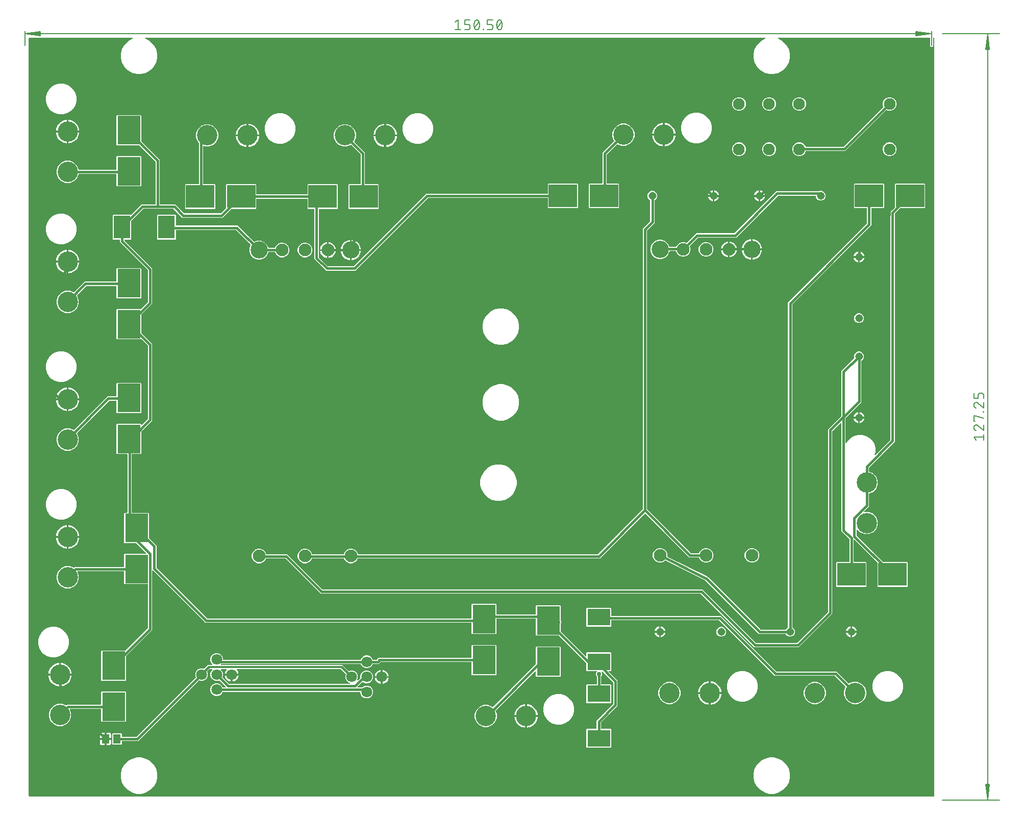
<source format=gbr>
G04 EAGLE Gerber RS-274X export*
G75*
%MOMM*%
%FSLAX34Y34*%
%LPD*%
%INTop Copper*%
%IPPOS*%
%AMOC8*
5,1,8,0,0,1.08239X$1,22.5*%
G01*
%ADD10C,0.130000*%
%ADD11C,0.152400*%
%ADD12C,3.375000*%
%ADD13R,3.800000X4.700000*%
%ADD14R,4.700000X3.800000*%
%ADD15C,1.950000*%
%ADD16R,3.800000X2.800000*%
%ADD17C,2.100000*%
%ADD18C,2.865000*%
%ADD19C,1.308000*%
%ADD20R,2.800000X3.800000*%
%ADD21R,1.300000X1.500000*%
%ADD22C,1.800000*%
%ADD23C,0.400000*%
%ADD24C,0.756400*%
%ADD25C,0.380000*%

G36*
X1539098Y680164D02*
X1539098Y680164D01*
X1539117Y680162D01*
X1539219Y680184D01*
X1539321Y680200D01*
X1539338Y680210D01*
X1539358Y680214D01*
X1539447Y680267D01*
X1539538Y680316D01*
X1539552Y680330D01*
X1539569Y680340D01*
X1539636Y680419D01*
X1539708Y680494D01*
X1539716Y680512D01*
X1539729Y680527D01*
X1539768Y680623D01*
X1539811Y680717D01*
X1539813Y680737D01*
X1539821Y680755D01*
X1539839Y680922D01*
X1539839Y1939078D01*
X1539836Y1939098D01*
X1539838Y1939117D01*
X1539816Y1939219D01*
X1539800Y1939321D01*
X1539790Y1939338D01*
X1539786Y1939358D01*
X1539733Y1939447D01*
X1539684Y1939538D01*
X1539670Y1939552D01*
X1539660Y1939569D01*
X1539581Y1939636D01*
X1539506Y1939708D01*
X1539488Y1939716D01*
X1539473Y1939729D01*
X1539377Y1939768D01*
X1539283Y1939811D01*
X1539263Y1939813D01*
X1539245Y1939821D01*
X1539078Y1939839D01*
X1538366Y1939839D01*
X1538346Y1939836D01*
X1538327Y1939838D01*
X1538225Y1939816D01*
X1538123Y1939800D01*
X1538106Y1939790D01*
X1538086Y1939786D01*
X1537997Y1939733D01*
X1537906Y1939684D01*
X1537892Y1939670D01*
X1537875Y1939660D01*
X1537808Y1939581D01*
X1537736Y1939506D01*
X1537728Y1939488D01*
X1537715Y1939473D01*
X1537676Y1939377D01*
X1537633Y1939283D01*
X1537631Y1939263D01*
X1537623Y1939245D01*
X1537605Y1939078D01*
X1537605Y1926509D01*
X1536331Y1925235D01*
X1534529Y1925235D01*
X1533255Y1926509D01*
X1533255Y1939078D01*
X1533252Y1939098D01*
X1533254Y1939117D01*
X1533232Y1939219D01*
X1533216Y1939321D01*
X1533206Y1939338D01*
X1533202Y1939358D01*
X1533149Y1939447D01*
X1533100Y1939538D01*
X1533086Y1939552D01*
X1533076Y1939569D01*
X1532997Y1939636D01*
X1532922Y1939708D01*
X1532904Y1939716D01*
X1532889Y1939729D01*
X1532793Y1939768D01*
X1532699Y1939811D01*
X1532679Y1939813D01*
X1532661Y1939821D01*
X1532494Y1939839D01*
X1280953Y1939839D01*
X1280929Y1939835D01*
X1280905Y1939838D01*
X1280808Y1939816D01*
X1280710Y1939800D01*
X1280689Y1939788D01*
X1280665Y1939783D01*
X1280580Y1939731D01*
X1280493Y1939684D01*
X1280476Y1939667D01*
X1280455Y1939654D01*
X1280392Y1939578D01*
X1280323Y1939506D01*
X1280313Y1939484D01*
X1280298Y1939466D01*
X1280261Y1939373D01*
X1280220Y1939283D01*
X1280217Y1939259D01*
X1280208Y1939237D01*
X1280203Y1939137D01*
X1280192Y1939039D01*
X1280198Y1939015D01*
X1280196Y1938991D01*
X1280224Y1938896D01*
X1280245Y1938798D01*
X1280257Y1938777D01*
X1280264Y1938754D01*
X1280320Y1938673D01*
X1280371Y1938587D01*
X1280389Y1938571D01*
X1280403Y1938552D01*
X1280482Y1938492D01*
X1280558Y1938427D01*
X1280580Y1938418D01*
X1280599Y1938404D01*
X1280756Y1938343D01*
X1281642Y1938105D01*
X1288519Y1934135D01*
X1294135Y1928519D01*
X1298105Y1921642D01*
X1300161Y1913971D01*
X1300161Y1906029D01*
X1298105Y1898358D01*
X1294135Y1891481D01*
X1288519Y1885865D01*
X1281642Y1881895D01*
X1273971Y1879839D01*
X1266029Y1879839D01*
X1258358Y1881895D01*
X1251481Y1885865D01*
X1245865Y1891481D01*
X1241895Y1898358D01*
X1239839Y1906029D01*
X1239839Y1913971D01*
X1241895Y1921642D01*
X1245865Y1928519D01*
X1251481Y1934135D01*
X1258358Y1938105D01*
X1259244Y1938343D01*
X1259266Y1938353D01*
X1259290Y1938357D01*
X1259378Y1938403D01*
X1259469Y1938444D01*
X1259486Y1938460D01*
X1259507Y1938472D01*
X1259576Y1938543D01*
X1259649Y1938611D01*
X1259660Y1938632D01*
X1259677Y1938650D01*
X1259719Y1938740D01*
X1259766Y1938827D01*
X1259770Y1938851D01*
X1259780Y1938873D01*
X1259791Y1938972D01*
X1259809Y1939070D01*
X1259805Y1939094D01*
X1259808Y1939117D01*
X1259787Y1939214D01*
X1259771Y1939313D01*
X1259760Y1939334D01*
X1259755Y1939358D01*
X1259704Y1939443D01*
X1259659Y1939532D01*
X1259641Y1939548D01*
X1259629Y1939569D01*
X1259554Y1939634D01*
X1259482Y1939703D01*
X1259461Y1939713D01*
X1259442Y1939729D01*
X1259350Y1939766D01*
X1259260Y1939809D01*
X1259236Y1939812D01*
X1259214Y1939821D01*
X1259047Y1939839D01*
X230953Y1939839D01*
X230929Y1939835D01*
X230905Y1939838D01*
X230808Y1939816D01*
X230710Y1939800D01*
X230689Y1939788D01*
X230665Y1939783D01*
X230580Y1939731D01*
X230493Y1939684D01*
X230476Y1939667D01*
X230455Y1939654D01*
X230392Y1939578D01*
X230323Y1939506D01*
X230313Y1939484D01*
X230298Y1939466D01*
X230261Y1939373D01*
X230220Y1939283D01*
X230217Y1939259D01*
X230208Y1939237D01*
X230203Y1939137D01*
X230192Y1939039D01*
X230198Y1939015D01*
X230196Y1938991D01*
X230224Y1938896D01*
X230245Y1938798D01*
X230257Y1938777D01*
X230264Y1938754D01*
X230320Y1938673D01*
X230371Y1938587D01*
X230389Y1938571D01*
X230403Y1938552D01*
X230482Y1938492D01*
X230558Y1938427D01*
X230580Y1938418D01*
X230599Y1938404D01*
X230756Y1938343D01*
X231642Y1938105D01*
X238519Y1934135D01*
X244135Y1928519D01*
X248105Y1921642D01*
X250161Y1913971D01*
X250161Y1906029D01*
X248105Y1898358D01*
X244135Y1891481D01*
X238519Y1885865D01*
X231642Y1881895D01*
X223971Y1879839D01*
X216029Y1879839D01*
X208358Y1881895D01*
X201481Y1885865D01*
X195865Y1891481D01*
X191895Y1898358D01*
X189839Y1906029D01*
X189839Y1913971D01*
X191895Y1921642D01*
X195865Y1928519D01*
X201481Y1934135D01*
X208358Y1938105D01*
X209244Y1938343D01*
X209266Y1938353D01*
X209290Y1938357D01*
X209378Y1938403D01*
X209469Y1938444D01*
X209486Y1938460D01*
X209507Y1938472D01*
X209576Y1938543D01*
X209649Y1938611D01*
X209660Y1938632D01*
X209677Y1938650D01*
X209719Y1938740D01*
X209766Y1938827D01*
X209770Y1938851D01*
X209780Y1938873D01*
X209791Y1938972D01*
X209809Y1939070D01*
X209805Y1939094D01*
X209808Y1939117D01*
X209787Y1939214D01*
X209771Y1939313D01*
X209760Y1939334D01*
X209755Y1939358D01*
X209704Y1939443D01*
X209659Y1939532D01*
X209641Y1939548D01*
X209629Y1939569D01*
X209554Y1939634D01*
X209482Y1939703D01*
X209461Y1939713D01*
X209442Y1939729D01*
X209350Y1939766D01*
X209260Y1939809D01*
X209236Y1939812D01*
X209214Y1939821D01*
X209047Y1939839D01*
X37922Y1939839D01*
X37902Y1939836D01*
X37883Y1939838D01*
X37781Y1939816D01*
X37679Y1939800D01*
X37662Y1939790D01*
X37642Y1939786D01*
X37553Y1939733D01*
X37462Y1939684D01*
X37448Y1939670D01*
X37431Y1939660D01*
X37364Y1939581D01*
X37292Y1939506D01*
X37284Y1939488D01*
X37271Y1939473D01*
X37232Y1939377D01*
X37189Y1939283D01*
X37187Y1939263D01*
X37179Y1939245D01*
X37161Y1939078D01*
X37161Y680922D01*
X37164Y680902D01*
X37162Y680883D01*
X37184Y680781D01*
X37200Y680679D01*
X37210Y680662D01*
X37214Y680642D01*
X37267Y680553D01*
X37316Y680462D01*
X37330Y680448D01*
X37340Y680431D01*
X37419Y680364D01*
X37494Y680292D01*
X37512Y680284D01*
X37527Y680271D01*
X37623Y680232D01*
X37717Y680189D01*
X37737Y680187D01*
X37755Y680179D01*
X37922Y680161D01*
X1539078Y680161D01*
X1539098Y680164D01*
G37*
%LPC*%
G36*
X963348Y761545D02*
X963348Y761545D01*
X962455Y762438D01*
X962455Y791702D01*
X963348Y792595D01*
X978694Y792595D01*
X978714Y792598D01*
X978733Y792596D01*
X978835Y792618D01*
X978937Y792634D01*
X978954Y792644D01*
X978974Y792648D01*
X979063Y792701D01*
X979154Y792750D01*
X979168Y792764D01*
X979185Y792774D01*
X979252Y792853D01*
X979324Y792928D01*
X979332Y792946D01*
X979345Y792961D01*
X979384Y793057D01*
X979427Y793151D01*
X979429Y793171D01*
X979437Y793189D01*
X979455Y793356D01*
X979455Y806137D01*
X1006868Y833550D01*
X1006921Y833624D01*
X1006981Y833694D01*
X1006993Y833724D01*
X1007012Y833750D01*
X1007039Y833837D01*
X1007073Y833922D01*
X1007077Y833963D01*
X1007084Y833985D01*
X1007083Y834017D01*
X1007091Y834088D01*
X1007091Y869694D01*
X1007077Y869784D01*
X1007069Y869875D01*
X1007057Y869905D01*
X1007052Y869937D01*
X1007009Y870018D01*
X1006973Y870101D01*
X1006947Y870134D01*
X1006936Y870154D01*
X1006913Y870176D01*
X1006900Y870193D01*
X1006894Y870203D01*
X1006887Y870208D01*
X1006868Y870232D01*
X988778Y888322D01*
X988705Y888375D01*
X988635Y888435D01*
X988605Y888447D01*
X988579Y888466D01*
X988492Y888493D01*
X988407Y888527D01*
X988366Y888531D01*
X988344Y888538D01*
X988311Y888537D01*
X988240Y888545D01*
X987951Y888545D01*
X987881Y888534D01*
X987809Y888532D01*
X987760Y888514D01*
X987709Y888506D01*
X987645Y888472D01*
X987578Y888447D01*
X987537Y888415D01*
X987491Y888390D01*
X987442Y888338D01*
X987386Y888294D01*
X987358Y888250D01*
X987322Y888212D01*
X987292Y888147D01*
X987253Y888087D01*
X987240Y888036D01*
X987218Y887989D01*
X987210Y887918D01*
X987193Y887848D01*
X987197Y887796D01*
X987191Y887745D01*
X987206Y887674D01*
X987212Y887603D01*
X987232Y887555D01*
X987243Y887504D01*
X987280Y887443D01*
X987308Y887377D01*
X987353Y887321D01*
X987370Y887293D01*
X987387Y887278D01*
X987413Y887246D01*
X988795Y885864D01*
X988795Y881468D01*
X987236Y879909D01*
X987183Y879835D01*
X987123Y879765D01*
X987111Y879735D01*
X987092Y879709D01*
X987065Y879622D01*
X987031Y879537D01*
X987027Y879496D01*
X987020Y879474D01*
X987021Y879442D01*
X987013Y879371D01*
X987013Y867356D01*
X987016Y867336D01*
X987014Y867317D01*
X987036Y867215D01*
X987052Y867113D01*
X987062Y867096D01*
X987066Y867076D01*
X987119Y866987D01*
X987168Y866896D01*
X987182Y866882D01*
X987192Y866865D01*
X987271Y866798D01*
X987346Y866726D01*
X987364Y866718D01*
X987379Y866705D01*
X987475Y866666D01*
X987569Y866623D01*
X987589Y866621D01*
X987607Y866613D01*
X987774Y866595D01*
X1002612Y866595D01*
X1003505Y865702D01*
X1003505Y836438D01*
X1002612Y835545D01*
X963348Y835545D01*
X962455Y836438D01*
X962455Y865702D01*
X963348Y866595D01*
X979202Y866595D01*
X979222Y866598D01*
X979241Y866596D01*
X979343Y866618D01*
X979445Y866634D01*
X979462Y866644D01*
X979482Y866648D01*
X979571Y866701D01*
X979662Y866750D01*
X979676Y866764D01*
X979693Y866774D01*
X979760Y866853D01*
X979832Y866928D01*
X979840Y866946D01*
X979853Y866961D01*
X979892Y867057D01*
X979935Y867151D01*
X979937Y867171D01*
X979945Y867189D01*
X979963Y867356D01*
X979963Y879371D01*
X979949Y879461D01*
X979941Y879552D01*
X979929Y879581D01*
X979924Y879613D01*
X979881Y879694D01*
X979845Y879778D01*
X979819Y879810D01*
X979808Y879831D01*
X979785Y879853D01*
X979740Y879909D01*
X978181Y881468D01*
X978181Y885864D01*
X979563Y887246D01*
X979605Y887304D01*
X979654Y887356D01*
X979676Y887403D01*
X979706Y887445D01*
X979728Y887514D01*
X979758Y887579D01*
X979763Y887631D01*
X979779Y887681D01*
X979777Y887752D01*
X979785Y887823D01*
X979774Y887874D01*
X979772Y887926D01*
X979748Y887994D01*
X979733Y888064D01*
X979706Y888109D01*
X979688Y888157D01*
X979643Y888213D01*
X979606Y888275D01*
X979567Y888309D01*
X979534Y888349D01*
X979474Y888388D01*
X979419Y888435D01*
X979371Y888454D01*
X979327Y888482D01*
X979258Y888500D01*
X979191Y888527D01*
X979120Y888535D01*
X979089Y888543D01*
X979066Y888541D01*
X979025Y888545D01*
X963348Y888545D01*
X962455Y889438D01*
X962455Y901685D01*
X962452Y901704D01*
X962454Y901724D01*
X962439Y901794D01*
X962433Y901866D01*
X962421Y901895D01*
X962416Y901927D01*
X962406Y901945D01*
X962402Y901964D01*
X962365Y902026D01*
X962337Y902092D01*
X962311Y902124D01*
X962300Y902145D01*
X962286Y902159D01*
X962276Y902175D01*
X962258Y902190D01*
X962232Y902223D01*
X917173Y947282D01*
X917099Y947335D01*
X917030Y947395D01*
X916999Y947407D01*
X916973Y947426D01*
X916886Y947453D01*
X916801Y947487D01*
X916760Y947491D01*
X916738Y947498D01*
X916706Y947497D01*
X916635Y947505D01*
X879528Y947505D01*
X878635Y948398D01*
X878635Y974893D01*
X878632Y974913D01*
X878634Y974932D01*
X878612Y975034D01*
X878596Y975136D01*
X878586Y975153D01*
X878582Y975173D01*
X878529Y975262D01*
X878480Y975353D01*
X878466Y975367D01*
X878456Y975384D01*
X878377Y975451D01*
X878302Y975523D01*
X878284Y975531D01*
X878269Y975544D01*
X878173Y975583D01*
X878079Y975626D01*
X878059Y975628D01*
X878041Y975636D01*
X877874Y975654D01*
X813766Y975654D01*
X813746Y975651D01*
X813727Y975653D01*
X813625Y975631D01*
X813523Y975615D01*
X813506Y975605D01*
X813486Y975601D01*
X813397Y975548D01*
X813306Y975499D01*
X813292Y975485D01*
X813275Y975475D01*
X813208Y975396D01*
X813136Y975321D01*
X813128Y975303D01*
X813115Y975288D01*
X813076Y975192D01*
X813033Y975098D01*
X813031Y975078D01*
X813023Y975060D01*
X813005Y974893D01*
X813005Y950938D01*
X812112Y950045D01*
X772848Y950045D01*
X771955Y950938D01*
X771955Y968280D01*
X771952Y968300D01*
X771954Y968319D01*
X771932Y968421D01*
X771916Y968523D01*
X771906Y968540D01*
X771902Y968560D01*
X771849Y968649D01*
X771800Y968740D01*
X771786Y968754D01*
X771776Y968771D01*
X771697Y968838D01*
X771622Y968910D01*
X771604Y968918D01*
X771589Y968931D01*
X771493Y968970D01*
X771399Y969013D01*
X771379Y969015D01*
X771361Y969023D01*
X771194Y969041D01*
X330010Y969041D01*
X244127Y1054924D01*
X243248Y1055803D01*
X243190Y1055845D01*
X243138Y1055894D01*
X243091Y1055916D01*
X243049Y1055947D01*
X242980Y1055968D01*
X242915Y1055998D01*
X242863Y1056004D01*
X242813Y1056019D01*
X242742Y1056017D01*
X242671Y1056025D01*
X242620Y1056014D01*
X242568Y1056013D01*
X242500Y1055988D01*
X242430Y1055973D01*
X242385Y1055946D01*
X242337Y1055928D01*
X242281Y1055883D01*
X242219Y1055847D01*
X242185Y1055807D01*
X242145Y1055774D01*
X242106Y1055714D01*
X242059Y1055660D01*
X242040Y1055611D01*
X242012Y1055567D01*
X241994Y1055498D01*
X241967Y1055431D01*
X241959Y1055360D01*
X241951Y1055329D01*
X241953Y1055306D01*
X241949Y1055265D01*
X241949Y956764D01*
X198548Y913363D01*
X198495Y913289D01*
X198435Y913220D01*
X198423Y913189D01*
X198404Y913163D01*
X198377Y913076D01*
X198343Y912991D01*
X198339Y912950D01*
X198332Y912928D01*
X198333Y912896D01*
X198325Y912825D01*
X198325Y873468D01*
X197432Y872575D01*
X158168Y872575D01*
X157275Y873468D01*
X157275Y921732D01*
X158168Y922625D01*
X197525Y922625D01*
X197615Y922639D01*
X197706Y922647D01*
X197735Y922659D01*
X197767Y922664D01*
X197848Y922707D01*
X197932Y922743D01*
X197964Y922769D01*
X197985Y922780D01*
X198007Y922803D01*
X198063Y922848D01*
X234676Y959461D01*
X234729Y959535D01*
X234789Y959604D01*
X234801Y959635D01*
X234820Y959661D01*
X234847Y959748D01*
X234881Y959833D01*
X234885Y959874D01*
X234892Y959896D01*
X234891Y959928D01*
X234899Y959999D01*
X234899Y1032414D01*
X234896Y1032434D01*
X234898Y1032453D01*
X234876Y1032555D01*
X234860Y1032657D01*
X234850Y1032674D01*
X234846Y1032694D01*
X234793Y1032783D01*
X234744Y1032874D01*
X234730Y1032888D01*
X234720Y1032905D01*
X234641Y1032972D01*
X234566Y1033044D01*
X234548Y1033052D01*
X234533Y1033065D01*
X234437Y1033104D01*
X234343Y1033147D01*
X234323Y1033149D01*
X234305Y1033157D01*
X234138Y1033175D01*
X196268Y1033175D01*
X195375Y1034068D01*
X195375Y1053370D01*
X195372Y1053390D01*
X195374Y1053409D01*
X195352Y1053511D01*
X195336Y1053613D01*
X195326Y1053630D01*
X195322Y1053650D01*
X195269Y1053739D01*
X195220Y1053830D01*
X195206Y1053844D01*
X195196Y1053861D01*
X195117Y1053928D01*
X195042Y1054000D01*
X195024Y1054008D01*
X195009Y1054021D01*
X194913Y1054060D01*
X194819Y1054103D01*
X194799Y1054105D01*
X194781Y1054113D01*
X194614Y1054131D01*
X118583Y1054131D01*
X118537Y1054124D01*
X118492Y1054126D01*
X118417Y1054104D01*
X118340Y1054092D01*
X118299Y1054070D01*
X118255Y1054057D01*
X118191Y1054013D01*
X118123Y1053976D01*
X118091Y1053943D01*
X118053Y1053917D01*
X118007Y1053855D01*
X117953Y1053798D01*
X117934Y1053756D01*
X117907Y1053720D01*
X117882Y1053646D01*
X117850Y1053575D01*
X117845Y1053529D01*
X117830Y1053486D01*
X117831Y1053408D01*
X117823Y1053331D01*
X117832Y1053286D01*
X117833Y1053240D01*
X117871Y1053108D01*
X117875Y1053090D01*
X117877Y1053086D01*
X117879Y1053079D01*
X120000Y1047960D01*
X120000Y1040640D01*
X117199Y1033877D01*
X112023Y1028701D01*
X105260Y1025900D01*
X97940Y1025900D01*
X91177Y1028701D01*
X86001Y1033877D01*
X83200Y1040640D01*
X83200Y1047960D01*
X86001Y1054723D01*
X91177Y1059899D01*
X97940Y1062700D01*
X105260Y1062700D01*
X111224Y1060229D01*
X111338Y1060203D01*
X111451Y1060174D01*
X111457Y1060175D01*
X111463Y1060173D01*
X111580Y1060184D01*
X111696Y1060193D01*
X111702Y1060196D01*
X111708Y1060196D01*
X111816Y1060244D01*
X111923Y1060290D01*
X111929Y1060294D01*
X111933Y1060296D01*
X111947Y1060309D01*
X112054Y1060394D01*
X112840Y1061181D01*
X194614Y1061181D01*
X194634Y1061184D01*
X194653Y1061182D01*
X194755Y1061204D01*
X194857Y1061220D01*
X194874Y1061230D01*
X194894Y1061234D01*
X194983Y1061287D01*
X195074Y1061336D01*
X195088Y1061350D01*
X195105Y1061360D01*
X195172Y1061439D01*
X195244Y1061514D01*
X195252Y1061532D01*
X195265Y1061547D01*
X195304Y1061643D01*
X195347Y1061737D01*
X195349Y1061757D01*
X195357Y1061775D01*
X195375Y1061942D01*
X195375Y1082332D01*
X196268Y1083225D01*
X231536Y1083225D01*
X231607Y1083236D01*
X231679Y1083238D01*
X231728Y1083256D01*
X231779Y1083264D01*
X231843Y1083298D01*
X231910Y1083323D01*
X231951Y1083355D01*
X231997Y1083380D01*
X232046Y1083432D01*
X232102Y1083476D01*
X232130Y1083520D01*
X232166Y1083558D01*
X232196Y1083623D01*
X232235Y1083683D01*
X232248Y1083734D01*
X232270Y1083781D01*
X232277Y1083852D01*
X232295Y1083922D01*
X232291Y1083974D01*
X232297Y1084025D01*
X232281Y1084096D01*
X232276Y1084167D01*
X232255Y1084215D01*
X232244Y1084266D01*
X232208Y1084327D01*
X232180Y1084393D01*
X232135Y1084449D01*
X232118Y1084477D01*
X232100Y1084492D01*
X232075Y1084524D01*
X215647Y1100952D01*
X215573Y1101005D01*
X215503Y1101065D01*
X215473Y1101077D01*
X215447Y1101096D01*
X215360Y1101123D01*
X215275Y1101157D01*
X215234Y1101161D01*
X215212Y1101168D01*
X215180Y1101167D01*
X215108Y1101175D01*
X196268Y1101175D01*
X195375Y1102068D01*
X195375Y1150332D01*
X196268Y1151225D01*
X199930Y1151225D01*
X199950Y1151228D01*
X199969Y1151226D01*
X200071Y1151248D01*
X200173Y1151264D01*
X200190Y1151274D01*
X200210Y1151278D01*
X200299Y1151331D01*
X200390Y1151380D01*
X200404Y1151394D01*
X200421Y1151404D01*
X200488Y1151483D01*
X200560Y1151558D01*
X200568Y1151576D01*
X200581Y1151591D01*
X200620Y1151687D01*
X200663Y1151781D01*
X200665Y1151801D01*
X200673Y1151819D01*
X200691Y1151986D01*
X200691Y1248314D01*
X200688Y1248334D01*
X200690Y1248353D01*
X200668Y1248455D01*
X200652Y1248557D01*
X200642Y1248574D01*
X200638Y1248594D01*
X200585Y1248683D01*
X200536Y1248774D01*
X200522Y1248788D01*
X200512Y1248805D01*
X200433Y1248872D01*
X200358Y1248944D01*
X200340Y1248952D01*
X200325Y1248965D01*
X200229Y1249004D01*
X200135Y1249047D01*
X200115Y1249049D01*
X200097Y1249057D01*
X199930Y1249075D01*
X183568Y1249075D01*
X182675Y1249968D01*
X182675Y1298232D01*
X183568Y1299125D01*
X222832Y1299125D01*
X223725Y1298232D01*
X223725Y1297855D01*
X223736Y1297785D01*
X223738Y1297713D01*
X223756Y1297664D01*
X223764Y1297613D01*
X223798Y1297549D01*
X223823Y1297482D01*
X223855Y1297441D01*
X223880Y1297395D01*
X223932Y1297346D01*
X223976Y1297290D01*
X224020Y1297262D01*
X224058Y1297226D01*
X224123Y1297196D01*
X224183Y1297157D01*
X224234Y1297144D01*
X224281Y1297122D01*
X224352Y1297114D01*
X224422Y1297097D01*
X224474Y1297101D01*
X224525Y1297095D01*
X224596Y1297110D01*
X224667Y1297116D01*
X224715Y1297136D01*
X224766Y1297147D01*
X224827Y1297184D01*
X224893Y1297212D01*
X224949Y1297257D01*
X224977Y1297273D01*
X224992Y1297291D01*
X225024Y1297317D01*
X234504Y1306797D01*
X234557Y1306871D01*
X234617Y1306940D01*
X234629Y1306971D01*
X234648Y1306997D01*
X234675Y1307084D01*
X234709Y1307169D01*
X234713Y1307210D01*
X234720Y1307232D01*
X234719Y1307264D01*
X234727Y1307335D01*
X234727Y1428753D01*
X234713Y1428843D01*
X234705Y1428934D01*
X234693Y1428963D01*
X234688Y1428995D01*
X234645Y1429076D01*
X234609Y1429160D01*
X234583Y1429192D01*
X234572Y1429213D01*
X234549Y1429235D01*
X234504Y1429291D01*
X224064Y1439731D01*
X224048Y1439743D01*
X224035Y1439758D01*
X223948Y1439814D01*
X223864Y1439875D01*
X223845Y1439881D01*
X223829Y1439891D01*
X223728Y1439917D01*
X223629Y1439947D01*
X223609Y1439947D01*
X223590Y1439951D01*
X223487Y1439943D01*
X223383Y1439941D01*
X223365Y1439934D01*
X223345Y1439932D01*
X223250Y1439892D01*
X223152Y1439856D01*
X223137Y1439844D01*
X223118Y1439836D01*
X222988Y1439731D01*
X222832Y1439575D01*
X183568Y1439575D01*
X182675Y1440468D01*
X182675Y1488732D01*
X183568Y1489625D01*
X222453Y1489625D01*
X222543Y1489639D01*
X222634Y1489647D01*
X222663Y1489659D01*
X222695Y1489664D01*
X222776Y1489707D01*
X222860Y1489743D01*
X222892Y1489769D01*
X222913Y1489780D01*
X222935Y1489803D01*
X222991Y1489848D01*
X234504Y1501361D01*
X234557Y1501435D01*
X234617Y1501504D01*
X234629Y1501535D01*
X234648Y1501561D01*
X234675Y1501648D01*
X234709Y1501733D01*
X234713Y1501774D01*
X234720Y1501796D01*
X234719Y1501828D01*
X234727Y1501899D01*
X234727Y1554229D01*
X234713Y1554319D01*
X234705Y1554410D01*
X234693Y1554439D01*
X234688Y1554471D01*
X234645Y1554552D01*
X234609Y1554636D01*
X234583Y1554668D01*
X234572Y1554689D01*
X234549Y1554711D01*
X234504Y1554767D01*
X188499Y1600772D01*
X188499Y1604314D01*
X188496Y1604334D01*
X188498Y1604353D01*
X188476Y1604455D01*
X188460Y1604557D01*
X188450Y1604574D01*
X188446Y1604594D01*
X188393Y1604683D01*
X188344Y1604774D01*
X188330Y1604788D01*
X188320Y1604805D01*
X188241Y1604872D01*
X188166Y1604944D01*
X188148Y1604952D01*
X188133Y1604965D01*
X188037Y1605004D01*
X187943Y1605047D01*
X187923Y1605049D01*
X187905Y1605057D01*
X187738Y1605075D01*
X176968Y1605075D01*
X176075Y1605968D01*
X176075Y1645232D01*
X176968Y1646125D01*
X206281Y1646125D01*
X206305Y1646107D01*
X206324Y1646101D01*
X206341Y1646091D01*
X206441Y1646065D01*
X206540Y1646035D01*
X206560Y1646035D01*
X206580Y1646031D01*
X206682Y1646039D01*
X206786Y1646041D01*
X206805Y1646048D01*
X206825Y1646050D01*
X206920Y1646090D01*
X207017Y1646126D01*
X207033Y1646138D01*
X207051Y1646146D01*
X207182Y1646251D01*
X221804Y1660873D01*
X224092Y1663161D01*
X246666Y1663161D01*
X246686Y1663164D01*
X246705Y1663162D01*
X246807Y1663184D01*
X246909Y1663200D01*
X246926Y1663210D01*
X246946Y1663214D01*
X247035Y1663267D01*
X247126Y1663316D01*
X247140Y1663330D01*
X247157Y1663340D01*
X247224Y1663419D01*
X247296Y1663494D01*
X247304Y1663512D01*
X247317Y1663527D01*
X247356Y1663623D01*
X247399Y1663717D01*
X247401Y1663737D01*
X247409Y1663755D01*
X247427Y1663922D01*
X247427Y1734061D01*
X247413Y1734151D01*
X247405Y1734242D01*
X247393Y1734271D01*
X247388Y1734303D01*
X247345Y1734384D01*
X247309Y1734468D01*
X247283Y1734500D01*
X247272Y1734521D01*
X247249Y1734543D01*
X247204Y1734599D01*
X220451Y1761352D01*
X220377Y1761405D01*
X220308Y1761465D01*
X220277Y1761477D01*
X220251Y1761496D01*
X220164Y1761523D01*
X220079Y1761557D01*
X220038Y1761561D01*
X220016Y1761568D01*
X219984Y1761567D01*
X219913Y1761575D01*
X183568Y1761575D01*
X182675Y1762468D01*
X182675Y1810732D01*
X183568Y1811625D01*
X222832Y1811625D01*
X223725Y1810732D01*
X223725Y1768363D01*
X223739Y1768273D01*
X223747Y1768182D01*
X223759Y1768153D01*
X223764Y1768121D01*
X223807Y1768040D01*
X223843Y1767956D01*
X223869Y1767924D01*
X223880Y1767903D01*
X223903Y1767881D01*
X223948Y1767825D01*
X254477Y1737296D01*
X254477Y1663922D01*
X254480Y1663902D01*
X254478Y1663883D01*
X254500Y1663781D01*
X254516Y1663679D01*
X254526Y1663662D01*
X254530Y1663642D01*
X254583Y1663553D01*
X254632Y1663462D01*
X254646Y1663448D01*
X254656Y1663431D01*
X254735Y1663364D01*
X254810Y1663292D01*
X254828Y1663284D01*
X254843Y1663271D01*
X254939Y1663232D01*
X255033Y1663189D01*
X255053Y1663187D01*
X255071Y1663179D01*
X255238Y1663161D01*
X280098Y1663161D01*
X294607Y1648652D01*
X294681Y1648599D01*
X294750Y1648539D01*
X294781Y1648527D01*
X294807Y1648508D01*
X294894Y1648481D01*
X294979Y1648447D01*
X295020Y1648443D01*
X295042Y1648436D01*
X295074Y1648437D01*
X295145Y1648429D01*
X355349Y1648429D01*
X355439Y1648443D01*
X355530Y1648451D01*
X355559Y1648463D01*
X355591Y1648468D01*
X355672Y1648511D01*
X355756Y1648547D01*
X355788Y1648573D01*
X355809Y1648584D01*
X355831Y1648607D01*
X355887Y1648652D01*
X364352Y1657117D01*
X364405Y1657191D01*
X364465Y1657260D01*
X364477Y1657291D01*
X364496Y1657317D01*
X364523Y1657404D01*
X364557Y1657489D01*
X364561Y1657530D01*
X364568Y1657552D01*
X364567Y1657584D01*
X364575Y1657655D01*
X364575Y1696032D01*
X365468Y1696925D01*
X413732Y1696925D01*
X414625Y1696032D01*
X414625Y1680686D01*
X414628Y1680666D01*
X414626Y1680647D01*
X414648Y1680545D01*
X414664Y1680443D01*
X414674Y1680426D01*
X414678Y1680406D01*
X414731Y1680317D01*
X414780Y1680226D01*
X414794Y1680212D01*
X414804Y1680195D01*
X414883Y1680128D01*
X414958Y1680056D01*
X414976Y1680048D01*
X414991Y1680035D01*
X415087Y1679996D01*
X415181Y1679953D01*
X415201Y1679951D01*
X415219Y1679943D01*
X415386Y1679925D01*
X499014Y1679925D01*
X499034Y1679928D01*
X499053Y1679926D01*
X499155Y1679948D01*
X499257Y1679964D01*
X499274Y1679974D01*
X499294Y1679978D01*
X499383Y1680031D01*
X499474Y1680080D01*
X499488Y1680094D01*
X499505Y1680104D01*
X499572Y1680183D01*
X499644Y1680258D01*
X499652Y1680276D01*
X499665Y1680291D01*
X499704Y1680387D01*
X499747Y1680481D01*
X499749Y1680501D01*
X499757Y1680519D01*
X499775Y1680686D01*
X499775Y1696032D01*
X500668Y1696925D01*
X548932Y1696925D01*
X549825Y1696032D01*
X549825Y1656768D01*
X548932Y1655875D01*
X518890Y1655875D01*
X518870Y1655872D01*
X518851Y1655874D01*
X518749Y1655852D01*
X518647Y1655836D01*
X518630Y1655826D01*
X518610Y1655822D01*
X518521Y1655769D01*
X518430Y1655720D01*
X518416Y1655706D01*
X518399Y1655696D01*
X518332Y1655617D01*
X518260Y1655542D01*
X518252Y1655524D01*
X518239Y1655509D01*
X518200Y1655413D01*
X518157Y1655319D01*
X518155Y1655299D01*
X518147Y1655281D01*
X518129Y1655114D01*
X518129Y1576067D01*
X518143Y1575977D01*
X518151Y1575886D01*
X518163Y1575857D01*
X518168Y1575825D01*
X518211Y1575744D01*
X518247Y1575660D01*
X518273Y1575628D01*
X518284Y1575607D01*
X518307Y1575585D01*
X518352Y1575529D01*
X533113Y1560768D01*
X533187Y1560715D01*
X533256Y1560655D01*
X533287Y1560643D01*
X533313Y1560624D01*
X533400Y1560597D01*
X533485Y1560563D01*
X533526Y1560559D01*
X533548Y1560552D01*
X533580Y1560553D01*
X533651Y1560545D01*
X575821Y1560545D01*
X575911Y1560559D01*
X576002Y1560567D01*
X576031Y1560579D01*
X576063Y1560584D01*
X576144Y1560627D01*
X576228Y1560663D01*
X576260Y1560689D01*
X576281Y1560700D01*
X576303Y1560723D01*
X576359Y1560768D01*
X694498Y1678907D01*
X696786Y1681195D01*
X897794Y1681195D01*
X897814Y1681198D01*
X897833Y1681196D01*
X897935Y1681218D01*
X898037Y1681234D01*
X898054Y1681244D01*
X898074Y1681248D01*
X898163Y1681301D01*
X898254Y1681350D01*
X898268Y1681364D01*
X898285Y1681374D01*
X898352Y1681453D01*
X898424Y1681528D01*
X898432Y1681546D01*
X898445Y1681561D01*
X898484Y1681657D01*
X898527Y1681751D01*
X898529Y1681771D01*
X898537Y1681789D01*
X898555Y1681956D01*
X898555Y1697302D01*
X899448Y1698195D01*
X947712Y1698195D01*
X948605Y1697302D01*
X948605Y1658038D01*
X947712Y1657145D01*
X899448Y1657145D01*
X898555Y1658038D01*
X898555Y1673384D01*
X898552Y1673404D01*
X898554Y1673423D01*
X898532Y1673525D01*
X898516Y1673627D01*
X898506Y1673644D01*
X898502Y1673664D01*
X898449Y1673753D01*
X898400Y1673844D01*
X898386Y1673858D01*
X898376Y1673875D01*
X898297Y1673942D01*
X898222Y1674014D01*
X898204Y1674022D01*
X898189Y1674035D01*
X898093Y1674074D01*
X897999Y1674117D01*
X897979Y1674119D01*
X897961Y1674127D01*
X897794Y1674145D01*
X700021Y1674145D01*
X699931Y1674131D01*
X699840Y1674123D01*
X699811Y1674111D01*
X699779Y1674106D01*
X699698Y1674063D01*
X699614Y1674027D01*
X699582Y1674001D01*
X699561Y1673990D01*
X699539Y1673967D01*
X699483Y1673922D01*
X581344Y1555783D01*
X579056Y1553495D01*
X530416Y1553495D01*
X513367Y1570544D01*
X511079Y1572832D01*
X511079Y1655114D01*
X511076Y1655134D01*
X511078Y1655153D01*
X511056Y1655255D01*
X511040Y1655357D01*
X511030Y1655374D01*
X511026Y1655394D01*
X510973Y1655483D01*
X510924Y1655574D01*
X510910Y1655588D01*
X510900Y1655605D01*
X510821Y1655672D01*
X510746Y1655744D01*
X510728Y1655752D01*
X510713Y1655765D01*
X510617Y1655804D01*
X510523Y1655847D01*
X510503Y1655849D01*
X510485Y1655857D01*
X510318Y1655875D01*
X500668Y1655875D01*
X499775Y1656768D01*
X499775Y1672114D01*
X499772Y1672134D01*
X499774Y1672153D01*
X499752Y1672255D01*
X499736Y1672357D01*
X499726Y1672374D01*
X499722Y1672394D01*
X499669Y1672483D01*
X499620Y1672574D01*
X499606Y1672588D01*
X499596Y1672605D01*
X499517Y1672672D01*
X499442Y1672744D01*
X499424Y1672752D01*
X499409Y1672765D01*
X499313Y1672804D01*
X499219Y1672847D01*
X499199Y1672849D01*
X499181Y1672857D01*
X499014Y1672875D01*
X415386Y1672875D01*
X415366Y1672872D01*
X415347Y1672874D01*
X415245Y1672852D01*
X415143Y1672836D01*
X415126Y1672826D01*
X415106Y1672822D01*
X415017Y1672769D01*
X414926Y1672720D01*
X414912Y1672706D01*
X414895Y1672696D01*
X414828Y1672617D01*
X414756Y1672542D01*
X414748Y1672524D01*
X414735Y1672509D01*
X414696Y1672413D01*
X414653Y1672319D01*
X414651Y1672299D01*
X414643Y1672281D01*
X414625Y1672114D01*
X414625Y1656768D01*
X413732Y1655875D01*
X373395Y1655875D01*
X373305Y1655861D01*
X373214Y1655853D01*
X373185Y1655841D01*
X373153Y1655836D01*
X373072Y1655793D01*
X372988Y1655757D01*
X372956Y1655731D01*
X372935Y1655720D01*
X372913Y1655697D01*
X372857Y1655652D01*
X358584Y1641379D01*
X291910Y1641379D01*
X277401Y1655888D01*
X277327Y1655941D01*
X277258Y1656001D01*
X277227Y1656013D01*
X277201Y1656032D01*
X277114Y1656059D01*
X277029Y1656093D01*
X276988Y1656097D01*
X276966Y1656104D01*
X276934Y1656103D01*
X276863Y1656111D01*
X227327Y1656111D01*
X227237Y1656097D01*
X227146Y1656089D01*
X227117Y1656077D01*
X227085Y1656072D01*
X227004Y1656029D01*
X226920Y1655993D01*
X226888Y1655967D01*
X226867Y1655956D01*
X226845Y1655933D01*
X226789Y1655888D01*
X207348Y1636447D01*
X207295Y1636373D01*
X207235Y1636304D01*
X207223Y1636273D01*
X207204Y1636247D01*
X207177Y1636160D01*
X207143Y1636075D01*
X207139Y1636034D01*
X207132Y1636012D01*
X207133Y1635980D01*
X207125Y1635909D01*
X207125Y1605968D01*
X206232Y1605075D01*
X196310Y1605075D01*
X196290Y1605072D01*
X196271Y1605074D01*
X196169Y1605052D01*
X196067Y1605036D01*
X196050Y1605026D01*
X196030Y1605022D01*
X195941Y1604969D01*
X195850Y1604920D01*
X195836Y1604906D01*
X195819Y1604896D01*
X195752Y1604817D01*
X195680Y1604742D01*
X195672Y1604724D01*
X195659Y1604709D01*
X195620Y1604613D01*
X195577Y1604519D01*
X195575Y1604499D01*
X195567Y1604481D01*
X195549Y1604314D01*
X195549Y1604007D01*
X195563Y1603917D01*
X195571Y1603826D01*
X195583Y1603797D01*
X195588Y1603765D01*
X195631Y1603684D01*
X195667Y1603600D01*
X195693Y1603568D01*
X195704Y1603547D01*
X195727Y1603525D01*
X195772Y1603469D01*
X241777Y1557464D01*
X241777Y1498664D01*
X223948Y1480835D01*
X223895Y1480761D01*
X223835Y1480692D01*
X223823Y1480661D01*
X223804Y1480635D01*
X223777Y1480548D01*
X223743Y1480463D01*
X223739Y1480422D01*
X223732Y1480400D01*
X223733Y1480368D01*
X223725Y1480297D01*
X223725Y1450355D01*
X223739Y1450265D01*
X223747Y1450174D01*
X223759Y1450145D01*
X223764Y1450113D01*
X223807Y1450032D01*
X223843Y1449948D01*
X223869Y1449916D01*
X223880Y1449895D01*
X223903Y1449873D01*
X223948Y1449817D01*
X241777Y1431988D01*
X241777Y1304100D01*
X223948Y1286271D01*
X223895Y1286197D01*
X223835Y1286128D01*
X223823Y1286097D01*
X223804Y1286071D01*
X223777Y1285984D01*
X223743Y1285899D01*
X223739Y1285858D01*
X223732Y1285836D01*
X223733Y1285804D01*
X223725Y1285733D01*
X223725Y1249968D01*
X222832Y1249075D01*
X208502Y1249075D01*
X208482Y1249072D01*
X208463Y1249074D01*
X208361Y1249052D01*
X208259Y1249036D01*
X208242Y1249026D01*
X208222Y1249022D01*
X208133Y1248969D01*
X208042Y1248920D01*
X208028Y1248906D01*
X208011Y1248896D01*
X207944Y1248817D01*
X207872Y1248742D01*
X207864Y1248724D01*
X207851Y1248709D01*
X207812Y1248613D01*
X207769Y1248519D01*
X207767Y1248499D01*
X207759Y1248481D01*
X207741Y1248314D01*
X207741Y1151986D01*
X207744Y1151966D01*
X207742Y1151947D01*
X207764Y1151845D01*
X207780Y1151743D01*
X207790Y1151726D01*
X207794Y1151706D01*
X207847Y1151617D01*
X207896Y1151526D01*
X207910Y1151512D01*
X207920Y1151495D01*
X207999Y1151428D01*
X208074Y1151356D01*
X208092Y1151348D01*
X208107Y1151335D01*
X208203Y1151296D01*
X208297Y1151253D01*
X208317Y1151251D01*
X208335Y1151243D01*
X208502Y1151225D01*
X235532Y1151225D01*
X236425Y1150332D01*
X236425Y1109995D01*
X236439Y1109905D01*
X236447Y1109814D01*
X236459Y1109785D01*
X236464Y1109753D01*
X236507Y1109672D01*
X236543Y1109588D01*
X236569Y1109556D01*
X236580Y1109535D01*
X236603Y1109513D01*
X236648Y1109457D01*
X248889Y1097216D01*
X248889Y1060447D01*
X248903Y1060357D01*
X248911Y1060266D01*
X248923Y1060237D01*
X248928Y1060205D01*
X248971Y1060124D01*
X249007Y1060040D01*
X249033Y1060008D01*
X249044Y1059987D01*
X249067Y1059965D01*
X249112Y1059909D01*
X332707Y976314D01*
X332781Y976261D01*
X332850Y976201D01*
X332881Y976189D01*
X332907Y976170D01*
X332994Y976143D01*
X333079Y976109D01*
X333120Y976105D01*
X333142Y976098D01*
X333174Y976099D01*
X333245Y976091D01*
X771194Y976091D01*
X771214Y976094D01*
X771233Y976092D01*
X771335Y976114D01*
X771437Y976130D01*
X771454Y976140D01*
X771474Y976144D01*
X771563Y976197D01*
X771654Y976246D01*
X771668Y976260D01*
X771685Y976270D01*
X771752Y976349D01*
X771824Y976424D01*
X771832Y976442D01*
X771845Y976457D01*
X771884Y976553D01*
X771927Y976647D01*
X771929Y976667D01*
X771937Y976685D01*
X771955Y976852D01*
X771955Y999202D01*
X772848Y1000095D01*
X812112Y1000095D01*
X813005Y999202D01*
X813005Y983465D01*
X813008Y983445D01*
X813006Y983426D01*
X813028Y983324D01*
X813044Y983222D01*
X813054Y983205D01*
X813058Y983185D01*
X813111Y983096D01*
X813160Y983005D01*
X813174Y982991D01*
X813184Y982974D01*
X813263Y982907D01*
X813338Y982835D01*
X813356Y982827D01*
X813371Y982814D01*
X813467Y982775D01*
X813561Y982732D01*
X813581Y982730D01*
X813599Y982722D01*
X813766Y982704D01*
X877874Y982704D01*
X877894Y982707D01*
X877913Y982705D01*
X878015Y982727D01*
X878117Y982743D01*
X878134Y982753D01*
X878154Y982757D01*
X878243Y982810D01*
X878334Y982859D01*
X878348Y982873D01*
X878365Y982883D01*
X878432Y982962D01*
X878504Y983037D01*
X878512Y983055D01*
X878525Y983070D01*
X878564Y983166D01*
X878607Y983260D01*
X878609Y983280D01*
X878617Y983298D01*
X878635Y983465D01*
X878635Y996662D01*
X879528Y997555D01*
X918792Y997555D01*
X919685Y996662D01*
X919685Y972581D01*
X919699Y972491D01*
X919707Y972400D01*
X919719Y972371D01*
X919724Y972339D01*
X919767Y972258D01*
X919803Y972174D01*
X919829Y972142D01*
X919840Y972121D01*
X919863Y972099D01*
X919908Y972043D01*
X920338Y971613D01*
X920338Y968693D01*
X919908Y968263D01*
X919855Y968189D01*
X919795Y968120D01*
X919783Y968089D01*
X919764Y968063D01*
X919737Y967976D01*
X919703Y967891D01*
X919699Y967850D01*
X919692Y967828D01*
X919693Y967796D01*
X919685Y967725D01*
X919685Y955055D01*
X919699Y954965D01*
X919707Y954874D01*
X919719Y954845D01*
X919724Y954813D01*
X919767Y954732D01*
X919803Y954648D01*
X919829Y954616D01*
X919840Y954595D01*
X919863Y954573D01*
X919908Y954517D01*
X961156Y913269D01*
X961214Y913227D01*
X961266Y913178D01*
X961313Y913156D01*
X961355Y913125D01*
X961424Y913104D01*
X961489Y913074D01*
X961541Y913068D01*
X961591Y913053D01*
X961662Y913055D01*
X961733Y913047D01*
X961784Y913058D01*
X961836Y913059D01*
X961904Y913084D01*
X961974Y913099D01*
X962019Y913126D01*
X962067Y913144D01*
X962123Y913189D01*
X962185Y913225D01*
X962219Y913265D01*
X962259Y913298D01*
X962298Y913358D01*
X962345Y913412D01*
X962364Y913461D01*
X962392Y913505D01*
X962410Y913574D01*
X962437Y913641D01*
X962445Y913712D01*
X962453Y913743D01*
X962451Y913766D01*
X962455Y913807D01*
X962455Y918702D01*
X963348Y919595D01*
X1002612Y919595D01*
X1003505Y918702D01*
X1003505Y889438D01*
X1002612Y888545D01*
X1000363Y888545D01*
X1000292Y888534D01*
X1000220Y888532D01*
X1000171Y888514D01*
X1000120Y888506D01*
X1000057Y888472D01*
X999989Y888447D01*
X999949Y888415D01*
X999903Y888390D01*
X999853Y888338D01*
X999797Y888294D01*
X999769Y888250D01*
X999733Y888212D01*
X999703Y888147D01*
X999664Y888087D01*
X999652Y888036D01*
X999630Y887989D01*
X999622Y887918D01*
X999604Y887848D01*
X999608Y887796D01*
X999603Y887745D01*
X999618Y887674D01*
X999623Y887603D01*
X999644Y887555D01*
X999655Y887504D01*
X999692Y887443D01*
X999720Y887377D01*
X999764Y887321D01*
X999781Y887293D01*
X999799Y887278D01*
X999824Y887246D01*
X1011853Y875217D01*
X1014141Y872930D01*
X1014141Y830853D01*
X986728Y803440D01*
X986675Y803366D01*
X986615Y803297D01*
X986603Y803267D01*
X986584Y803240D01*
X986557Y803153D01*
X986523Y803069D01*
X986519Y803028D01*
X986512Y803005D01*
X986513Y802973D01*
X986505Y802902D01*
X986505Y793356D01*
X986508Y793336D01*
X986506Y793317D01*
X986528Y793215D01*
X986544Y793113D01*
X986554Y793096D01*
X986558Y793076D01*
X986611Y792987D01*
X986660Y792896D01*
X986674Y792882D01*
X986684Y792865D01*
X986763Y792798D01*
X986838Y792726D01*
X986856Y792718D01*
X986871Y792705D01*
X986967Y792666D01*
X987061Y792623D01*
X987081Y792621D01*
X987099Y792613D01*
X987266Y792595D01*
X1002612Y792595D01*
X1003505Y791702D01*
X1003505Y762438D01*
X1002612Y761545D01*
X963348Y761545D01*
G37*
%LPD*%
%LPC*%
G36*
X1240600Y928401D02*
X1240600Y928401D01*
X1152431Y1016570D01*
X1152357Y1016623D01*
X1152288Y1016683D01*
X1152257Y1016695D01*
X1152231Y1016714D01*
X1152144Y1016741D01*
X1152059Y1016775D01*
X1152018Y1016779D01*
X1151996Y1016786D01*
X1151964Y1016785D01*
X1151893Y1016793D01*
X521526Y1016793D01*
X463075Y1075244D01*
X463001Y1075297D01*
X462932Y1075357D01*
X462901Y1075369D01*
X462875Y1075388D01*
X462788Y1075415D01*
X462703Y1075449D01*
X462662Y1075453D01*
X462640Y1075460D01*
X462608Y1075459D01*
X462537Y1075467D01*
X430954Y1075467D01*
X430839Y1075448D01*
X430723Y1075431D01*
X430717Y1075429D01*
X430711Y1075428D01*
X430608Y1075373D01*
X430504Y1075320D01*
X430499Y1075315D01*
X430494Y1075312D01*
X430414Y1075228D01*
X430331Y1075144D01*
X430328Y1075138D01*
X430324Y1075134D01*
X430316Y1075117D01*
X430250Y1074997D01*
X429294Y1072689D01*
X425911Y1069306D01*
X421492Y1067475D01*
X416708Y1067475D01*
X412289Y1069306D01*
X408906Y1072689D01*
X407075Y1077108D01*
X407075Y1081892D01*
X408906Y1086311D01*
X412289Y1089694D01*
X416708Y1091525D01*
X421492Y1091525D01*
X425911Y1089694D01*
X429294Y1086311D01*
X430671Y1082987D01*
X430733Y1082887D01*
X430793Y1082787D01*
X430798Y1082783D01*
X430801Y1082778D01*
X430890Y1082703D01*
X430980Y1082627D01*
X430986Y1082625D01*
X430990Y1082621D01*
X431098Y1082579D01*
X431208Y1082535D01*
X431215Y1082534D01*
X431220Y1082533D01*
X431238Y1082532D01*
X431375Y1082517D01*
X465772Y1082517D01*
X524223Y1024066D01*
X524297Y1024013D01*
X524366Y1023953D01*
X524397Y1023941D01*
X524423Y1023922D01*
X524510Y1023895D01*
X524595Y1023861D01*
X524636Y1023857D01*
X524658Y1023850D01*
X524690Y1023851D01*
X524761Y1023843D01*
X1155128Y1023843D01*
X1243297Y935674D01*
X1243371Y935621D01*
X1243440Y935561D01*
X1243471Y935549D01*
X1243497Y935530D01*
X1243584Y935503D01*
X1243669Y935469D01*
X1243710Y935465D01*
X1243732Y935458D01*
X1243764Y935459D01*
X1243835Y935451D01*
X1311913Y935451D01*
X1312003Y935465D01*
X1312094Y935473D01*
X1312123Y935485D01*
X1312155Y935490D01*
X1312236Y935533D01*
X1312320Y935569D01*
X1312352Y935595D01*
X1312373Y935606D01*
X1312395Y935629D01*
X1312451Y935674D01*
X1363280Y986503D01*
X1363333Y986577D01*
X1363393Y986646D01*
X1363405Y986677D01*
X1363424Y986703D01*
X1363451Y986790D01*
X1363485Y986875D01*
X1363489Y986916D01*
X1363496Y986938D01*
X1363495Y986970D01*
X1363503Y987041D01*
X1363503Y1290256D01*
X1365791Y1292544D01*
X1385322Y1312075D01*
X1385375Y1312149D01*
X1385435Y1312218D01*
X1385447Y1312249D01*
X1385466Y1312275D01*
X1385493Y1312362D01*
X1385527Y1312447D01*
X1385531Y1312488D01*
X1385538Y1312510D01*
X1385537Y1312542D01*
X1385545Y1312613D01*
X1385545Y1386720D01*
X1406788Y1407963D01*
X1406856Y1408057D01*
X1406926Y1408151D01*
X1406928Y1408157D01*
X1406931Y1408162D01*
X1406966Y1408273D01*
X1407002Y1408385D01*
X1407002Y1408391D01*
X1407004Y1408397D01*
X1407001Y1408514D01*
X1407000Y1408631D01*
X1406998Y1408638D01*
X1406997Y1408643D01*
X1406991Y1408661D01*
X1406953Y1408792D01*
X1406715Y1409366D01*
X1406715Y1412574D01*
X1407943Y1415538D01*
X1410212Y1417807D01*
X1413176Y1419035D01*
X1416384Y1419035D01*
X1419348Y1417807D01*
X1421617Y1415538D01*
X1422845Y1412574D01*
X1422845Y1409366D01*
X1421617Y1406402D01*
X1419348Y1404133D01*
X1418775Y1403895D01*
X1418675Y1403834D01*
X1418575Y1403774D01*
X1418571Y1403769D01*
X1418566Y1403766D01*
X1418491Y1403676D01*
X1418415Y1403587D01*
X1418413Y1403581D01*
X1418409Y1403576D01*
X1418367Y1403468D01*
X1418323Y1403359D01*
X1418322Y1403351D01*
X1418321Y1403347D01*
X1418320Y1403328D01*
X1418305Y1403192D01*
X1418305Y1335088D01*
X1392818Y1309601D01*
X1392765Y1309527D01*
X1392705Y1309458D01*
X1392693Y1309427D01*
X1392674Y1309401D01*
X1392647Y1309314D01*
X1392613Y1309229D01*
X1392609Y1309188D01*
X1392602Y1309166D01*
X1392603Y1309134D01*
X1392595Y1309063D01*
X1392595Y1267762D01*
X1392602Y1267715D01*
X1392601Y1267667D01*
X1392622Y1267594D01*
X1392634Y1267519D01*
X1392657Y1267477D01*
X1392671Y1267431D01*
X1392714Y1267369D01*
X1392750Y1267302D01*
X1392784Y1267269D01*
X1392812Y1267230D01*
X1392873Y1267185D01*
X1392928Y1267132D01*
X1392971Y1267112D01*
X1393010Y1267084D01*
X1393082Y1267061D01*
X1393151Y1267029D01*
X1393199Y1267024D01*
X1393244Y1267009D01*
X1393320Y1267010D01*
X1393395Y1267002D01*
X1393442Y1267012D01*
X1393490Y1267013D01*
X1393562Y1267038D01*
X1393636Y1267054D01*
X1393677Y1267079D01*
X1393722Y1267095D01*
X1393782Y1267141D01*
X1393847Y1267180D01*
X1393878Y1267217D01*
X1393916Y1267246D01*
X1393992Y1267350D01*
X1394007Y1267367D01*
X1394009Y1267373D01*
X1394015Y1267381D01*
X1396146Y1271073D01*
X1400877Y1275804D01*
X1406672Y1279149D01*
X1413135Y1280881D01*
X1419825Y1280881D01*
X1426288Y1279149D01*
X1432083Y1275804D01*
X1436814Y1271073D01*
X1440159Y1265278D01*
X1441891Y1258815D01*
X1441891Y1252125D01*
X1440788Y1248008D01*
X1440783Y1247960D01*
X1440769Y1247914D01*
X1440771Y1247838D01*
X1440763Y1247763D01*
X1440774Y1247716D01*
X1440775Y1247668D01*
X1440801Y1247597D01*
X1440818Y1247523D01*
X1440843Y1247482D01*
X1440860Y1247437D01*
X1440907Y1247378D01*
X1440946Y1247313D01*
X1440983Y1247283D01*
X1441013Y1247245D01*
X1441077Y1247204D01*
X1441135Y1247155D01*
X1441180Y1247138D01*
X1441220Y1247112D01*
X1441294Y1247094D01*
X1441364Y1247066D01*
X1441412Y1247064D01*
X1441459Y1247052D01*
X1441534Y1247058D01*
X1441610Y1247054D01*
X1441656Y1247067D01*
X1441704Y1247071D01*
X1441773Y1247101D01*
X1441847Y1247122D01*
X1441886Y1247149D01*
X1441930Y1247167D01*
X1442031Y1247248D01*
X1442049Y1247261D01*
X1442053Y1247266D01*
X1442061Y1247272D01*
X1466848Y1272059D01*
X1466901Y1272133D01*
X1466961Y1272203D01*
X1466973Y1272233D01*
X1466992Y1272259D01*
X1467019Y1272346D01*
X1467053Y1272431D01*
X1467057Y1272472D01*
X1467064Y1272494D01*
X1467063Y1272526D01*
X1467071Y1272598D01*
X1467071Y1651126D01*
X1469359Y1653414D01*
X1474332Y1658387D01*
X1474385Y1658461D01*
X1474445Y1658530D01*
X1474457Y1658561D01*
X1474476Y1658587D01*
X1474503Y1658674D01*
X1474537Y1658759D01*
X1474541Y1658800D01*
X1474548Y1658822D01*
X1474547Y1658854D01*
X1474555Y1658925D01*
X1474555Y1697302D01*
X1475448Y1698195D01*
X1523712Y1698195D01*
X1524605Y1697302D01*
X1524605Y1658038D01*
X1523712Y1657145D01*
X1483375Y1657145D01*
X1483285Y1657131D01*
X1483194Y1657123D01*
X1483165Y1657111D01*
X1483133Y1657106D01*
X1483052Y1657063D01*
X1482968Y1657027D01*
X1482936Y1657001D01*
X1482915Y1656990D01*
X1482893Y1656967D01*
X1482837Y1656922D01*
X1474344Y1648429D01*
X1474291Y1648355D01*
X1474231Y1648286D01*
X1474219Y1648255D01*
X1474200Y1648229D01*
X1474173Y1648142D01*
X1474139Y1648057D01*
X1474135Y1648016D01*
X1474128Y1647994D01*
X1474129Y1647962D01*
X1474121Y1647891D01*
X1474121Y1269362D01*
X1431228Y1226469D01*
X1431175Y1226395D01*
X1431115Y1226326D01*
X1431103Y1226296D01*
X1431084Y1226270D01*
X1431057Y1226183D01*
X1431023Y1226098D01*
X1431019Y1226057D01*
X1431012Y1226035D01*
X1431013Y1226002D01*
X1431005Y1225931D01*
X1431005Y1220434D01*
X1431024Y1220320D01*
X1431041Y1220203D01*
X1431043Y1220198D01*
X1431044Y1220192D01*
X1431099Y1220089D01*
X1431152Y1219984D01*
X1431157Y1219980D01*
X1431160Y1219974D01*
X1431244Y1219894D01*
X1431328Y1219812D01*
X1431334Y1219808D01*
X1431338Y1219805D01*
X1431355Y1219797D01*
X1431475Y1219731D01*
X1437903Y1217069D01*
X1443079Y1211893D01*
X1445880Y1205130D01*
X1445880Y1197810D01*
X1443079Y1191047D01*
X1437903Y1185871D01*
X1431475Y1183209D01*
X1431375Y1183147D01*
X1431275Y1183087D01*
X1431271Y1183083D01*
X1431266Y1183079D01*
X1431191Y1182990D01*
X1431115Y1182900D01*
X1431113Y1182895D01*
X1431109Y1182890D01*
X1431067Y1182782D01*
X1431023Y1182672D01*
X1431022Y1182665D01*
X1431021Y1182660D01*
X1431020Y1182642D01*
X1431005Y1182506D01*
X1431005Y1161859D01*
X1423315Y1154169D01*
X1423274Y1154111D01*
X1423224Y1154059D01*
X1423202Y1154012D01*
X1423172Y1153970D01*
X1423151Y1153901D01*
X1423121Y1153836D01*
X1423115Y1153784D01*
X1423100Y1153734D01*
X1423101Y1153663D01*
X1423093Y1153592D01*
X1423105Y1153541D01*
X1423106Y1153489D01*
X1423131Y1153421D01*
X1423146Y1153351D01*
X1423172Y1153306D01*
X1423190Y1153258D01*
X1423235Y1153202D01*
X1423272Y1153140D01*
X1423311Y1153106D01*
X1423344Y1153066D01*
X1423404Y1153027D01*
X1423459Y1152980D01*
X1423507Y1152961D01*
X1423551Y1152933D01*
X1423620Y1152915D01*
X1423687Y1152888D01*
X1423758Y1152880D01*
X1423789Y1152872D01*
X1423813Y1152874D01*
X1423854Y1152870D01*
X1431140Y1152870D01*
X1437903Y1150069D01*
X1443079Y1144893D01*
X1445880Y1138130D01*
X1445880Y1130810D01*
X1443079Y1124047D01*
X1437903Y1118871D01*
X1431140Y1116070D01*
X1423820Y1116070D01*
X1417057Y1118871D01*
X1411905Y1124024D01*
X1411847Y1124065D01*
X1411795Y1124115D01*
X1411748Y1124137D01*
X1411706Y1124167D01*
X1411637Y1124188D01*
X1411572Y1124218D01*
X1411520Y1124224D01*
X1411470Y1124240D01*
X1411399Y1124238D01*
X1411328Y1124246D01*
X1411277Y1124234D01*
X1411225Y1124233D01*
X1411157Y1124209D01*
X1411087Y1124193D01*
X1411042Y1124167D01*
X1410994Y1124149D01*
X1410938Y1124104D01*
X1410876Y1124067D01*
X1410842Y1124028D01*
X1410802Y1123995D01*
X1410763Y1123935D01*
X1410716Y1123880D01*
X1410697Y1123832D01*
X1410669Y1123788D01*
X1410651Y1123719D01*
X1410624Y1123652D01*
X1410616Y1123581D01*
X1410608Y1123550D01*
X1410610Y1123526D01*
X1410606Y1123485D01*
X1410606Y1114084D01*
X1410620Y1113994D01*
X1410628Y1113903D01*
X1410640Y1113874D01*
X1410645Y1113842D01*
X1410670Y1113796D01*
X1410670Y1113793D01*
X1410678Y1113781D01*
X1410688Y1113761D01*
X1410724Y1113677D01*
X1410750Y1113645D01*
X1410761Y1113624D01*
X1410784Y1113602D01*
X1410786Y1113599D01*
X1410796Y1113582D01*
X1410807Y1113573D01*
X1410829Y1113546D01*
X1454607Y1069768D01*
X1454681Y1069715D01*
X1454750Y1069655D01*
X1454781Y1069643D01*
X1454807Y1069624D01*
X1454894Y1069597D01*
X1454979Y1069563D01*
X1455020Y1069559D01*
X1455042Y1069552D01*
X1455074Y1069553D01*
X1455145Y1069545D01*
X1494502Y1069545D01*
X1495395Y1068652D01*
X1495395Y1029388D01*
X1494502Y1028495D01*
X1446238Y1028495D01*
X1445345Y1029388D01*
X1445345Y1068745D01*
X1445331Y1068835D01*
X1445323Y1068926D01*
X1445311Y1068955D01*
X1445306Y1068987D01*
X1445263Y1069068D01*
X1445227Y1069152D01*
X1445201Y1069184D01*
X1445190Y1069205D01*
X1445167Y1069227D01*
X1445122Y1069283D01*
X1407194Y1107211D01*
X1407136Y1107253D01*
X1407084Y1107302D01*
X1407037Y1107324D01*
X1406995Y1107355D01*
X1406926Y1107376D01*
X1406861Y1107406D01*
X1406809Y1107412D01*
X1406759Y1107427D01*
X1406688Y1107425D01*
X1406617Y1107433D01*
X1406566Y1107422D01*
X1406514Y1107421D01*
X1406446Y1107396D01*
X1406376Y1107381D01*
X1406332Y1107354D01*
X1406283Y1107336D01*
X1406227Y1107291D01*
X1406165Y1107255D01*
X1406131Y1107215D01*
X1406091Y1107182D01*
X1406052Y1107122D01*
X1406005Y1107068D01*
X1405986Y1107019D01*
X1405958Y1106975D01*
X1405940Y1106906D01*
X1405913Y1106839D01*
X1405905Y1106768D01*
X1405897Y1106737D01*
X1405899Y1106714D01*
X1405895Y1106673D01*
X1405895Y1070306D01*
X1405898Y1070286D01*
X1405896Y1070267D01*
X1405918Y1070165D01*
X1405934Y1070063D01*
X1405944Y1070046D01*
X1405948Y1070026D01*
X1406001Y1069937D01*
X1406050Y1069846D01*
X1406064Y1069832D01*
X1406074Y1069815D01*
X1406153Y1069748D01*
X1406228Y1069676D01*
X1406246Y1069668D01*
X1406261Y1069655D01*
X1406357Y1069616D01*
X1406451Y1069573D01*
X1406471Y1069571D01*
X1406489Y1069563D01*
X1406656Y1069545D01*
X1426502Y1069545D01*
X1427395Y1068652D01*
X1427395Y1029388D01*
X1426502Y1028495D01*
X1378238Y1028495D01*
X1377345Y1029388D01*
X1377345Y1068652D01*
X1378238Y1069545D01*
X1398084Y1069545D01*
X1398104Y1069548D01*
X1398123Y1069546D01*
X1398225Y1069568D01*
X1398327Y1069584D01*
X1398344Y1069594D01*
X1398364Y1069598D01*
X1398453Y1069651D01*
X1398544Y1069700D01*
X1398558Y1069714D01*
X1398575Y1069724D01*
X1398642Y1069803D01*
X1398714Y1069878D01*
X1398722Y1069896D01*
X1398735Y1069911D01*
X1398774Y1070007D01*
X1398817Y1070101D01*
X1398819Y1070121D01*
X1398827Y1070139D01*
X1398845Y1070306D01*
X1398845Y1107433D01*
X1398831Y1107523D01*
X1398823Y1107614D01*
X1398811Y1107643D01*
X1398806Y1107675D01*
X1398763Y1107756D01*
X1398727Y1107840D01*
X1398701Y1107872D01*
X1398690Y1107893D01*
X1398667Y1107915D01*
X1398622Y1107971D01*
X1385545Y1121048D01*
X1385545Y1300491D01*
X1385534Y1300561D01*
X1385532Y1300633D01*
X1385514Y1300682D01*
X1385506Y1300733D01*
X1385472Y1300797D01*
X1385447Y1300864D01*
X1385415Y1300905D01*
X1385390Y1300951D01*
X1385338Y1301000D01*
X1385294Y1301056D01*
X1385250Y1301084D01*
X1385212Y1301120D01*
X1385147Y1301150D01*
X1385087Y1301189D01*
X1385036Y1301202D01*
X1384989Y1301224D01*
X1384918Y1301232D01*
X1384848Y1301249D01*
X1384796Y1301245D01*
X1384745Y1301251D01*
X1384674Y1301236D01*
X1384603Y1301230D01*
X1384555Y1301210D01*
X1384504Y1301199D01*
X1384443Y1301162D01*
X1384377Y1301134D01*
X1384321Y1301089D01*
X1384293Y1301073D01*
X1384278Y1301055D01*
X1384246Y1301029D01*
X1370776Y1287559D01*
X1370723Y1287485D01*
X1370663Y1287416D01*
X1370651Y1287385D01*
X1370632Y1287359D01*
X1370605Y1287272D01*
X1370571Y1287187D01*
X1370567Y1287146D01*
X1370560Y1287124D01*
X1370561Y1287092D01*
X1370553Y1287021D01*
X1370553Y983806D01*
X1315148Y928401D01*
X1240600Y928401D01*
G37*
%LPD*%
%LPC*%
G36*
X176358Y766945D02*
X176358Y766945D01*
X175465Y767838D01*
X175465Y784102D01*
X176358Y784995D01*
X190622Y784995D01*
X191515Y784102D01*
X191515Y780256D01*
X191518Y780236D01*
X191516Y780217D01*
X191538Y780115D01*
X191554Y780013D01*
X191564Y779996D01*
X191568Y779976D01*
X191621Y779887D01*
X191670Y779796D01*
X191684Y779782D01*
X191694Y779765D01*
X191773Y779698D01*
X191848Y779626D01*
X191866Y779618D01*
X191881Y779605D01*
X191977Y779566D01*
X192071Y779523D01*
X192091Y779521D01*
X192109Y779513D01*
X192276Y779495D01*
X215395Y779495D01*
X215485Y779509D01*
X215576Y779517D01*
X215605Y779529D01*
X215637Y779534D01*
X215718Y779577D01*
X215802Y779613D01*
X215834Y779639D01*
X215855Y779650D01*
X215877Y779673D01*
X215933Y779718D01*
X313975Y877760D01*
X314043Y877854D01*
X314113Y877948D01*
X314115Y877955D01*
X314119Y877960D01*
X314153Y878070D01*
X314189Y878182D01*
X314189Y878189D01*
X314191Y878195D01*
X314188Y878311D01*
X314187Y878428D01*
X314185Y878435D01*
X314185Y878441D01*
X314178Y878458D01*
X314140Y878589D01*
X313325Y880557D01*
X313325Y884743D01*
X314928Y888612D01*
X317888Y891572D01*
X321757Y893175D01*
X325943Y893175D01*
X327118Y892688D01*
X327232Y892662D01*
X327345Y892633D01*
X327351Y892633D01*
X327358Y892632D01*
X327474Y892643D01*
X327590Y892652D01*
X327596Y892655D01*
X327602Y892655D01*
X327710Y892703D01*
X327817Y892748D01*
X327823Y892753D01*
X327827Y892755D01*
X327841Y892768D01*
X327948Y892853D01*
X333825Y898731D01*
X336791Y898731D01*
X336796Y898729D01*
X336822Y898710D01*
X336909Y898683D01*
X336994Y898649D01*
X337035Y898645D01*
X337057Y898638D01*
X337089Y898639D01*
X337160Y898631D01*
X341147Y898631D01*
X341218Y898642D01*
X341290Y898644D01*
X341339Y898662D01*
X341390Y898670D01*
X341453Y898704D01*
X341521Y898729D01*
X341561Y898761D01*
X341607Y898786D01*
X341657Y898838D01*
X341713Y898882D01*
X341741Y898926D01*
X341777Y898964D01*
X341807Y899029D01*
X341846Y899089D01*
X341858Y899140D01*
X341880Y899187D01*
X341888Y899258D01*
X341906Y899328D01*
X341902Y899380D01*
X341907Y899431D01*
X341892Y899502D01*
X341887Y899573D01*
X341866Y899621D01*
X341855Y899672D01*
X341818Y899733D01*
X341790Y899799D01*
X341746Y899855D01*
X341729Y899883D01*
X341722Y899889D01*
X341720Y899892D01*
X341708Y899902D01*
X341686Y899930D01*
X339928Y901688D01*
X338325Y905557D01*
X338325Y909743D01*
X339928Y913612D01*
X342888Y916572D01*
X346757Y918175D01*
X350943Y918175D01*
X354812Y916572D01*
X357772Y913612D01*
X359375Y909743D01*
X359375Y908126D01*
X359378Y908106D01*
X359376Y908087D01*
X359398Y907985D01*
X359414Y907883D01*
X359424Y907866D01*
X359428Y907846D01*
X359481Y907757D01*
X359530Y907666D01*
X359544Y907652D01*
X359554Y907635D01*
X359633Y907568D01*
X359708Y907496D01*
X359726Y907488D01*
X359741Y907475D01*
X359837Y907436D01*
X359931Y907393D01*
X359951Y907391D01*
X359969Y907383D01*
X360136Y907365D01*
X587329Y907365D01*
X587444Y907384D01*
X587560Y907401D01*
X587566Y907403D01*
X587572Y907404D01*
X587675Y907459D01*
X587780Y907512D01*
X587784Y907517D01*
X587790Y907520D01*
X587869Y907604D01*
X587952Y907688D01*
X587956Y907694D01*
X587959Y907698D01*
X587967Y907715D01*
X588033Y907835D01*
X588848Y909802D01*
X591808Y912762D01*
X595677Y914365D01*
X599863Y914365D01*
X603732Y912762D01*
X606692Y909802D01*
X607507Y907835D01*
X607569Y907735D01*
X607629Y907635D01*
X607634Y907631D01*
X607637Y907626D01*
X607727Y907551D01*
X607816Y907475D01*
X607822Y907473D01*
X607826Y907469D01*
X607935Y907427D01*
X608044Y907383D01*
X608051Y907382D01*
X608056Y907381D01*
X608074Y907380D01*
X608211Y907365D01*
X614235Y907365D01*
X614254Y907368D01*
X614274Y907366D01*
X614375Y907388D01*
X614477Y907404D01*
X614495Y907414D01*
X614514Y907418D01*
X614603Y907471D01*
X614695Y907520D01*
X614708Y907534D01*
X614725Y907544D01*
X614793Y907623D01*
X614864Y907698D01*
X614872Y907716D01*
X614885Y907731D01*
X614924Y907827D01*
X614968Y907921D01*
X614970Y907941D01*
X614977Y907959D01*
X614996Y908126D01*
X614996Y908530D01*
X615119Y908653D01*
X615128Y908665D01*
X615139Y908674D01*
X615199Y908765D01*
X615263Y908853D01*
X615267Y908867D01*
X615275Y908879D01*
X615327Y909039D01*
X615362Y909210D01*
X616217Y909773D01*
X616232Y909787D01*
X616336Y909870D01*
X617061Y910595D01*
X617235Y910595D01*
X617249Y910597D01*
X617264Y910595D01*
X617371Y910617D01*
X617478Y910634D01*
X617491Y910641D01*
X617505Y910644D01*
X617654Y910720D01*
X617800Y910816D01*
X618803Y910610D01*
X618823Y910609D01*
X618956Y910595D01*
X771194Y910595D01*
X771214Y910598D01*
X771233Y910596D01*
X771335Y910618D01*
X771437Y910634D01*
X771454Y910644D01*
X771474Y910648D01*
X771563Y910701D01*
X771654Y910750D01*
X771668Y910764D01*
X771685Y910774D01*
X771752Y910853D01*
X771824Y910928D01*
X771832Y910946D01*
X771845Y910961D01*
X771884Y911057D01*
X771927Y911151D01*
X771929Y911171D01*
X771937Y911189D01*
X771955Y911356D01*
X771955Y931202D01*
X772848Y932095D01*
X812112Y932095D01*
X813005Y931202D01*
X813005Y882938D01*
X812112Y882045D01*
X772848Y882045D01*
X771955Y882938D01*
X771955Y902784D01*
X771952Y902804D01*
X771954Y902823D01*
X771932Y902925D01*
X771916Y903027D01*
X771906Y903044D01*
X771902Y903064D01*
X771849Y903153D01*
X771800Y903244D01*
X771786Y903258D01*
X771776Y903275D01*
X771697Y903342D01*
X771622Y903414D01*
X771604Y903422D01*
X771589Y903435D01*
X771493Y903474D01*
X771399Y903517D01*
X771379Y903519D01*
X771361Y903527D01*
X771194Y903545D01*
X621852Y903545D01*
X621838Y903543D01*
X621824Y903545D01*
X621717Y903523D01*
X621610Y903506D01*
X621597Y903499D01*
X621583Y903496D01*
X621433Y903420D01*
X620397Y902737D01*
X620364Y902706D01*
X620325Y902683D01*
X620274Y902623D01*
X620216Y902570D01*
X620195Y902530D01*
X620165Y902496D01*
X620161Y902487D01*
X617990Y900315D01*
X608211Y900315D01*
X608096Y900296D01*
X607980Y900279D01*
X607974Y900277D01*
X607968Y900276D01*
X607865Y900221D01*
X607760Y900168D01*
X607756Y900163D01*
X607750Y900160D01*
X607671Y900076D01*
X607588Y899992D01*
X607584Y899986D01*
X607581Y899982D01*
X607573Y899965D01*
X607507Y899845D01*
X606692Y897878D01*
X603732Y894918D01*
X599863Y893315D01*
X595677Y893315D01*
X591808Y894918D01*
X588848Y897878D01*
X588033Y899845D01*
X587972Y899944D01*
X587911Y900045D01*
X587906Y900049D01*
X587903Y900054D01*
X587813Y900129D01*
X587724Y900205D01*
X587718Y900207D01*
X587714Y900211D01*
X587605Y900253D01*
X587496Y900297D01*
X587489Y900298D01*
X587484Y900299D01*
X587466Y900300D01*
X587329Y900315D01*
X356715Y900315D01*
X356625Y900301D01*
X356534Y900293D01*
X356504Y900281D01*
X356472Y900276D01*
X356392Y900233D01*
X356308Y900197D01*
X356275Y900171D01*
X356255Y900160D01*
X356233Y900137D01*
X356177Y900092D01*
X356015Y899930D01*
X355973Y899872D01*
X355923Y899820D01*
X355901Y899773D01*
X355871Y899731D01*
X355850Y899662D01*
X355820Y899597D01*
X355814Y899545D01*
X355799Y899496D01*
X355800Y899424D01*
X355793Y899353D01*
X355804Y899302D01*
X355805Y899250D01*
X355830Y899182D01*
X355845Y899112D01*
X355871Y899067D01*
X355889Y899019D01*
X355934Y898963D01*
X355971Y898901D01*
X356011Y898867D01*
X356043Y898827D01*
X356103Y898788D01*
X356158Y898741D01*
X356206Y898722D01*
X356250Y898694D01*
X356319Y898676D01*
X356386Y898649D01*
X356457Y898641D01*
X356488Y898633D01*
X356512Y898635D01*
X356553Y898631D01*
X554529Y898631D01*
X554619Y898645D01*
X554710Y898653D01*
X554740Y898665D01*
X554771Y898670D01*
X554852Y898713D01*
X554893Y898731D01*
X557864Y898731D01*
X567880Y888715D01*
X567974Y888647D01*
X568068Y888577D01*
X568074Y888575D01*
X568079Y888571D01*
X568191Y888537D01*
X568302Y888501D01*
X568309Y888501D01*
X568315Y888499D01*
X568431Y888502D01*
X568548Y888503D01*
X568555Y888505D01*
X568560Y888505D01*
X568578Y888512D01*
X568709Y888550D01*
X570677Y889365D01*
X574863Y889365D01*
X578732Y887762D01*
X581692Y884802D01*
X583295Y880933D01*
X583295Y876747D01*
X582328Y874413D01*
X582306Y874318D01*
X582277Y874225D01*
X582278Y874199D01*
X582272Y874174D01*
X582281Y874077D01*
X582284Y873980D01*
X582293Y873955D01*
X582295Y873929D01*
X582335Y873840D01*
X582368Y873749D01*
X582385Y873728D01*
X582395Y873704D01*
X582461Y873633D01*
X582522Y873557D01*
X582544Y873542D01*
X582562Y873523D01*
X582647Y873476D01*
X582729Y873424D01*
X582754Y873417D01*
X582777Y873405D01*
X582873Y873387D01*
X582967Y873363D01*
X582993Y873366D01*
X583019Y873361D01*
X583116Y873375D01*
X583213Y873383D01*
X583237Y873393D01*
X583263Y873397D01*
X583350Y873441D01*
X583439Y873479D01*
X583464Y873499D01*
X583482Y873508D01*
X583505Y873532D01*
X583570Y873584D01*
X587022Y877036D01*
X587075Y877110D01*
X587135Y877180D01*
X587147Y877210D01*
X587166Y877236D01*
X587193Y877323D01*
X587227Y877408D01*
X587231Y877449D01*
X587238Y877471D01*
X587237Y877503D01*
X587245Y877574D01*
X587245Y880933D01*
X588848Y884802D01*
X591808Y887762D01*
X595677Y889365D01*
X599863Y889365D01*
X603732Y887762D01*
X606692Y884802D01*
X608295Y880933D01*
X608295Y876747D01*
X606692Y872878D01*
X603732Y869918D01*
X599863Y868315D01*
X595677Y868315D01*
X591808Y869918D01*
X591379Y870347D01*
X591363Y870358D01*
X591350Y870374D01*
X591263Y870430D01*
X591179Y870490D01*
X591160Y870496D01*
X591143Y870507D01*
X591043Y870532D01*
X590944Y870563D01*
X590924Y870562D01*
X590905Y870567D01*
X590802Y870559D01*
X590698Y870556D01*
X590679Y870549D01*
X590660Y870548D01*
X590565Y870508D01*
X590467Y870472D01*
X590452Y870459D01*
X590433Y870452D01*
X590302Y870347D01*
X582463Y862507D01*
X582430Y862475D01*
X582388Y862416D01*
X582339Y862364D01*
X582317Y862317D01*
X582286Y862275D01*
X582265Y862206D01*
X582235Y862141D01*
X582229Y862089D01*
X582214Y862040D01*
X582216Y861968D01*
X582208Y861897D01*
X582219Y861846D01*
X582220Y861794D01*
X582245Y861726D01*
X582260Y861656D01*
X582287Y861612D01*
X582305Y861563D01*
X582350Y861507D01*
X582386Y861445D01*
X582426Y861411D01*
X582458Y861371D01*
X582519Y861332D01*
X582573Y861285D01*
X582622Y861266D01*
X582665Y861238D01*
X582735Y861220D01*
X582801Y861193D01*
X582872Y861185D01*
X582904Y861177D01*
X582927Y861179D01*
X582968Y861175D01*
X589905Y861175D01*
X589995Y861189D01*
X590086Y861197D01*
X590116Y861209D01*
X590148Y861214D01*
X590229Y861257D01*
X590312Y861293D01*
X590345Y861319D01*
X590365Y861330D01*
X590387Y861353D01*
X590443Y861398D01*
X591808Y862762D01*
X595677Y864365D01*
X599863Y864365D01*
X603732Y862762D01*
X606692Y859802D01*
X608295Y855933D01*
X608295Y851747D01*
X606692Y847878D01*
X603732Y844918D01*
X599863Y843315D01*
X595677Y843315D01*
X591808Y844918D01*
X588848Y847878D01*
X587245Y851747D01*
X587245Y853364D01*
X587242Y853384D01*
X587244Y853403D01*
X587222Y853505D01*
X587206Y853607D01*
X587196Y853624D01*
X587192Y853644D01*
X587139Y853733D01*
X587090Y853824D01*
X587076Y853838D01*
X587066Y853855D01*
X586987Y853922D01*
X586912Y853994D01*
X586894Y854002D01*
X586879Y854015D01*
X586783Y854054D01*
X586689Y854097D01*
X586669Y854099D01*
X586651Y854107D01*
X586484Y854125D01*
X359291Y854125D01*
X359176Y854106D01*
X359060Y854089D01*
X359054Y854087D01*
X359048Y854086D01*
X358945Y854031D01*
X358840Y853978D01*
X358836Y853973D01*
X358830Y853970D01*
X358751Y853886D01*
X358668Y853802D01*
X358664Y853796D01*
X358661Y853792D01*
X358653Y853775D01*
X358587Y853655D01*
X357772Y851688D01*
X354812Y848728D01*
X350943Y847125D01*
X346757Y847125D01*
X342888Y848728D01*
X339928Y851688D01*
X338325Y855557D01*
X338325Y859743D01*
X339928Y863612D01*
X342888Y866572D01*
X346757Y868175D01*
X350943Y868175D01*
X354812Y866572D01*
X357772Y863612D01*
X358587Y861645D01*
X358649Y861545D01*
X358709Y861445D01*
X358714Y861441D01*
X358717Y861436D01*
X358807Y861361D01*
X358896Y861285D01*
X358902Y861283D01*
X358906Y861279D01*
X359015Y861237D01*
X359124Y861193D01*
X359131Y861192D01*
X359136Y861191D01*
X359154Y861190D01*
X359291Y861175D01*
X363652Y861175D01*
X363723Y861186D01*
X363795Y861188D01*
X363843Y861206D01*
X363895Y861214D01*
X363958Y861248D01*
X364026Y861273D01*
X364066Y861305D01*
X364112Y861330D01*
X364161Y861382D01*
X364218Y861427D01*
X364246Y861470D01*
X364281Y861508D01*
X364312Y861573D01*
X364350Y861634D01*
X364363Y861684D01*
X364385Y861731D01*
X364393Y861802D01*
X364410Y861872D01*
X364406Y861924D01*
X364412Y861975D01*
X364397Y862046D01*
X364391Y862117D01*
X364371Y862165D01*
X364360Y862216D01*
X364323Y862278D01*
X364295Y862344D01*
X364250Y862399D01*
X364234Y862427D01*
X364216Y862442D01*
X364190Y862475D01*
X364157Y862507D01*
X353846Y872819D01*
X353751Y872887D01*
X353657Y872957D01*
X353651Y872959D01*
X353646Y872962D01*
X353535Y872996D01*
X353423Y873033D01*
X353417Y873033D01*
X353411Y873035D01*
X353294Y873032D01*
X353177Y873030D01*
X353170Y873028D01*
X353165Y873028D01*
X353148Y873022D01*
X353016Y872984D01*
X350943Y872125D01*
X346757Y872125D01*
X342888Y873728D01*
X339928Y876688D01*
X338325Y880557D01*
X338325Y884743D01*
X339928Y888612D01*
X341798Y890482D01*
X341839Y890540D01*
X341889Y890592D01*
X341911Y890639D01*
X341941Y890681D01*
X341962Y890750D01*
X341992Y890815D01*
X341998Y890867D01*
X342013Y890917D01*
X342012Y890988D01*
X342019Y891059D01*
X342008Y891110D01*
X342007Y891162D01*
X341982Y891230D01*
X341967Y891300D01*
X341940Y891345D01*
X341923Y891393D01*
X341878Y891449D01*
X341841Y891511D01*
X341801Y891545D01*
X341769Y891585D01*
X341709Y891624D01*
X341654Y891671D01*
X341606Y891690D01*
X341562Y891718D01*
X341493Y891736D01*
X341426Y891763D01*
X341355Y891771D01*
X341323Y891779D01*
X341300Y891777D01*
X341259Y891781D01*
X337160Y891781D01*
X337070Y891767D01*
X336979Y891759D01*
X336950Y891747D01*
X336918Y891742D01*
X336837Y891699D01*
X336753Y891663D01*
X336721Y891637D01*
X336700Y891626D01*
X336678Y891603D01*
X336622Y891558D01*
X333397Y888333D01*
X333329Y888238D01*
X333259Y888144D01*
X333257Y888138D01*
X333253Y888133D01*
X333219Y888021D01*
X333183Y887910D01*
X333183Y887904D01*
X333181Y887898D01*
X333184Y887781D01*
X333185Y887664D01*
X333187Y887657D01*
X333187Y887652D01*
X333193Y887635D01*
X333232Y887503D01*
X334375Y884743D01*
X334375Y880557D01*
X332772Y876688D01*
X329812Y873728D01*
X325943Y872125D01*
X321757Y872125D01*
X319789Y872940D01*
X319676Y872967D01*
X319562Y872995D01*
X319556Y872995D01*
X319550Y872996D01*
X319433Y872985D01*
X319317Y872976D01*
X319311Y872974D01*
X319305Y872973D01*
X319198Y872925D01*
X319091Y872880D01*
X319085Y872875D01*
X319080Y872873D01*
X319067Y872860D01*
X318960Y872775D01*
X218630Y772445D01*
X192276Y772445D01*
X192256Y772442D01*
X192237Y772444D01*
X192135Y772422D01*
X192033Y772406D01*
X192016Y772396D01*
X191996Y772392D01*
X191907Y772339D01*
X191816Y772290D01*
X191802Y772276D01*
X191785Y772266D01*
X191718Y772187D01*
X191646Y772112D01*
X191638Y772094D01*
X191625Y772079D01*
X191586Y771983D01*
X191543Y771889D01*
X191541Y771869D01*
X191533Y771851D01*
X191515Y771684D01*
X191515Y767838D01*
X190622Y766945D01*
X176358Y766945D01*
G37*
%LPD*%
%LPC*%
G36*
X492908Y1067475D02*
X492908Y1067475D01*
X488489Y1069306D01*
X485106Y1072689D01*
X483275Y1077108D01*
X483275Y1081892D01*
X485106Y1086311D01*
X488489Y1089694D01*
X492908Y1091525D01*
X497692Y1091525D01*
X502111Y1089694D01*
X505494Y1086311D01*
X506871Y1082987D01*
X506933Y1082887D01*
X506993Y1082787D01*
X506998Y1082783D01*
X507001Y1082778D01*
X507090Y1082703D01*
X507180Y1082627D01*
X507186Y1082625D01*
X507190Y1082621D01*
X507298Y1082579D01*
X507408Y1082535D01*
X507415Y1082534D01*
X507420Y1082533D01*
X507438Y1082532D01*
X507575Y1082517D01*
X559225Y1082517D01*
X559340Y1082536D01*
X559456Y1082553D01*
X559462Y1082555D01*
X559468Y1082556D01*
X559571Y1082611D01*
X559676Y1082664D01*
X559680Y1082669D01*
X559686Y1082672D01*
X559765Y1082756D01*
X559848Y1082840D01*
X559852Y1082846D01*
X559855Y1082850D01*
X559863Y1082867D01*
X559929Y1082987D01*
X561306Y1086311D01*
X564689Y1089694D01*
X569108Y1091525D01*
X573892Y1091525D01*
X578311Y1089694D01*
X581694Y1086311D01*
X582966Y1083241D01*
X583028Y1083141D01*
X583088Y1083041D01*
X583092Y1083037D01*
X583096Y1083032D01*
X583185Y1082957D01*
X583274Y1082881D01*
X583280Y1082879D01*
X583285Y1082875D01*
X583393Y1082833D01*
X583503Y1082789D01*
X583510Y1082788D01*
X583515Y1082787D01*
X583533Y1082786D01*
X583669Y1082771D01*
X981459Y1082771D01*
X981549Y1082785D01*
X981640Y1082793D01*
X981669Y1082805D01*
X981701Y1082810D01*
X981782Y1082853D01*
X981866Y1082889D01*
X981898Y1082915D01*
X981919Y1082926D01*
X981941Y1082949D01*
X981997Y1082994D01*
X1055940Y1156937D01*
X1055984Y1156998D01*
X1056021Y1157036D01*
X1056027Y1157050D01*
X1056053Y1157080D01*
X1056065Y1157111D01*
X1056084Y1157137D01*
X1056111Y1157224D01*
X1056145Y1157309D01*
X1056149Y1157350D01*
X1056156Y1157372D01*
X1056155Y1157404D01*
X1056163Y1157475D01*
X1056163Y1623504D01*
X1068132Y1635473D01*
X1068185Y1635547D01*
X1068245Y1635616D01*
X1068257Y1635647D01*
X1068276Y1635673D01*
X1068303Y1635760D01*
X1068337Y1635845D01*
X1068341Y1635886D01*
X1068348Y1635908D01*
X1068347Y1635940D01*
X1068355Y1636011D01*
X1068355Y1669892D01*
X1068337Y1670007D01*
X1068319Y1670123D01*
X1068317Y1670129D01*
X1068316Y1670135D01*
X1068261Y1670238D01*
X1068208Y1670342D01*
X1068203Y1670347D01*
X1068200Y1670352D01*
X1068115Y1670433D01*
X1068032Y1670515D01*
X1068026Y1670518D01*
X1068022Y1670522D01*
X1068005Y1670530D01*
X1067885Y1670595D01*
X1067312Y1670833D01*
X1065043Y1673102D01*
X1063815Y1676066D01*
X1063815Y1679274D01*
X1065043Y1682238D01*
X1067312Y1684507D01*
X1070276Y1685735D01*
X1073484Y1685735D01*
X1076448Y1684507D01*
X1078717Y1682238D01*
X1079945Y1679274D01*
X1079945Y1676066D01*
X1078717Y1673102D01*
X1076448Y1670833D01*
X1075875Y1670595D01*
X1075775Y1670534D01*
X1075675Y1670474D01*
X1075671Y1670469D01*
X1075666Y1670466D01*
X1075591Y1670376D01*
X1075515Y1670287D01*
X1075513Y1670281D01*
X1075509Y1670276D01*
X1075467Y1670168D01*
X1075423Y1670059D01*
X1075422Y1670051D01*
X1075421Y1670047D01*
X1075420Y1670028D01*
X1075405Y1669892D01*
X1075405Y1632776D01*
X1063436Y1620807D01*
X1063388Y1620741D01*
X1063380Y1620733D01*
X1063378Y1620728D01*
X1063323Y1620664D01*
X1063311Y1620633D01*
X1063292Y1620607D01*
X1063265Y1620520D01*
X1063231Y1620435D01*
X1063227Y1620394D01*
X1063220Y1620372D01*
X1063221Y1620340D01*
X1063213Y1620269D01*
X1063213Y1157472D01*
X1063227Y1157382D01*
X1063234Y1157292D01*
X1063247Y1157262D01*
X1063252Y1157229D01*
X1063272Y1157193D01*
X1063273Y1157185D01*
X1063295Y1157148D01*
X1063330Y1157065D01*
X1063356Y1157033D01*
X1063368Y1157012D01*
X1063389Y1156992D01*
X1063400Y1156974D01*
X1063412Y1156963D01*
X1063435Y1156934D01*
X1135653Y1084518D01*
X1135728Y1084465D01*
X1135797Y1084405D01*
X1135827Y1084393D01*
X1135853Y1084375D01*
X1135940Y1084348D01*
X1136026Y1084313D01*
X1136066Y1084309D01*
X1136088Y1084302D01*
X1136120Y1084303D01*
X1136192Y1084295D01*
X1148716Y1084295D01*
X1148831Y1084314D01*
X1148947Y1084331D01*
X1148952Y1084333D01*
X1148959Y1084334D01*
X1149061Y1084389D01*
X1149166Y1084442D01*
X1149171Y1084447D01*
X1149176Y1084450D01*
X1149256Y1084534D01*
X1149338Y1084618D01*
X1149342Y1084624D01*
X1149345Y1084628D01*
X1149353Y1084645D01*
X1149419Y1084765D01*
X1150586Y1087581D01*
X1153969Y1090964D01*
X1158388Y1092795D01*
X1163172Y1092795D01*
X1167591Y1090964D01*
X1170974Y1087581D01*
X1172805Y1083162D01*
X1172805Y1078378D01*
X1170974Y1073959D01*
X1167591Y1070576D01*
X1163172Y1068745D01*
X1158388Y1068745D01*
X1153969Y1070576D01*
X1150586Y1073959D01*
X1149419Y1076775D01*
X1149358Y1076875D01*
X1149298Y1076975D01*
X1149293Y1076979D01*
X1149290Y1076984D01*
X1149200Y1077059D01*
X1149111Y1077135D01*
X1149105Y1077137D01*
X1149100Y1077141D01*
X1148992Y1077183D01*
X1148883Y1077227D01*
X1148875Y1077228D01*
X1148870Y1077229D01*
X1148852Y1077230D01*
X1148716Y1077245D01*
X1132956Y1077245D01*
X1132288Y1077914D01*
X1132275Y1077922D01*
X1131041Y1079160D01*
X1131040Y1079161D01*
X1130668Y1079533D01*
X1129794Y1080407D01*
X1129780Y1080425D01*
X1060223Y1150172D01*
X1060206Y1150184D01*
X1060194Y1150200D01*
X1060107Y1150256D01*
X1060023Y1150316D01*
X1060004Y1150322D01*
X1059987Y1150333D01*
X1059887Y1150358D01*
X1059788Y1150389D01*
X1059768Y1150388D01*
X1059748Y1150393D01*
X1059645Y1150385D01*
X1059542Y1150383D01*
X1059523Y1150376D01*
X1059503Y1150374D01*
X1059408Y1150334D01*
X1059311Y1150298D01*
X1059295Y1150286D01*
X1059277Y1150278D01*
X1059146Y1150173D01*
X984694Y1075721D01*
X583459Y1075721D01*
X583344Y1075702D01*
X583228Y1075685D01*
X583222Y1075683D01*
X583216Y1075682D01*
X583114Y1075627D01*
X583009Y1075574D01*
X583004Y1075569D01*
X582999Y1075566D01*
X582919Y1075482D01*
X582836Y1075398D01*
X582833Y1075392D01*
X582829Y1075388D01*
X582822Y1075371D01*
X582756Y1075251D01*
X581694Y1072689D01*
X578311Y1069306D01*
X573892Y1067475D01*
X569108Y1067475D01*
X564689Y1069306D01*
X561306Y1072689D01*
X560350Y1074997D01*
X560288Y1075097D01*
X560228Y1075197D01*
X560223Y1075201D01*
X560220Y1075206D01*
X560130Y1075281D01*
X560041Y1075357D01*
X560035Y1075359D01*
X560030Y1075363D01*
X559922Y1075405D01*
X559813Y1075449D01*
X559805Y1075450D01*
X559801Y1075451D01*
X559783Y1075452D01*
X559646Y1075467D01*
X507154Y1075467D01*
X507039Y1075448D01*
X506923Y1075431D01*
X506917Y1075429D01*
X506911Y1075428D01*
X506808Y1075373D01*
X506704Y1075320D01*
X506699Y1075315D01*
X506694Y1075312D01*
X506614Y1075228D01*
X506531Y1075144D01*
X506528Y1075138D01*
X506524Y1075134D01*
X506516Y1075117D01*
X506450Y1074997D01*
X505494Y1072689D01*
X502111Y1069306D01*
X497692Y1067475D01*
X492908Y1067475D01*
G37*
%LPD*%
%LPC*%
G36*
X1298876Y945705D02*
X1298876Y945705D01*
X1295912Y946933D01*
X1293643Y949202D01*
X1293405Y949775D01*
X1293344Y949875D01*
X1293284Y949975D01*
X1293279Y949979D01*
X1293276Y949984D01*
X1293186Y950059D01*
X1293097Y950135D01*
X1293091Y950137D01*
X1293086Y950141D01*
X1292978Y950183D01*
X1292869Y950227D01*
X1292861Y950228D01*
X1292857Y950229D01*
X1292838Y950230D01*
X1292702Y950245D01*
X1248728Y950245D01*
X1159795Y1039178D01*
X1159764Y1039200D01*
X1159738Y1039229D01*
X1159598Y1039320D01*
X1093781Y1072229D01*
X1093761Y1072235D01*
X1093743Y1072247D01*
X1093644Y1072272D01*
X1093546Y1072302D01*
X1093525Y1072301D01*
X1093504Y1072307D01*
X1093402Y1072299D01*
X1093300Y1072296D01*
X1093280Y1072289D01*
X1093259Y1072287D01*
X1093165Y1072247D01*
X1093069Y1072212D01*
X1093052Y1072199D01*
X1093033Y1072191D01*
X1092902Y1072086D01*
X1091391Y1070576D01*
X1086972Y1068745D01*
X1082188Y1068745D01*
X1077769Y1070576D01*
X1074386Y1073959D01*
X1072555Y1078378D01*
X1072555Y1083162D01*
X1074386Y1087581D01*
X1077769Y1090964D01*
X1082188Y1092795D01*
X1086972Y1092795D01*
X1091391Y1090964D01*
X1094774Y1087581D01*
X1096605Y1083162D01*
X1096605Y1079169D01*
X1096619Y1079080D01*
X1096626Y1078990D01*
X1096639Y1078959D01*
X1096644Y1078926D01*
X1096687Y1078847D01*
X1096722Y1078763D01*
X1096744Y1078738D01*
X1096760Y1078709D01*
X1096825Y1078647D01*
X1096885Y1078579D01*
X1096920Y1078556D01*
X1096938Y1078539D01*
X1096967Y1078526D01*
X1097026Y1078488D01*
X1162467Y1045767D01*
X1162555Y1045740D01*
X1162641Y1045705D01*
X1162680Y1045701D01*
X1162702Y1045694D01*
X1162735Y1045695D01*
X1162808Y1045687D01*
X1163256Y1045687D01*
X1163797Y1045146D01*
X1163828Y1045124D01*
X1163854Y1045095D01*
X1163994Y1045004D01*
X1164678Y1044662D01*
X1164820Y1044237D01*
X1164863Y1044155D01*
X1164899Y1044070D01*
X1164924Y1044039D01*
X1164934Y1044019D01*
X1164958Y1043996D01*
X1165004Y1043939D01*
X1251425Y957518D01*
X1251499Y957465D01*
X1251568Y957405D01*
X1251599Y957393D01*
X1251625Y957374D01*
X1251712Y957347D01*
X1251797Y957313D01*
X1251838Y957309D01*
X1251860Y957302D01*
X1251892Y957303D01*
X1251963Y957295D01*
X1292702Y957295D01*
X1292817Y957313D01*
X1292933Y957331D01*
X1292939Y957333D01*
X1292945Y957334D01*
X1293048Y957389D01*
X1293152Y957442D01*
X1293157Y957447D01*
X1293162Y957450D01*
X1293243Y957535D01*
X1293325Y957618D01*
X1293328Y957624D01*
X1293332Y957628D01*
X1293340Y957645D01*
X1293405Y957765D01*
X1293643Y958338D01*
X1295912Y960607D01*
X1296485Y960845D01*
X1296585Y960906D01*
X1296685Y960966D01*
X1296689Y960971D01*
X1296694Y960974D01*
X1296769Y961064D01*
X1296845Y961153D01*
X1296847Y961159D01*
X1296851Y961164D01*
X1296893Y961272D01*
X1296937Y961381D01*
X1296938Y961389D01*
X1296939Y961393D01*
X1296940Y961412D01*
X1296955Y961548D01*
X1296955Y1500822D01*
X1427796Y1631663D01*
X1427849Y1631737D01*
X1427909Y1631806D01*
X1427921Y1631837D01*
X1427940Y1631863D01*
X1427967Y1631950D01*
X1428001Y1632035D01*
X1428005Y1632076D01*
X1428012Y1632098D01*
X1428011Y1632130D01*
X1428019Y1632201D01*
X1428019Y1656384D01*
X1428016Y1656404D01*
X1428018Y1656423D01*
X1427996Y1656525D01*
X1427980Y1656627D01*
X1427970Y1656644D01*
X1427966Y1656664D01*
X1427913Y1656753D01*
X1427864Y1656844D01*
X1427850Y1656858D01*
X1427840Y1656875D01*
X1427761Y1656942D01*
X1427686Y1657014D01*
X1427668Y1657022D01*
X1427653Y1657035D01*
X1427557Y1657074D01*
X1427463Y1657117D01*
X1427443Y1657119D01*
X1427425Y1657127D01*
X1427258Y1657145D01*
X1407448Y1657145D01*
X1406555Y1658038D01*
X1406555Y1697302D01*
X1407448Y1698195D01*
X1455712Y1698195D01*
X1456605Y1697302D01*
X1456605Y1658038D01*
X1455712Y1657145D01*
X1435830Y1657145D01*
X1435810Y1657142D01*
X1435791Y1657144D01*
X1435689Y1657122D01*
X1435587Y1657106D01*
X1435570Y1657096D01*
X1435550Y1657092D01*
X1435461Y1657039D01*
X1435370Y1656990D01*
X1435356Y1656976D01*
X1435339Y1656966D01*
X1435272Y1656887D01*
X1435200Y1656812D01*
X1435192Y1656794D01*
X1435179Y1656779D01*
X1435140Y1656683D01*
X1435097Y1656589D01*
X1435095Y1656569D01*
X1435087Y1656551D01*
X1435069Y1656384D01*
X1435069Y1628966D01*
X1304228Y1498125D01*
X1304175Y1498051D01*
X1304115Y1497982D01*
X1304103Y1497951D01*
X1304084Y1497925D01*
X1304057Y1497838D01*
X1304023Y1497753D01*
X1304019Y1497712D01*
X1304012Y1497690D01*
X1304013Y1497658D01*
X1304005Y1497587D01*
X1304005Y961548D01*
X1304023Y961433D01*
X1304041Y961317D01*
X1304043Y961311D01*
X1304044Y961305D01*
X1304099Y961202D01*
X1304152Y961098D01*
X1304157Y961093D01*
X1304160Y961088D01*
X1304245Y961007D01*
X1304328Y960925D01*
X1304334Y960922D01*
X1304338Y960918D01*
X1304355Y960910D01*
X1304475Y960845D01*
X1305048Y960607D01*
X1307317Y958338D01*
X1308545Y955374D01*
X1308545Y952166D01*
X1307317Y949202D01*
X1305048Y946933D01*
X1302084Y945705D01*
X1298876Y945705D01*
G37*
%LPD*%
%LPC*%
G36*
X1404820Y833770D02*
X1404820Y833770D01*
X1398057Y836571D01*
X1392881Y841747D01*
X1390080Y848510D01*
X1390080Y855830D01*
X1392654Y862043D01*
X1392680Y862156D01*
X1392709Y862270D01*
X1392709Y862276D01*
X1392710Y862282D01*
X1392699Y862399D01*
X1392690Y862515D01*
X1392687Y862521D01*
X1392687Y862527D01*
X1392639Y862635D01*
X1392594Y862742D01*
X1392589Y862747D01*
X1392587Y862752D01*
X1392574Y862766D01*
X1392489Y862873D01*
X1374935Y880426D01*
X1374861Y880479D01*
X1374792Y880539D01*
X1374761Y880551D01*
X1374735Y880570D01*
X1374648Y880597D01*
X1374563Y880631D01*
X1374522Y880635D01*
X1374500Y880642D01*
X1374468Y880641D01*
X1374397Y880649D01*
X1274890Y880649D01*
X1182657Y972882D01*
X1182583Y972935D01*
X1182514Y972995D01*
X1182483Y973007D01*
X1182457Y973026D01*
X1182370Y973053D01*
X1182285Y973087D01*
X1182244Y973091D01*
X1182222Y973098D01*
X1182190Y973097D01*
X1182119Y973105D01*
X1004266Y973105D01*
X1004246Y973102D01*
X1004227Y973104D01*
X1004125Y973082D01*
X1004023Y973066D01*
X1004006Y973056D01*
X1003986Y973052D01*
X1003897Y972999D01*
X1003806Y972950D01*
X1003792Y972936D01*
X1003775Y972926D01*
X1003708Y972847D01*
X1003636Y972772D01*
X1003628Y972754D01*
X1003615Y972739D01*
X1003576Y972643D01*
X1003533Y972549D01*
X1003531Y972529D01*
X1003523Y972511D01*
X1003505Y972344D01*
X1003505Y963438D01*
X1002612Y962545D01*
X963348Y962545D01*
X962455Y963438D01*
X962455Y992702D01*
X963348Y993595D01*
X1002612Y993595D01*
X1003505Y992702D01*
X1003505Y980916D01*
X1003508Y980896D01*
X1003506Y980877D01*
X1003528Y980775D01*
X1003544Y980673D01*
X1003554Y980656D01*
X1003558Y980636D01*
X1003611Y980547D01*
X1003660Y980456D01*
X1003674Y980442D01*
X1003684Y980425D01*
X1003763Y980358D01*
X1003838Y980286D01*
X1003856Y980278D01*
X1003871Y980265D01*
X1003967Y980226D01*
X1004061Y980183D01*
X1004081Y980181D01*
X1004099Y980173D01*
X1004266Y980155D01*
X1185354Y980155D01*
X1277587Y887922D01*
X1277661Y887869D01*
X1277730Y887809D01*
X1277761Y887797D01*
X1277787Y887778D01*
X1277874Y887751D01*
X1277959Y887717D01*
X1278000Y887713D01*
X1278022Y887706D01*
X1278054Y887707D01*
X1278125Y887699D01*
X1377632Y887699D01*
X1397348Y867983D01*
X1397442Y867916D01*
X1397536Y867845D01*
X1397542Y867843D01*
X1397547Y867840D01*
X1397658Y867805D01*
X1397770Y867769D01*
X1397776Y867769D01*
X1397782Y867767D01*
X1397899Y867770D01*
X1398016Y867771D01*
X1398023Y867773D01*
X1398028Y867774D01*
X1398046Y867780D01*
X1398177Y867818D01*
X1404820Y870570D01*
X1412140Y870570D01*
X1418903Y867769D01*
X1424079Y862593D01*
X1426880Y855830D01*
X1426880Y848510D01*
X1424079Y841747D01*
X1418903Y836571D01*
X1412140Y833770D01*
X1404820Y833770D01*
G37*
%LPD*%
G36*
X569472Y867284D02*
X569472Y867284D01*
X569569Y867294D01*
X569593Y867304D01*
X569619Y867308D01*
X569705Y867354D01*
X569794Y867394D01*
X569813Y867411D01*
X569836Y867424D01*
X569903Y867494D01*
X569975Y867560D01*
X569988Y867583D01*
X570006Y867602D01*
X570047Y867690D01*
X570094Y867776D01*
X570098Y867801D01*
X570109Y867825D01*
X570120Y867921D01*
X570137Y868018D01*
X570133Y868044D01*
X570136Y868069D01*
X570116Y868165D01*
X570101Y868261D01*
X570090Y868284D01*
X570084Y868310D01*
X570034Y868393D01*
X569990Y868480D01*
X569971Y868499D01*
X569958Y868521D01*
X569884Y868584D01*
X569814Y868652D01*
X569786Y868668D01*
X569771Y868681D01*
X569740Y868693D01*
X569667Y868733D01*
X566808Y869918D01*
X563848Y872878D01*
X562245Y876747D01*
X562245Y880933D01*
X563060Y882901D01*
X563087Y883014D01*
X563115Y883128D01*
X563115Y883134D01*
X563116Y883140D01*
X563105Y883257D01*
X563096Y883373D01*
X563094Y883379D01*
X563093Y883385D01*
X563046Y883491D01*
X563000Y883599D01*
X562995Y883605D01*
X562993Y883610D01*
X562980Y883623D01*
X562895Y883730D01*
X555067Y891558D01*
X554993Y891611D01*
X554924Y891671D01*
X554893Y891683D01*
X554867Y891702D01*
X554780Y891729D01*
X554695Y891763D01*
X554654Y891767D01*
X554632Y891774D01*
X554600Y891773D01*
X554529Y891781D01*
X382878Y891781D01*
X382807Y891770D01*
X382735Y891768D01*
X382686Y891750D01*
X382635Y891742D01*
X382572Y891708D01*
X382504Y891683D01*
X382463Y891651D01*
X382417Y891626D01*
X382368Y891575D01*
X382312Y891530D01*
X382284Y891486D01*
X382248Y891448D01*
X382218Y891383D01*
X382179Y891323D01*
X382166Y891272D01*
X382144Y891225D01*
X382137Y891154D01*
X382119Y891084D01*
X382123Y891032D01*
X382117Y890981D01*
X382133Y890910D01*
X382138Y890839D01*
X382159Y890791D01*
X382170Y890740D01*
X382206Y890679D01*
X382234Y890613D01*
X382279Y890557D01*
X382296Y890529D01*
X382314Y890514D01*
X382339Y890482D01*
X382653Y890168D01*
X383721Y888699D01*
X384545Y887080D01*
X385107Y885352D01*
X385293Y884173D01*
X374612Y884173D01*
X374592Y884170D01*
X374573Y884172D01*
X374471Y884150D01*
X374369Y884133D01*
X374352Y884124D01*
X374332Y884120D01*
X374243Y884067D01*
X374152Y884018D01*
X374138Y884004D01*
X374121Y883994D01*
X374054Y883915D01*
X373983Y883840D01*
X373974Y883822D01*
X373961Y883807D01*
X373923Y883711D01*
X373879Y883617D01*
X373877Y883597D01*
X373869Y883579D01*
X373851Y883412D01*
X373851Y882649D01*
X373849Y882649D01*
X373849Y883412D01*
X373846Y883432D01*
X373848Y883451D01*
X373826Y883553D01*
X373809Y883655D01*
X373800Y883672D01*
X373796Y883692D01*
X373743Y883781D01*
X373694Y883872D01*
X373680Y883886D01*
X373670Y883903D01*
X373591Y883970D01*
X373516Y884041D01*
X373498Y884050D01*
X373483Y884063D01*
X373387Y884102D01*
X373293Y884145D01*
X373273Y884147D01*
X373255Y884155D01*
X373088Y884173D01*
X362407Y884173D01*
X362593Y885352D01*
X363155Y887080D01*
X363979Y888699D01*
X365047Y890168D01*
X365361Y890482D01*
X365403Y890540D01*
X365452Y890592D01*
X365474Y890639D01*
X365504Y890681D01*
X365525Y890750D01*
X365556Y890815D01*
X365561Y890867D01*
X365577Y890917D01*
X365575Y890988D01*
X365583Y891059D01*
X365572Y891110D01*
X365570Y891162D01*
X365546Y891230D01*
X365530Y891300D01*
X365504Y891345D01*
X365486Y891393D01*
X365441Y891449D01*
X365404Y891511D01*
X365365Y891545D01*
X365332Y891585D01*
X365272Y891624D01*
X365217Y891671D01*
X365169Y891690D01*
X365125Y891718D01*
X365056Y891736D01*
X364989Y891763D01*
X364918Y891771D01*
X364887Y891779D01*
X364863Y891777D01*
X364822Y891781D01*
X356441Y891781D01*
X356370Y891770D01*
X356298Y891768D01*
X356249Y891750D01*
X356198Y891742D01*
X356135Y891708D01*
X356067Y891683D01*
X356027Y891651D01*
X355981Y891626D01*
X355931Y891574D01*
X355875Y891530D01*
X355847Y891486D01*
X355811Y891448D01*
X355781Y891383D01*
X355742Y891323D01*
X355730Y891272D01*
X355708Y891225D01*
X355700Y891154D01*
X355682Y891084D01*
X355686Y891032D01*
X355681Y890981D01*
X355696Y890910D01*
X355701Y890839D01*
X355722Y890791D01*
X355733Y890740D01*
X355770Y890679D01*
X355798Y890613D01*
X355842Y890557D01*
X355859Y890529D01*
X355877Y890514D01*
X355902Y890482D01*
X357772Y888612D01*
X359375Y884743D01*
X359375Y880557D01*
X358604Y878695D01*
X358577Y878581D01*
X358548Y878468D01*
X358549Y878461D01*
X358547Y878455D01*
X358558Y878339D01*
X358567Y878223D01*
X358570Y878217D01*
X358571Y878210D01*
X358618Y878103D01*
X358664Y877996D01*
X358668Y877990D01*
X358671Y877986D01*
X358683Y877972D01*
X358769Y877865D01*
X369142Y867492D01*
X369216Y867439D01*
X369286Y867379D01*
X369316Y867367D01*
X369342Y867348D01*
X369429Y867321D01*
X369514Y867287D01*
X369555Y867283D01*
X369577Y867276D01*
X369609Y867277D01*
X369680Y867269D01*
X569376Y867269D01*
X569472Y867284D01*
G37*
%LPC*%
G36*
X791720Y795670D02*
X791720Y795670D01*
X784957Y798471D01*
X779781Y803647D01*
X776980Y810410D01*
X776980Y817730D01*
X779781Y824493D01*
X784957Y829669D01*
X791720Y832470D01*
X799040Y832470D01*
X805803Y829669D01*
X806450Y829021D01*
X806466Y829010D01*
X806479Y828994D01*
X806566Y828938D01*
X806650Y828878D01*
X806669Y828872D01*
X806685Y828861D01*
X806786Y828836D01*
X806885Y828805D01*
X806905Y828806D01*
X806924Y828801D01*
X807027Y828809D01*
X807131Y828812D01*
X807149Y828819D01*
X807169Y828820D01*
X807264Y828860D01*
X807362Y828896D01*
X807377Y828909D01*
X807396Y828916D01*
X807526Y829021D01*
X878412Y899907D01*
X878465Y899981D01*
X878525Y900050D01*
X878537Y900081D01*
X878556Y900107D01*
X878583Y900194D01*
X878617Y900279D01*
X878621Y900320D01*
X878628Y900342D01*
X878627Y900374D01*
X878635Y900445D01*
X878635Y928662D01*
X879528Y929555D01*
X918792Y929555D01*
X919685Y928662D01*
X919685Y880398D01*
X918792Y879505D01*
X879528Y879505D01*
X878635Y880398D01*
X878635Y888323D01*
X878624Y888393D01*
X878622Y888465D01*
X878604Y888514D01*
X878596Y888565D01*
X878562Y888629D01*
X878537Y888696D01*
X878505Y888737D01*
X878480Y888783D01*
X878429Y888832D01*
X878384Y888888D01*
X878340Y888916D01*
X878302Y888952D01*
X878237Y888982D01*
X878177Y889021D01*
X878126Y889034D01*
X878079Y889056D01*
X878008Y889064D01*
X877938Y889081D01*
X877886Y889077D01*
X877835Y889083D01*
X877764Y889068D01*
X877693Y889062D01*
X877645Y889042D01*
X877594Y889031D01*
X877533Y888994D01*
X877467Y888966D01*
X877411Y888921D01*
X877383Y888905D01*
X877368Y888887D01*
X877336Y888861D01*
X811921Y823446D01*
X811853Y823352D01*
X811783Y823257D01*
X811781Y823251D01*
X811777Y823246D01*
X811743Y823135D01*
X811707Y823023D01*
X811707Y823017D01*
X811705Y823011D01*
X811708Y822894D01*
X811709Y822777D01*
X811711Y822770D01*
X811711Y822765D01*
X811718Y822748D01*
X811756Y822616D01*
X813780Y817730D01*
X813780Y810410D01*
X810979Y803647D01*
X805803Y798471D01*
X799040Y795670D01*
X791720Y795670D01*
G37*
%LPD*%
%LPC*%
G36*
X97940Y1254500D02*
X97940Y1254500D01*
X91177Y1257301D01*
X86001Y1262477D01*
X83200Y1269240D01*
X83200Y1276560D01*
X86001Y1283323D01*
X91177Y1288499D01*
X97940Y1291300D01*
X105260Y1291300D01*
X111224Y1288829D01*
X111338Y1288803D01*
X111451Y1288774D01*
X111457Y1288775D01*
X111463Y1288773D01*
X111580Y1288784D01*
X111696Y1288793D01*
X111702Y1288796D01*
X111708Y1288796D01*
X111816Y1288844D01*
X111923Y1288890D01*
X111928Y1288894D01*
X111933Y1288896D01*
X111947Y1288909D01*
X112054Y1288994D01*
X167704Y1344645D01*
X181914Y1344645D01*
X181934Y1344648D01*
X181953Y1344646D01*
X182055Y1344668D01*
X182157Y1344684D01*
X182174Y1344694D01*
X182194Y1344698D01*
X182283Y1344751D01*
X182374Y1344800D01*
X182388Y1344814D01*
X182405Y1344824D01*
X182472Y1344903D01*
X182544Y1344978D01*
X182552Y1344996D01*
X182565Y1345011D01*
X182604Y1345107D01*
X182647Y1345201D01*
X182649Y1345221D01*
X182657Y1345239D01*
X182675Y1345406D01*
X182675Y1366232D01*
X183568Y1367125D01*
X222832Y1367125D01*
X223725Y1366232D01*
X223725Y1317968D01*
X222832Y1317075D01*
X183568Y1317075D01*
X182675Y1317968D01*
X182675Y1336834D01*
X182672Y1336854D01*
X182674Y1336873D01*
X182652Y1336975D01*
X182636Y1337077D01*
X182626Y1337094D01*
X182622Y1337114D01*
X182569Y1337203D01*
X182520Y1337294D01*
X182506Y1337308D01*
X182496Y1337325D01*
X182417Y1337392D01*
X182342Y1337464D01*
X182324Y1337472D01*
X182309Y1337485D01*
X182213Y1337524D01*
X182119Y1337567D01*
X182099Y1337569D01*
X182081Y1337577D01*
X181914Y1337595D01*
X170939Y1337595D01*
X170849Y1337581D01*
X170758Y1337573D01*
X170729Y1337561D01*
X170697Y1337556D01*
X170616Y1337513D01*
X170532Y1337477D01*
X170500Y1337451D01*
X170479Y1337440D01*
X170457Y1337417D01*
X170401Y1337372D01*
X117310Y1284281D01*
X117243Y1284187D01*
X117172Y1284093D01*
X117170Y1284087D01*
X117167Y1284082D01*
X117132Y1283971D01*
X117096Y1283859D01*
X117096Y1283852D01*
X117094Y1283847D01*
X117097Y1283730D01*
X117098Y1283613D01*
X117100Y1283606D01*
X117101Y1283601D01*
X117107Y1283583D01*
X117145Y1283452D01*
X120000Y1276560D01*
X120000Y1269240D01*
X117199Y1262477D01*
X112023Y1257301D01*
X105260Y1254500D01*
X97940Y1254500D01*
G37*
%LPD*%
%LPC*%
G36*
X967448Y1657145D02*
X967448Y1657145D01*
X966555Y1658038D01*
X966555Y1697302D01*
X967448Y1698195D01*
X988346Y1698195D01*
X988366Y1698198D01*
X988385Y1698196D01*
X988487Y1698218D01*
X988589Y1698234D01*
X988606Y1698244D01*
X988626Y1698248D01*
X988715Y1698301D01*
X988806Y1698350D01*
X988820Y1698364D01*
X988837Y1698374D01*
X988904Y1698453D01*
X988976Y1698528D01*
X988984Y1698546D01*
X988997Y1698561D01*
X989036Y1698657D01*
X989079Y1698751D01*
X989081Y1698771D01*
X989089Y1698789D01*
X989107Y1698956D01*
X989107Y1749234D01*
X1008121Y1768248D01*
X1008169Y1768314D01*
X1008174Y1768320D01*
X1008177Y1768325D01*
X1008189Y1768342D01*
X1008259Y1768437D01*
X1008261Y1768443D01*
X1008265Y1768448D01*
X1008299Y1768558D01*
X1008335Y1768670D01*
X1008335Y1768677D01*
X1008337Y1768683D01*
X1008334Y1768799D01*
X1008333Y1768916D01*
X1008331Y1768924D01*
X1008331Y1768929D01*
X1008324Y1768946D01*
X1008286Y1769077D01*
X1005580Y1775610D01*
X1005580Y1782930D01*
X1008381Y1789693D01*
X1013557Y1794869D01*
X1020320Y1797670D01*
X1027640Y1797670D01*
X1034403Y1794869D01*
X1039579Y1789693D01*
X1042380Y1782930D01*
X1042380Y1775610D01*
X1039579Y1768847D01*
X1034403Y1763671D01*
X1027640Y1760870D01*
X1020320Y1760870D01*
X1013997Y1763489D01*
X1013883Y1763516D01*
X1013770Y1763545D01*
X1013763Y1763544D01*
X1013757Y1763546D01*
X1013641Y1763535D01*
X1013524Y1763526D01*
X1013519Y1763523D01*
X1013512Y1763523D01*
X1013405Y1763475D01*
X1013298Y1763429D01*
X1013292Y1763425D01*
X1013288Y1763423D01*
X1013274Y1763410D01*
X1013167Y1763324D01*
X996380Y1746537D01*
X996327Y1746463D01*
X996267Y1746394D01*
X996255Y1746363D01*
X996236Y1746337D01*
X996209Y1746250D01*
X996175Y1746165D01*
X996171Y1746124D01*
X996164Y1746102D01*
X996165Y1746070D01*
X996157Y1745999D01*
X996157Y1698956D01*
X996160Y1698936D01*
X996158Y1698917D01*
X996180Y1698815D01*
X996196Y1698713D01*
X996206Y1698696D01*
X996210Y1698676D01*
X996263Y1698587D01*
X996312Y1698496D01*
X996326Y1698482D01*
X996336Y1698465D01*
X996415Y1698398D01*
X996490Y1698326D01*
X996508Y1698318D01*
X996523Y1698305D01*
X996619Y1698266D01*
X996713Y1698223D01*
X996733Y1698221D01*
X996751Y1698213D01*
X996918Y1698195D01*
X1015712Y1698195D01*
X1016605Y1697302D01*
X1016605Y1658038D01*
X1015712Y1657145D01*
X967448Y1657145D01*
G37*
%LPD*%
%LPC*%
G36*
X97940Y1483100D02*
X97940Y1483100D01*
X91177Y1485901D01*
X86001Y1491077D01*
X83200Y1497840D01*
X83200Y1505160D01*
X86001Y1511923D01*
X91177Y1517099D01*
X97940Y1519900D01*
X105260Y1519900D01*
X111224Y1517429D01*
X111338Y1517403D01*
X111451Y1517374D01*
X111457Y1517375D01*
X111463Y1517373D01*
X111580Y1517384D01*
X111696Y1517393D01*
X111702Y1517396D01*
X111708Y1517396D01*
X111816Y1517444D01*
X111923Y1517490D01*
X111928Y1517494D01*
X111933Y1517496D01*
X111947Y1517509D01*
X112054Y1517594D01*
X129604Y1535145D01*
X181914Y1535145D01*
X181934Y1535148D01*
X181953Y1535146D01*
X182055Y1535168D01*
X182157Y1535184D01*
X182174Y1535194D01*
X182194Y1535198D01*
X182283Y1535251D01*
X182374Y1535300D01*
X182388Y1535314D01*
X182405Y1535324D01*
X182472Y1535403D01*
X182544Y1535478D01*
X182552Y1535496D01*
X182565Y1535511D01*
X182604Y1535607D01*
X182647Y1535701D01*
X182649Y1535721D01*
X182657Y1535739D01*
X182675Y1535906D01*
X182675Y1556732D01*
X183568Y1557625D01*
X222832Y1557625D01*
X223725Y1556732D01*
X223725Y1508468D01*
X222832Y1507575D01*
X183568Y1507575D01*
X182675Y1508468D01*
X182675Y1527334D01*
X182672Y1527354D01*
X182674Y1527373D01*
X182652Y1527475D01*
X182636Y1527577D01*
X182626Y1527594D01*
X182622Y1527614D01*
X182569Y1527703D01*
X182520Y1527794D01*
X182506Y1527808D01*
X182496Y1527825D01*
X182417Y1527892D01*
X182342Y1527964D01*
X182324Y1527972D01*
X182309Y1527985D01*
X182213Y1528024D01*
X182119Y1528067D01*
X182099Y1528069D01*
X182081Y1528077D01*
X181914Y1528095D01*
X132839Y1528095D01*
X132749Y1528081D01*
X132658Y1528073D01*
X132629Y1528061D01*
X132597Y1528056D01*
X132516Y1528013D01*
X132432Y1527977D01*
X132400Y1527951D01*
X132379Y1527940D01*
X132357Y1527917D01*
X132301Y1527872D01*
X117310Y1512881D01*
X117243Y1512787D01*
X117172Y1512693D01*
X117170Y1512687D01*
X117167Y1512682D01*
X117132Y1512571D01*
X117096Y1512459D01*
X117096Y1512452D01*
X117094Y1512447D01*
X117097Y1512330D01*
X117098Y1512213D01*
X117100Y1512206D01*
X117101Y1512201D01*
X117107Y1512183D01*
X117145Y1512052D01*
X120000Y1505160D01*
X120000Y1497840D01*
X117199Y1491077D01*
X112023Y1485901D01*
X105260Y1483100D01*
X97940Y1483100D01*
G37*
%LPD*%
%LPC*%
G36*
X568668Y1655875D02*
X568668Y1655875D01*
X567775Y1656768D01*
X567775Y1696032D01*
X568668Y1696925D01*
X587026Y1696925D01*
X587046Y1696928D01*
X587065Y1696926D01*
X587167Y1696948D01*
X587269Y1696964D01*
X587286Y1696974D01*
X587306Y1696978D01*
X587395Y1697031D01*
X587486Y1697080D01*
X587500Y1697094D01*
X587517Y1697104D01*
X587584Y1697183D01*
X587656Y1697258D01*
X587664Y1697276D01*
X587677Y1697291D01*
X587716Y1697387D01*
X587759Y1697481D01*
X587761Y1697501D01*
X587769Y1697519D01*
X587787Y1697686D01*
X587787Y1746253D01*
X587773Y1746343D01*
X587765Y1746434D01*
X587753Y1746463D01*
X587748Y1746495D01*
X587705Y1746576D01*
X587669Y1746660D01*
X587643Y1746692D01*
X587632Y1746713D01*
X587609Y1746735D01*
X587564Y1746791D01*
X572363Y1761992D01*
X572269Y1762060D01*
X572174Y1762130D01*
X572168Y1762132D01*
X572163Y1762136D01*
X572052Y1762170D01*
X571940Y1762206D01*
X571934Y1762206D01*
X571928Y1762208D01*
X571811Y1762205D01*
X571694Y1762204D01*
X571687Y1762202D01*
X571682Y1762202D01*
X571665Y1762195D01*
X571533Y1762157D01*
X565360Y1759600D01*
X558040Y1759600D01*
X551277Y1762401D01*
X546101Y1767577D01*
X543300Y1774340D01*
X543300Y1781660D01*
X546101Y1788423D01*
X551277Y1793599D01*
X558040Y1796400D01*
X565360Y1796400D01*
X572123Y1793599D01*
X577299Y1788423D01*
X580100Y1781660D01*
X580100Y1774340D01*
X577332Y1767658D01*
X577305Y1767544D01*
X577277Y1767430D01*
X577277Y1767424D01*
X577276Y1767418D01*
X577287Y1767302D01*
X577296Y1767185D01*
X577298Y1767180D01*
X577299Y1767173D01*
X577347Y1767066D01*
X577392Y1766959D01*
X577397Y1766953D01*
X577399Y1766949D01*
X577411Y1766935D01*
X577497Y1766828D01*
X594837Y1749488D01*
X594837Y1697686D01*
X594840Y1697666D01*
X594838Y1697647D01*
X594860Y1697545D01*
X594876Y1697443D01*
X594886Y1697426D01*
X594890Y1697406D01*
X594943Y1697317D01*
X594992Y1697226D01*
X595006Y1697212D01*
X595016Y1697195D01*
X595095Y1697128D01*
X595170Y1697056D01*
X595188Y1697048D01*
X595203Y1697035D01*
X595299Y1696996D01*
X595393Y1696953D01*
X595413Y1696951D01*
X595431Y1696943D01*
X595598Y1696925D01*
X616932Y1696925D01*
X617825Y1696032D01*
X617825Y1656768D01*
X616932Y1655875D01*
X568668Y1655875D01*
G37*
%LPD*%
%LPC*%
G36*
X297468Y1655875D02*
X297468Y1655875D01*
X296575Y1656768D01*
X296575Y1696032D01*
X297468Y1696925D01*
X318802Y1696925D01*
X318822Y1696928D01*
X318841Y1696926D01*
X318943Y1696948D01*
X319045Y1696964D01*
X319062Y1696974D01*
X319082Y1696978D01*
X319171Y1697031D01*
X319262Y1697080D01*
X319276Y1697094D01*
X319293Y1697104D01*
X319360Y1697183D01*
X319432Y1697258D01*
X319440Y1697276D01*
X319453Y1697291D01*
X319492Y1697387D01*
X319535Y1697481D01*
X319537Y1697501D01*
X319545Y1697519D01*
X319563Y1697686D01*
X319563Y1765200D01*
X319549Y1765290D01*
X319541Y1765381D01*
X319529Y1765411D01*
X319524Y1765443D01*
X319481Y1765524D01*
X319445Y1765608D01*
X319419Y1765640D01*
X319408Y1765660D01*
X319385Y1765683D01*
X319340Y1765739D01*
X317501Y1767577D01*
X314700Y1774340D01*
X314700Y1781660D01*
X317501Y1788423D01*
X322677Y1793599D01*
X329440Y1796400D01*
X336760Y1796400D01*
X343523Y1793599D01*
X348699Y1788423D01*
X351500Y1781660D01*
X351500Y1774340D01*
X348699Y1767577D01*
X343523Y1762401D01*
X336760Y1759600D01*
X329440Y1759600D01*
X327665Y1760335D01*
X327621Y1760346D01*
X327579Y1760365D01*
X327502Y1760374D01*
X327426Y1760392D01*
X327380Y1760387D01*
X327335Y1760392D01*
X327258Y1760376D01*
X327181Y1760368D01*
X327139Y1760350D01*
X327094Y1760340D01*
X327027Y1760300D01*
X326956Y1760268D01*
X326922Y1760237D01*
X326883Y1760214D01*
X326832Y1760155D01*
X326775Y1760102D01*
X326753Y1760062D01*
X326723Y1760027D01*
X326694Y1759955D01*
X326657Y1759887D01*
X326648Y1759841D01*
X326631Y1759799D01*
X326616Y1759663D01*
X326613Y1759645D01*
X326614Y1759640D01*
X326613Y1759632D01*
X326613Y1697686D01*
X326616Y1697666D01*
X326614Y1697647D01*
X326636Y1697545D01*
X326652Y1697443D01*
X326662Y1697426D01*
X326666Y1697406D01*
X326719Y1697317D01*
X326768Y1697226D01*
X326782Y1697212D01*
X326792Y1697195D01*
X326871Y1697128D01*
X326946Y1697056D01*
X326964Y1697048D01*
X326979Y1697035D01*
X327075Y1696996D01*
X327169Y1696953D01*
X327189Y1696951D01*
X327207Y1696943D01*
X327374Y1696925D01*
X345732Y1696925D01*
X346625Y1696032D01*
X346625Y1656768D01*
X345732Y1655875D01*
X297468Y1655875D01*
G37*
%LPD*%
%LPC*%
G36*
X415947Y1571650D02*
X415947Y1571650D01*
X410122Y1574063D01*
X405663Y1578522D01*
X403250Y1584347D01*
X403250Y1590653D01*
X405463Y1595995D01*
X405490Y1596109D01*
X405519Y1596222D01*
X405518Y1596229D01*
X405519Y1596235D01*
X405508Y1596351D01*
X405499Y1596468D01*
X405497Y1596473D01*
X405496Y1596480D01*
X405449Y1596587D01*
X405403Y1596694D01*
X405398Y1596700D01*
X405396Y1596704D01*
X405384Y1596718D01*
X405298Y1596825D01*
X381287Y1620836D01*
X381213Y1620889D01*
X381144Y1620949D01*
X381113Y1620961D01*
X381087Y1620980D01*
X381000Y1621007D01*
X380915Y1621041D01*
X380874Y1621045D01*
X380852Y1621052D01*
X380820Y1621051D01*
X380749Y1621059D01*
X281886Y1621059D01*
X281866Y1621056D01*
X281847Y1621058D01*
X281745Y1621036D01*
X281643Y1621020D01*
X281626Y1621010D01*
X281606Y1621006D01*
X281517Y1620953D01*
X281426Y1620904D01*
X281412Y1620890D01*
X281395Y1620880D01*
X281328Y1620801D01*
X281256Y1620726D01*
X281248Y1620708D01*
X281235Y1620693D01*
X281196Y1620597D01*
X281153Y1620503D01*
X281151Y1620483D01*
X281143Y1620465D01*
X281125Y1620298D01*
X281125Y1605968D01*
X280232Y1605075D01*
X250968Y1605075D01*
X250075Y1605968D01*
X250075Y1645232D01*
X250968Y1646125D01*
X280232Y1646125D01*
X281125Y1645232D01*
X281125Y1628870D01*
X281128Y1628850D01*
X281126Y1628831D01*
X281148Y1628729D01*
X281164Y1628627D01*
X281174Y1628610D01*
X281178Y1628590D01*
X281231Y1628501D01*
X281280Y1628410D01*
X281294Y1628396D01*
X281304Y1628379D01*
X281383Y1628312D01*
X281458Y1628240D01*
X281476Y1628232D01*
X281491Y1628219D01*
X281587Y1628180D01*
X281681Y1628137D01*
X281701Y1628135D01*
X281719Y1628127D01*
X281886Y1628109D01*
X383984Y1628109D01*
X410493Y1601599D01*
X410587Y1601532D01*
X410682Y1601461D01*
X410688Y1601459D01*
X410693Y1601456D01*
X410804Y1601422D01*
X410916Y1601385D01*
X410922Y1601385D01*
X410928Y1601383D01*
X411045Y1601386D01*
X411162Y1601388D01*
X411169Y1601390D01*
X411174Y1601390D01*
X411192Y1601396D01*
X411323Y1601434D01*
X415947Y1603350D01*
X422253Y1603350D01*
X428078Y1600937D01*
X432537Y1596478D01*
X434391Y1592003D01*
X434452Y1591903D01*
X434512Y1591803D01*
X434517Y1591799D01*
X434520Y1591794D01*
X434610Y1591719D01*
X434699Y1591643D01*
X434705Y1591641D01*
X434710Y1591637D01*
X434818Y1591595D01*
X434927Y1591551D01*
X434935Y1591550D01*
X434939Y1591549D01*
X434958Y1591548D01*
X435094Y1591533D01*
X445346Y1591533D01*
X445461Y1591552D01*
X445577Y1591569D01*
X445583Y1591571D01*
X445589Y1591572D01*
X445692Y1591627D01*
X445796Y1591680D01*
X445801Y1591685D01*
X445806Y1591688D01*
X445886Y1591772D01*
X445969Y1591856D01*
X445972Y1591862D01*
X445976Y1591866D01*
X445984Y1591883D01*
X446050Y1592003D01*
X447006Y1594311D01*
X450389Y1597694D01*
X454808Y1599525D01*
X459592Y1599525D01*
X464011Y1597694D01*
X467394Y1594311D01*
X469225Y1589892D01*
X469225Y1585108D01*
X467394Y1580689D01*
X464011Y1577306D01*
X459592Y1575475D01*
X454808Y1575475D01*
X450389Y1577306D01*
X447006Y1580689D01*
X445629Y1584013D01*
X445567Y1584113D01*
X445507Y1584213D01*
X445502Y1584217D01*
X445499Y1584222D01*
X445410Y1584297D01*
X445320Y1584373D01*
X445314Y1584375D01*
X445310Y1584379D01*
X445202Y1584421D01*
X445092Y1584465D01*
X445085Y1584466D01*
X445080Y1584467D01*
X445062Y1584468D01*
X444925Y1584483D01*
X435515Y1584483D01*
X435400Y1584464D01*
X435284Y1584447D01*
X435278Y1584445D01*
X435272Y1584444D01*
X435169Y1584389D01*
X435065Y1584336D01*
X435060Y1584331D01*
X435055Y1584328D01*
X434975Y1584244D01*
X434892Y1584160D01*
X434889Y1584154D01*
X434885Y1584150D01*
X434877Y1584133D01*
X434811Y1584013D01*
X432537Y1578522D01*
X428078Y1574063D01*
X422253Y1571650D01*
X415947Y1571650D01*
G37*
%LPD*%
%LPC*%
G36*
X183568Y1693575D02*
X183568Y1693575D01*
X182675Y1694468D01*
X182675Y1713262D01*
X182672Y1713282D01*
X182674Y1713301D01*
X182652Y1713403D01*
X182636Y1713505D01*
X182626Y1713522D01*
X182622Y1713542D01*
X182569Y1713631D01*
X182520Y1713722D01*
X182506Y1713736D01*
X182496Y1713753D01*
X182417Y1713820D01*
X182342Y1713892D01*
X182324Y1713900D01*
X182309Y1713913D01*
X182213Y1713952D01*
X182119Y1713995D01*
X182099Y1713997D01*
X182081Y1714005D01*
X181914Y1714023D01*
X120626Y1714023D01*
X120511Y1714004D01*
X120395Y1713987D01*
X120389Y1713985D01*
X120383Y1713984D01*
X120280Y1713929D01*
X120175Y1713876D01*
X120171Y1713871D01*
X120166Y1713868D01*
X120086Y1713784D01*
X120003Y1713700D01*
X120000Y1713694D01*
X119996Y1713690D01*
X119988Y1713673D01*
X119922Y1713553D01*
X117199Y1706977D01*
X112023Y1701801D01*
X105260Y1699000D01*
X97940Y1699000D01*
X91177Y1701801D01*
X86001Y1706977D01*
X83200Y1713740D01*
X83200Y1721060D01*
X86001Y1727823D01*
X91177Y1732999D01*
X97940Y1735800D01*
X105260Y1735800D01*
X112023Y1732999D01*
X117199Y1727823D01*
X119800Y1721543D01*
X119861Y1721443D01*
X119921Y1721343D01*
X119926Y1721339D01*
X119929Y1721334D01*
X120019Y1721259D01*
X120108Y1721183D01*
X120114Y1721181D01*
X120119Y1721177D01*
X120227Y1721135D01*
X120336Y1721091D01*
X120344Y1721090D01*
X120348Y1721089D01*
X120367Y1721088D01*
X120503Y1721073D01*
X181914Y1721073D01*
X181934Y1721076D01*
X181953Y1721074D01*
X182055Y1721096D01*
X182157Y1721112D01*
X182174Y1721122D01*
X182194Y1721126D01*
X182283Y1721179D01*
X182374Y1721228D01*
X182388Y1721242D01*
X182405Y1721252D01*
X182472Y1721331D01*
X182544Y1721406D01*
X182552Y1721424D01*
X182565Y1721439D01*
X182604Y1721535D01*
X182647Y1721629D01*
X182649Y1721649D01*
X182657Y1721667D01*
X182675Y1721834D01*
X182675Y1742732D01*
X183568Y1743625D01*
X222832Y1743625D01*
X223725Y1742732D01*
X223725Y1694468D01*
X222832Y1693575D01*
X183568Y1693575D01*
G37*
%LPD*%
%LPC*%
G36*
X85240Y797300D02*
X85240Y797300D01*
X78477Y800101D01*
X73301Y805277D01*
X70500Y812040D01*
X70500Y819360D01*
X73301Y826123D01*
X78477Y831299D01*
X85240Y834100D01*
X92560Y834100D01*
X98883Y831481D01*
X98997Y831454D01*
X99110Y831425D01*
X99117Y831426D01*
X99123Y831424D01*
X99239Y831435D01*
X99356Y831444D01*
X99361Y831447D01*
X99368Y831447D01*
X99475Y831495D01*
X99582Y831541D01*
X99588Y831545D01*
X99592Y831547D01*
X99606Y831560D01*
X99713Y831646D01*
X100648Y832581D01*
X156514Y832581D01*
X156534Y832584D01*
X156553Y832582D01*
X156655Y832604D01*
X156757Y832620D01*
X156774Y832630D01*
X156794Y832634D01*
X156883Y832687D01*
X156974Y832736D01*
X156988Y832750D01*
X157005Y832760D01*
X157072Y832839D01*
X157144Y832914D01*
X157152Y832932D01*
X157165Y832947D01*
X157204Y833043D01*
X157247Y833137D01*
X157249Y833157D01*
X157257Y833175D01*
X157275Y833342D01*
X157275Y853732D01*
X158168Y854625D01*
X197432Y854625D01*
X198325Y853732D01*
X198325Y805468D01*
X197432Y804575D01*
X158168Y804575D01*
X157275Y805468D01*
X157275Y824770D01*
X157272Y824790D01*
X157274Y824809D01*
X157252Y824911D01*
X157236Y825013D01*
X157226Y825030D01*
X157222Y825050D01*
X157169Y825139D01*
X157120Y825230D01*
X157106Y825244D01*
X157096Y825261D01*
X157017Y825328D01*
X156942Y825400D01*
X156924Y825408D01*
X156909Y825421D01*
X156813Y825460D01*
X156719Y825503D01*
X156699Y825505D01*
X156681Y825513D01*
X156514Y825531D01*
X105883Y825531D01*
X105838Y825524D01*
X105792Y825526D01*
X105717Y825504D01*
X105640Y825492D01*
X105599Y825470D01*
X105555Y825457D01*
X105491Y825413D01*
X105423Y825376D01*
X105391Y825343D01*
X105353Y825317D01*
X105307Y825254D01*
X105253Y825198D01*
X105234Y825156D01*
X105207Y825120D01*
X105182Y825046D01*
X105150Y824975D01*
X105145Y824929D01*
X105130Y824886D01*
X105131Y824808D01*
X105123Y824731D01*
X105132Y824686D01*
X105133Y824640D01*
X105171Y824508D01*
X105175Y824490D01*
X105177Y824486D01*
X105179Y824479D01*
X107300Y819360D01*
X107300Y812040D01*
X104499Y805277D01*
X99323Y800101D01*
X92560Y797300D01*
X85240Y797300D01*
G37*
%LPD*%
%LPC*%
G36*
X1081427Y1572920D02*
X1081427Y1572920D01*
X1075602Y1575333D01*
X1071143Y1579792D01*
X1068730Y1585617D01*
X1068730Y1591923D01*
X1071143Y1597748D01*
X1075602Y1602207D01*
X1081427Y1604620D01*
X1087733Y1604620D01*
X1093558Y1602207D01*
X1098017Y1597748D01*
X1099871Y1593273D01*
X1099932Y1593173D01*
X1099992Y1593073D01*
X1099997Y1593069D01*
X1100000Y1593064D01*
X1100090Y1592989D01*
X1100179Y1592913D01*
X1100185Y1592911D01*
X1100190Y1592907D01*
X1100298Y1592865D01*
X1100407Y1592821D01*
X1100415Y1592820D01*
X1100419Y1592819D01*
X1100438Y1592818D01*
X1100574Y1592803D01*
X1110826Y1592803D01*
X1110941Y1592822D01*
X1111057Y1592839D01*
X1111063Y1592841D01*
X1111069Y1592842D01*
X1111172Y1592897D01*
X1111276Y1592950D01*
X1111281Y1592955D01*
X1111286Y1592958D01*
X1111366Y1593042D01*
X1111449Y1593126D01*
X1111452Y1593132D01*
X1111456Y1593136D01*
X1111464Y1593153D01*
X1111530Y1593273D01*
X1112486Y1595581D01*
X1115869Y1598964D01*
X1120288Y1600795D01*
X1125072Y1600795D01*
X1128248Y1599479D01*
X1128361Y1599453D01*
X1128475Y1599424D01*
X1128481Y1599424D01*
X1128487Y1599423D01*
X1128604Y1599434D01*
X1128720Y1599443D01*
X1128726Y1599446D01*
X1128732Y1599446D01*
X1128840Y1599494D01*
X1128946Y1599539D01*
X1128952Y1599544D01*
X1128957Y1599546D01*
X1128971Y1599559D01*
X1129077Y1599644D01*
X1144842Y1615409D01*
X1207519Y1615409D01*
X1207609Y1615423D01*
X1207700Y1615431D01*
X1207729Y1615443D01*
X1207761Y1615448D01*
X1207842Y1615491D01*
X1207926Y1615527D01*
X1207958Y1615553D01*
X1207979Y1615564D01*
X1208001Y1615587D01*
X1208057Y1615632D01*
X1277430Y1685005D01*
X1347762Y1685005D01*
X1347827Y1685015D01*
X1347892Y1685016D01*
X1347972Y1685039D01*
X1348005Y1685044D01*
X1348015Y1685050D01*
X1348019Y1685050D01*
X1348029Y1685056D01*
X1348053Y1685063D01*
X1349676Y1685735D01*
X1352884Y1685735D01*
X1355848Y1684507D01*
X1358117Y1682238D01*
X1359345Y1679274D01*
X1359345Y1676066D01*
X1358117Y1673102D01*
X1355848Y1670833D01*
X1352884Y1669605D01*
X1349676Y1669605D01*
X1346712Y1670833D01*
X1344443Y1673102D01*
X1343215Y1676066D01*
X1343215Y1677194D01*
X1343212Y1677214D01*
X1343214Y1677233D01*
X1343192Y1677335D01*
X1343176Y1677437D01*
X1343166Y1677454D01*
X1343162Y1677474D01*
X1343109Y1677563D01*
X1343060Y1677654D01*
X1343046Y1677668D01*
X1343036Y1677685D01*
X1342957Y1677752D01*
X1342882Y1677824D01*
X1342864Y1677832D01*
X1342849Y1677845D01*
X1342753Y1677884D01*
X1342659Y1677927D01*
X1342639Y1677929D01*
X1342621Y1677937D01*
X1342454Y1677955D01*
X1280665Y1677955D01*
X1280575Y1677941D01*
X1280484Y1677933D01*
X1280455Y1677921D01*
X1280423Y1677916D01*
X1280342Y1677873D01*
X1280258Y1677837D01*
X1280226Y1677811D01*
X1280205Y1677800D01*
X1280183Y1677777D01*
X1280127Y1677732D01*
X1210754Y1608359D01*
X1148077Y1608359D01*
X1147987Y1608345D01*
X1147896Y1608337D01*
X1147867Y1608325D01*
X1147835Y1608320D01*
X1147754Y1608277D01*
X1147670Y1608241D01*
X1147638Y1608215D01*
X1147617Y1608204D01*
X1147595Y1608181D01*
X1147539Y1608136D01*
X1133852Y1594449D01*
X1133784Y1594354D01*
X1133714Y1594260D01*
X1133712Y1594254D01*
X1133708Y1594249D01*
X1133674Y1594138D01*
X1133638Y1594027D01*
X1133638Y1594020D01*
X1133636Y1594014D01*
X1133639Y1593897D01*
X1133640Y1593781D01*
X1133642Y1593773D01*
X1133642Y1593768D01*
X1133649Y1593751D01*
X1133687Y1593619D01*
X1134705Y1591162D01*
X1134705Y1586378D01*
X1132874Y1581959D01*
X1129491Y1578576D01*
X1125072Y1576745D01*
X1120288Y1576745D01*
X1115869Y1578576D01*
X1112486Y1581959D01*
X1111109Y1585283D01*
X1111047Y1585383D01*
X1110987Y1585483D01*
X1110982Y1585487D01*
X1110979Y1585492D01*
X1110890Y1585567D01*
X1110800Y1585643D01*
X1110794Y1585645D01*
X1110790Y1585649D01*
X1110682Y1585691D01*
X1110572Y1585735D01*
X1110565Y1585736D01*
X1110560Y1585737D01*
X1110542Y1585738D01*
X1110405Y1585753D01*
X1100995Y1585753D01*
X1100880Y1585734D01*
X1100764Y1585717D01*
X1100758Y1585715D01*
X1100752Y1585714D01*
X1100649Y1585659D01*
X1100545Y1585606D01*
X1100540Y1585601D01*
X1100535Y1585598D01*
X1100455Y1585514D01*
X1100372Y1585430D01*
X1100369Y1585424D01*
X1100365Y1585420D01*
X1100357Y1585403D01*
X1100291Y1585283D01*
X1098017Y1579792D01*
X1093558Y1575333D01*
X1087733Y1572920D01*
X1081427Y1572920D01*
G37*
%LPD*%
%LPC*%
G36*
X216029Y684839D02*
X216029Y684839D01*
X208358Y686895D01*
X201481Y690865D01*
X195865Y696481D01*
X191895Y703358D01*
X189839Y711029D01*
X189839Y718971D01*
X191895Y726642D01*
X195865Y733519D01*
X201481Y739135D01*
X208358Y743105D01*
X216029Y745161D01*
X223971Y745161D01*
X231642Y743105D01*
X238519Y739135D01*
X244135Y733519D01*
X248105Y726642D01*
X250161Y718971D01*
X250161Y711029D01*
X248105Y703358D01*
X244135Y696481D01*
X238519Y690865D01*
X231642Y686895D01*
X223971Y684839D01*
X216029Y684839D01*
G37*
%LPD*%
%LPC*%
G36*
X816449Y1430329D02*
X816449Y1430329D01*
X808778Y1432385D01*
X801901Y1436355D01*
X796285Y1441971D01*
X792315Y1448848D01*
X790259Y1456519D01*
X790259Y1464461D01*
X792315Y1472132D01*
X796285Y1479009D01*
X801901Y1484625D01*
X808778Y1488595D01*
X816449Y1490651D01*
X824391Y1490651D01*
X832062Y1488595D01*
X838939Y1484625D01*
X844555Y1479009D01*
X848525Y1472132D01*
X850581Y1464461D01*
X850581Y1456519D01*
X848525Y1448848D01*
X844555Y1441971D01*
X838939Y1436355D01*
X832062Y1432385D01*
X824391Y1430329D01*
X816449Y1430329D01*
G37*
%LPD*%
%LPC*%
G36*
X1266029Y684839D02*
X1266029Y684839D01*
X1258358Y686895D01*
X1251481Y690865D01*
X1245865Y696481D01*
X1241895Y703358D01*
X1239839Y711029D01*
X1239839Y718971D01*
X1241895Y726642D01*
X1245865Y733519D01*
X1251481Y739135D01*
X1258358Y743105D01*
X1266029Y745161D01*
X1273971Y745161D01*
X1281642Y743105D01*
X1288519Y739135D01*
X1294135Y733519D01*
X1298105Y726642D01*
X1300161Y718971D01*
X1300161Y711029D01*
X1298105Y703358D01*
X1294135Y696481D01*
X1288519Y690865D01*
X1281642Y686895D01*
X1273971Y684839D01*
X1266029Y684839D01*
G37*
%LPD*%
%LPC*%
G36*
X816449Y1304599D02*
X816449Y1304599D01*
X808778Y1306655D01*
X801901Y1310625D01*
X796285Y1316241D01*
X792315Y1323118D01*
X790259Y1330789D01*
X790259Y1338731D01*
X792315Y1346402D01*
X796285Y1353279D01*
X801901Y1358895D01*
X808778Y1362865D01*
X816449Y1364921D01*
X824391Y1364921D01*
X832062Y1362865D01*
X838939Y1358895D01*
X844555Y1353279D01*
X848525Y1346402D01*
X850581Y1338731D01*
X850581Y1330789D01*
X848525Y1323118D01*
X844555Y1316241D01*
X838939Y1310625D01*
X832062Y1306655D01*
X824391Y1304599D01*
X816449Y1304599D01*
G37*
%LPD*%
%LPC*%
G36*
X812639Y1171249D02*
X812639Y1171249D01*
X804968Y1173305D01*
X798091Y1177275D01*
X792475Y1182891D01*
X788505Y1189768D01*
X786449Y1197439D01*
X786449Y1205381D01*
X788505Y1213052D01*
X792475Y1219929D01*
X798091Y1225545D01*
X804968Y1229515D01*
X812639Y1231571D01*
X820581Y1231571D01*
X828252Y1229515D01*
X835129Y1225545D01*
X840745Y1219929D01*
X844715Y1213052D01*
X846771Y1205381D01*
X846771Y1197439D01*
X844715Y1189768D01*
X840745Y1182891D01*
X835129Y1177275D01*
X828252Y1173305D01*
X820581Y1171249D01*
X812639Y1171249D01*
G37*
%LPD*%
%LPC*%
G36*
X87255Y1597089D02*
X87255Y1597089D01*
X80792Y1598821D01*
X74997Y1602166D01*
X70266Y1606897D01*
X66921Y1612692D01*
X65189Y1619155D01*
X65189Y1625845D01*
X66921Y1632308D01*
X70266Y1638103D01*
X74997Y1642834D01*
X80792Y1646179D01*
X87255Y1647911D01*
X93945Y1647911D01*
X100408Y1646179D01*
X106203Y1642834D01*
X110934Y1638103D01*
X114279Y1632308D01*
X116011Y1625845D01*
X116011Y1619155D01*
X114279Y1612692D01*
X110934Y1606897D01*
X106203Y1602166D01*
X100408Y1598821D01*
X93945Y1597089D01*
X87255Y1597089D01*
G37*
%LPD*%
%LPC*%
G36*
X74555Y911289D02*
X74555Y911289D01*
X68092Y913021D01*
X62297Y916366D01*
X57566Y921097D01*
X54221Y926892D01*
X52489Y933355D01*
X52489Y940045D01*
X54221Y946508D01*
X57566Y952303D01*
X62297Y957034D01*
X68092Y960379D01*
X74555Y962111D01*
X81245Y962111D01*
X87708Y960379D01*
X93503Y957034D01*
X98234Y952303D01*
X101579Y946508D01*
X103311Y940045D01*
X103311Y933355D01*
X101579Y926892D01*
X98234Y921097D01*
X93503Y916366D01*
X87708Y913021D01*
X81245Y911289D01*
X74555Y911289D01*
G37*
%LPD*%
%LPC*%
G36*
X1459135Y837759D02*
X1459135Y837759D01*
X1452672Y839491D01*
X1446877Y842836D01*
X1442146Y847567D01*
X1438801Y853362D01*
X1437069Y859825D01*
X1437069Y866515D01*
X1438801Y872978D01*
X1442146Y878773D01*
X1446877Y883504D01*
X1452672Y886849D01*
X1459135Y888581D01*
X1465825Y888581D01*
X1472288Y886849D01*
X1478083Y883504D01*
X1482814Y878773D01*
X1486159Y872978D01*
X1487891Y866515D01*
X1487891Y859825D01*
X1486159Y853362D01*
X1482814Y847567D01*
X1478083Y842836D01*
X1472288Y839491D01*
X1465825Y837759D01*
X1459135Y837759D01*
G37*
%LPD*%
%LPC*%
G36*
X1217835Y837759D02*
X1217835Y837759D01*
X1211372Y839491D01*
X1205577Y842836D01*
X1200846Y847567D01*
X1197501Y853362D01*
X1195769Y859825D01*
X1195769Y866515D01*
X1197501Y872978D01*
X1200846Y878773D01*
X1205577Y883504D01*
X1211372Y886849D01*
X1217835Y888581D01*
X1224525Y888581D01*
X1230988Y886849D01*
X1236783Y883504D01*
X1241514Y878773D01*
X1244859Y872978D01*
X1246591Y866515D01*
X1246591Y859825D01*
X1244859Y853362D01*
X1241514Y847567D01*
X1236783Y842836D01*
X1230988Y839491D01*
X1224525Y837759D01*
X1217835Y837759D01*
G37*
%LPD*%
%LPC*%
G36*
X87255Y1812989D02*
X87255Y1812989D01*
X80792Y1814721D01*
X74997Y1818066D01*
X70266Y1822797D01*
X66921Y1828592D01*
X65189Y1835055D01*
X65189Y1841745D01*
X66921Y1848208D01*
X70266Y1854003D01*
X74997Y1858734D01*
X80792Y1862079D01*
X87255Y1863811D01*
X93945Y1863811D01*
X100408Y1862079D01*
X106203Y1858734D01*
X110934Y1854003D01*
X114279Y1848208D01*
X116011Y1841745D01*
X116011Y1835055D01*
X114279Y1828592D01*
X110934Y1822797D01*
X106203Y1818066D01*
X100408Y1814721D01*
X93945Y1812989D01*
X87255Y1812989D01*
G37*
%LPD*%
%LPC*%
G36*
X679355Y1763589D02*
X679355Y1763589D01*
X672892Y1765321D01*
X667097Y1768666D01*
X662366Y1773397D01*
X659021Y1779192D01*
X657289Y1785655D01*
X657289Y1792345D01*
X659021Y1798808D01*
X662366Y1804603D01*
X667097Y1809334D01*
X672892Y1812679D01*
X679355Y1814411D01*
X686045Y1814411D01*
X692508Y1812679D01*
X698303Y1809334D01*
X703034Y1804603D01*
X706379Y1798808D01*
X708111Y1792345D01*
X708111Y1785655D01*
X706379Y1779192D01*
X703034Y1773397D01*
X698303Y1768666D01*
X692508Y1765321D01*
X686045Y1763589D01*
X679355Y1763589D01*
G37*
%LPD*%
%LPC*%
G36*
X450755Y1763589D02*
X450755Y1763589D01*
X444292Y1765321D01*
X438497Y1768666D01*
X433766Y1773397D01*
X430421Y1779192D01*
X428689Y1785655D01*
X428689Y1792345D01*
X430421Y1798808D01*
X433766Y1804603D01*
X438497Y1809334D01*
X444292Y1812679D01*
X450755Y1814411D01*
X457445Y1814411D01*
X463908Y1812679D01*
X469703Y1809334D01*
X474434Y1804603D01*
X477779Y1798808D01*
X479511Y1792345D01*
X479511Y1785655D01*
X477779Y1779192D01*
X474434Y1773397D01*
X469703Y1768666D01*
X463908Y1765321D01*
X457445Y1763589D01*
X450755Y1763589D01*
G37*
%LPD*%
%LPC*%
G36*
X87255Y1139889D02*
X87255Y1139889D01*
X80792Y1141621D01*
X74997Y1144966D01*
X70266Y1149697D01*
X66921Y1155492D01*
X65189Y1161955D01*
X65189Y1168645D01*
X66921Y1175108D01*
X70266Y1180903D01*
X74997Y1185634D01*
X80792Y1188979D01*
X87255Y1190711D01*
X93945Y1190711D01*
X100408Y1188979D01*
X106203Y1185634D01*
X110934Y1180903D01*
X114279Y1175108D01*
X116011Y1168645D01*
X116011Y1161955D01*
X114279Y1155492D01*
X110934Y1149697D01*
X106203Y1144966D01*
X100408Y1141621D01*
X93945Y1139889D01*
X87255Y1139889D01*
G37*
%LPD*%
%LPC*%
G36*
X1141635Y1764859D02*
X1141635Y1764859D01*
X1135172Y1766591D01*
X1129377Y1769936D01*
X1124646Y1774667D01*
X1121301Y1780462D01*
X1119569Y1786925D01*
X1119569Y1793615D01*
X1121301Y1800078D01*
X1124646Y1805873D01*
X1129377Y1810604D01*
X1135172Y1813949D01*
X1141635Y1815681D01*
X1148325Y1815681D01*
X1154788Y1813949D01*
X1160583Y1810604D01*
X1165314Y1805873D01*
X1168659Y1800078D01*
X1170391Y1793615D01*
X1170391Y1786925D01*
X1168659Y1780462D01*
X1165314Y1774667D01*
X1160583Y1769936D01*
X1154788Y1766591D01*
X1148325Y1764859D01*
X1141635Y1764859D01*
G37*
%LPD*%
%LPC*%
G36*
X913035Y799659D02*
X913035Y799659D01*
X906572Y801391D01*
X900777Y804736D01*
X896046Y809467D01*
X892701Y815262D01*
X890969Y821725D01*
X890969Y828415D01*
X892701Y834878D01*
X896046Y840673D01*
X900777Y845404D01*
X906572Y848749D01*
X913035Y850481D01*
X919725Y850481D01*
X926188Y848749D01*
X931983Y845404D01*
X936714Y840673D01*
X940059Y834878D01*
X941791Y828415D01*
X941791Y821725D01*
X940059Y815262D01*
X936714Y809467D01*
X931983Y804736D01*
X926188Y801391D01*
X919725Y799659D01*
X913035Y799659D01*
G37*
%LPD*%
%LPC*%
G36*
X87255Y1368489D02*
X87255Y1368489D01*
X80792Y1370221D01*
X74997Y1373566D01*
X70266Y1378297D01*
X66921Y1384092D01*
X65189Y1390555D01*
X65189Y1397245D01*
X66921Y1403708D01*
X70266Y1409503D01*
X74997Y1414234D01*
X80792Y1417579D01*
X87255Y1419311D01*
X93945Y1419311D01*
X100408Y1417579D01*
X106203Y1414234D01*
X110934Y1409503D01*
X114279Y1403708D01*
X116011Y1397245D01*
X116011Y1390555D01*
X114279Y1384092D01*
X110934Y1378297D01*
X106203Y1373566D01*
X100408Y1370221D01*
X93945Y1368489D01*
X87255Y1368489D01*
G37*
%LPD*%
%LPC*%
G36*
X1313337Y1743795D02*
X1313337Y1743795D01*
X1309193Y1745512D01*
X1306022Y1748683D01*
X1304305Y1752827D01*
X1304305Y1757313D01*
X1306022Y1761457D01*
X1309193Y1764628D01*
X1313337Y1766345D01*
X1317823Y1766345D01*
X1321967Y1764628D01*
X1325138Y1761457D01*
X1325995Y1759389D01*
X1326056Y1759289D01*
X1326116Y1759189D01*
X1326121Y1759185D01*
X1326124Y1759180D01*
X1326214Y1759105D01*
X1326303Y1759029D01*
X1326309Y1759027D01*
X1326314Y1759023D01*
X1326422Y1758981D01*
X1326531Y1758937D01*
X1326539Y1758936D01*
X1326544Y1758935D01*
X1326562Y1758934D01*
X1326698Y1758919D01*
X1388621Y1758919D01*
X1388711Y1758933D01*
X1388802Y1758941D01*
X1388831Y1758953D01*
X1388863Y1758958D01*
X1388944Y1759001D01*
X1389028Y1759037D01*
X1389060Y1759063D01*
X1389081Y1759074D01*
X1389103Y1759097D01*
X1389159Y1759142D01*
X1454982Y1824965D01*
X1455050Y1825059D01*
X1455120Y1825154D01*
X1455122Y1825160D01*
X1455126Y1825165D01*
X1455160Y1825276D01*
X1455196Y1825388D01*
X1455196Y1825394D01*
X1455198Y1825400D01*
X1455195Y1825517D01*
X1455194Y1825633D01*
X1455192Y1825641D01*
X1455192Y1825646D01*
X1455185Y1825663D01*
X1455147Y1825795D01*
X1454305Y1827827D01*
X1454305Y1832313D01*
X1456022Y1836457D01*
X1459193Y1839628D01*
X1463337Y1841345D01*
X1467823Y1841345D01*
X1471967Y1839628D01*
X1475138Y1836457D01*
X1476855Y1832313D01*
X1476855Y1827827D01*
X1475138Y1823683D01*
X1471967Y1820512D01*
X1467823Y1818795D01*
X1463337Y1818795D01*
X1460586Y1819935D01*
X1460473Y1819961D01*
X1460359Y1819990D01*
X1460353Y1819990D01*
X1460347Y1819991D01*
X1460230Y1819980D01*
X1460114Y1819971D01*
X1460108Y1819969D01*
X1460102Y1819968D01*
X1459994Y1819920D01*
X1459888Y1819875D01*
X1459882Y1819870D01*
X1459877Y1819868D01*
X1459863Y1819855D01*
X1459757Y1819770D01*
X1391856Y1751869D01*
X1326967Y1751869D01*
X1326852Y1751850D01*
X1326736Y1751833D01*
X1326730Y1751831D01*
X1326724Y1751830D01*
X1326621Y1751775D01*
X1326516Y1751722D01*
X1326512Y1751717D01*
X1326506Y1751714D01*
X1326427Y1751630D01*
X1326344Y1751546D01*
X1326340Y1751540D01*
X1326337Y1751536D01*
X1326329Y1751519D01*
X1326263Y1751399D01*
X1325138Y1748683D01*
X1321967Y1745512D01*
X1317823Y1743795D01*
X1313337Y1743795D01*
G37*
%LPD*%
%LPC*%
G36*
X1096520Y833770D02*
X1096520Y833770D01*
X1089757Y836571D01*
X1084581Y841747D01*
X1081780Y848510D01*
X1081780Y855830D01*
X1084581Y862593D01*
X1089757Y867769D01*
X1096520Y870570D01*
X1103840Y870570D01*
X1110603Y867769D01*
X1115779Y862593D01*
X1118580Y855830D01*
X1118580Y848510D01*
X1115779Y841747D01*
X1110603Y836571D01*
X1103840Y833770D01*
X1096520Y833770D01*
G37*
%LPD*%
%LPC*%
G36*
X1337820Y833770D02*
X1337820Y833770D01*
X1331057Y836571D01*
X1325881Y841747D01*
X1323080Y848510D01*
X1323080Y855830D01*
X1325881Y862593D01*
X1331057Y867769D01*
X1337820Y870570D01*
X1345140Y870570D01*
X1351903Y867769D01*
X1357079Y862593D01*
X1359880Y855830D01*
X1359880Y848510D01*
X1357079Y841747D01*
X1351903Y836571D01*
X1345140Y833770D01*
X1337820Y833770D01*
G37*
%LPD*%
%LPC*%
G36*
X1234588Y1068745D02*
X1234588Y1068745D01*
X1230169Y1070576D01*
X1226786Y1073959D01*
X1224955Y1078378D01*
X1224955Y1083162D01*
X1226786Y1087581D01*
X1230169Y1090964D01*
X1234588Y1092795D01*
X1239372Y1092795D01*
X1243791Y1090964D01*
X1247174Y1087581D01*
X1249005Y1083162D01*
X1249005Y1078378D01*
X1247174Y1073959D01*
X1243791Y1070576D01*
X1239372Y1068745D01*
X1234588Y1068745D01*
G37*
%LPD*%
%LPC*%
G36*
X492908Y1575475D02*
X492908Y1575475D01*
X488489Y1577306D01*
X485106Y1580689D01*
X483275Y1585108D01*
X483275Y1589892D01*
X485106Y1594311D01*
X488489Y1597694D01*
X492908Y1599525D01*
X497692Y1599525D01*
X502111Y1597694D01*
X505494Y1594311D01*
X507325Y1589892D01*
X507325Y1585108D01*
X505494Y1580689D01*
X502111Y1577306D01*
X497692Y1575475D01*
X492908Y1575475D01*
G37*
%LPD*%
%LPC*%
G36*
X1158388Y1576745D02*
X1158388Y1576745D01*
X1153969Y1578576D01*
X1150586Y1581959D01*
X1148755Y1586378D01*
X1148755Y1591162D01*
X1150586Y1595581D01*
X1153969Y1598964D01*
X1158388Y1600795D01*
X1163172Y1600795D01*
X1167591Y1598964D01*
X1170974Y1595581D01*
X1172805Y1591162D01*
X1172805Y1586378D01*
X1170974Y1581959D01*
X1167591Y1578576D01*
X1163172Y1576745D01*
X1158388Y1576745D01*
G37*
%LPD*%
%LPC*%
G36*
X1213337Y1818795D02*
X1213337Y1818795D01*
X1209193Y1820512D01*
X1206022Y1823683D01*
X1204305Y1827827D01*
X1204305Y1832313D01*
X1206022Y1836457D01*
X1209193Y1839628D01*
X1213337Y1841345D01*
X1217823Y1841345D01*
X1221967Y1839628D01*
X1225138Y1836457D01*
X1226855Y1832313D01*
X1226855Y1827827D01*
X1225138Y1823683D01*
X1221967Y1820512D01*
X1217823Y1818795D01*
X1213337Y1818795D01*
G37*
%LPD*%
%LPC*%
G36*
X1263337Y1818795D02*
X1263337Y1818795D01*
X1259193Y1820512D01*
X1256022Y1823683D01*
X1254305Y1827827D01*
X1254305Y1832313D01*
X1256022Y1836457D01*
X1259193Y1839628D01*
X1263337Y1841345D01*
X1267823Y1841345D01*
X1271967Y1839628D01*
X1275138Y1836457D01*
X1276855Y1832313D01*
X1276855Y1827827D01*
X1275138Y1823683D01*
X1271967Y1820512D01*
X1267823Y1818795D01*
X1263337Y1818795D01*
G37*
%LPD*%
%LPC*%
G36*
X1213337Y1743795D02*
X1213337Y1743795D01*
X1209193Y1745512D01*
X1206022Y1748683D01*
X1204305Y1752827D01*
X1204305Y1757313D01*
X1206022Y1761457D01*
X1209193Y1764628D01*
X1213337Y1766345D01*
X1217823Y1766345D01*
X1221967Y1764628D01*
X1225138Y1761457D01*
X1226855Y1757313D01*
X1226855Y1752827D01*
X1225138Y1748683D01*
X1221967Y1745512D01*
X1217823Y1743795D01*
X1213337Y1743795D01*
G37*
%LPD*%
%LPC*%
G36*
X1463337Y1743795D02*
X1463337Y1743795D01*
X1459193Y1745512D01*
X1456022Y1748683D01*
X1454305Y1752827D01*
X1454305Y1757313D01*
X1456022Y1761457D01*
X1459193Y1764628D01*
X1463337Y1766345D01*
X1467823Y1766345D01*
X1471967Y1764628D01*
X1475138Y1761457D01*
X1476855Y1757313D01*
X1476855Y1752827D01*
X1475138Y1748683D01*
X1471967Y1745512D01*
X1467823Y1743795D01*
X1463337Y1743795D01*
G37*
%LPD*%
%LPC*%
G36*
X1313337Y1818795D02*
X1313337Y1818795D01*
X1309193Y1820512D01*
X1306022Y1823683D01*
X1304305Y1827827D01*
X1304305Y1832313D01*
X1306022Y1836457D01*
X1309193Y1839628D01*
X1313337Y1841345D01*
X1317823Y1841345D01*
X1321967Y1839628D01*
X1325138Y1836457D01*
X1326855Y1832313D01*
X1326855Y1827827D01*
X1325138Y1823683D01*
X1321967Y1820512D01*
X1317823Y1818795D01*
X1313337Y1818795D01*
G37*
%LPD*%
%LPC*%
G36*
X1263337Y1743795D02*
X1263337Y1743795D01*
X1259193Y1745512D01*
X1256022Y1748683D01*
X1254305Y1752827D01*
X1254305Y1757313D01*
X1256022Y1761457D01*
X1259193Y1764628D01*
X1263337Y1766345D01*
X1267823Y1766345D01*
X1271967Y1764628D01*
X1275138Y1761457D01*
X1276855Y1757313D01*
X1276855Y1752827D01*
X1275138Y1748683D01*
X1271967Y1745512D01*
X1267823Y1743795D01*
X1263337Y1743795D01*
G37*
%LPD*%
%LPC*%
G36*
X630223Y1779523D02*
X630223Y1779523D01*
X630223Y1797383D01*
X632496Y1797084D01*
X634954Y1796425D01*
X637306Y1795451D01*
X639510Y1794178D01*
X641529Y1792629D01*
X643329Y1790829D01*
X644878Y1788810D01*
X646151Y1786606D01*
X647125Y1784254D01*
X647784Y1781796D01*
X648083Y1779523D01*
X630223Y1779523D01*
G37*
%LPD*%
%LPC*%
G36*
X90423Y884223D02*
X90423Y884223D01*
X90423Y902083D01*
X92696Y901784D01*
X95154Y901125D01*
X97506Y900151D01*
X99710Y898878D01*
X101729Y897329D01*
X103529Y895529D01*
X105078Y893510D01*
X106351Y891306D01*
X107325Y888954D01*
X107984Y886496D01*
X108283Y884223D01*
X90423Y884223D01*
G37*
%LPD*%
%LPC*%
G36*
X401623Y1779523D02*
X401623Y1779523D01*
X401623Y1797383D01*
X403896Y1797084D01*
X406354Y1796425D01*
X408706Y1795451D01*
X410910Y1794178D01*
X412929Y1792629D01*
X414729Y1790829D01*
X416278Y1788810D01*
X417551Y1786606D01*
X418525Y1784254D01*
X419184Y1781796D01*
X419483Y1779523D01*
X401623Y1779523D01*
G37*
%LPD*%
%LPC*%
G36*
X103123Y1112823D02*
X103123Y1112823D01*
X103123Y1130683D01*
X105396Y1130384D01*
X107854Y1129725D01*
X110206Y1128751D01*
X112410Y1127478D01*
X114429Y1125929D01*
X116229Y1124129D01*
X117778Y1122110D01*
X119051Y1119906D01*
X120025Y1117554D01*
X120684Y1115096D01*
X120983Y1112823D01*
X103123Y1112823D01*
G37*
%LPD*%
%LPC*%
G36*
X1092503Y1780793D02*
X1092503Y1780793D01*
X1092503Y1798653D01*
X1094776Y1798354D01*
X1097234Y1797695D01*
X1099586Y1796721D01*
X1101790Y1795448D01*
X1103809Y1793899D01*
X1105609Y1792099D01*
X1107158Y1790080D01*
X1108431Y1787876D01*
X1109405Y1785524D01*
X1110064Y1783066D01*
X1110363Y1780793D01*
X1092503Y1780793D01*
G37*
%LPD*%
%LPC*%
G36*
X103123Y1341423D02*
X103123Y1341423D01*
X103123Y1359283D01*
X105396Y1358984D01*
X107854Y1358325D01*
X110206Y1357351D01*
X112410Y1356078D01*
X114429Y1354529D01*
X116229Y1352729D01*
X117778Y1350710D01*
X119051Y1348506D01*
X120025Y1346154D01*
X120684Y1343696D01*
X120983Y1341423D01*
X103123Y1341423D01*
G37*
%LPD*%
%LPC*%
G36*
X103123Y1785923D02*
X103123Y1785923D01*
X103123Y1803783D01*
X105396Y1803484D01*
X107854Y1802825D01*
X110206Y1801851D01*
X112410Y1800578D01*
X114429Y1799029D01*
X116229Y1797229D01*
X117778Y1795210D01*
X119051Y1793006D01*
X120025Y1790654D01*
X120684Y1788196D01*
X120983Y1785923D01*
X103123Y1785923D01*
G37*
%LPD*%
%LPC*%
G36*
X1168703Y853693D02*
X1168703Y853693D01*
X1168703Y871553D01*
X1170976Y871254D01*
X1173434Y870595D01*
X1175786Y869621D01*
X1177990Y868348D01*
X1180009Y866799D01*
X1181809Y864999D01*
X1183358Y862980D01*
X1184631Y860776D01*
X1185605Y858424D01*
X1186264Y855966D01*
X1186563Y853693D01*
X1168703Y853693D01*
G37*
%LPD*%
%LPC*%
G36*
X863903Y815593D02*
X863903Y815593D01*
X863903Y833453D01*
X866176Y833154D01*
X868634Y832495D01*
X870986Y831521D01*
X873190Y830248D01*
X875209Y828699D01*
X877009Y826899D01*
X878558Y824880D01*
X879831Y822676D01*
X880805Y820324D01*
X881464Y817866D01*
X881763Y815593D01*
X863903Y815593D01*
G37*
%LPD*%
%LPC*%
G36*
X103123Y1570023D02*
X103123Y1570023D01*
X103123Y1587883D01*
X105396Y1587584D01*
X107854Y1586925D01*
X110206Y1585951D01*
X112410Y1584678D01*
X114429Y1583129D01*
X116229Y1581329D01*
X117778Y1579310D01*
X119051Y1577106D01*
X120025Y1574754D01*
X120684Y1572296D01*
X120983Y1570023D01*
X103123Y1570023D01*
G37*
%LPD*%
%LPC*%
G36*
X630223Y1776477D02*
X630223Y1776477D01*
X648083Y1776477D01*
X647784Y1774204D01*
X647125Y1771746D01*
X646151Y1769394D01*
X644878Y1767190D01*
X643329Y1765171D01*
X641529Y1763371D01*
X639510Y1761822D01*
X637306Y1760549D01*
X634954Y1759575D01*
X632496Y1758916D01*
X630223Y1758617D01*
X630223Y1776477D01*
G37*
%LPD*%
%LPC*%
G36*
X1147797Y853693D02*
X1147797Y853693D01*
X1148096Y855966D01*
X1148755Y858424D01*
X1149729Y860776D01*
X1151002Y862980D01*
X1152551Y864999D01*
X1154351Y866799D01*
X1156370Y868348D01*
X1158574Y869621D01*
X1160926Y870595D01*
X1163384Y871254D01*
X1165657Y871553D01*
X1165657Y853693D01*
X1147797Y853693D01*
G37*
%LPD*%
%LPC*%
G36*
X1071597Y1780793D02*
X1071597Y1780793D01*
X1071896Y1783066D01*
X1072555Y1785524D01*
X1073529Y1787876D01*
X1074802Y1790080D01*
X1076351Y1792099D01*
X1078151Y1793899D01*
X1080170Y1795448D01*
X1082374Y1796721D01*
X1084726Y1797695D01*
X1087184Y1798354D01*
X1089457Y1798653D01*
X1089457Y1780793D01*
X1071597Y1780793D01*
G37*
%LPD*%
%LPC*%
G36*
X82217Y1785923D02*
X82217Y1785923D01*
X82516Y1788196D01*
X83175Y1790654D01*
X84149Y1793006D01*
X85422Y1795210D01*
X86971Y1797229D01*
X88771Y1799029D01*
X90790Y1800578D01*
X92994Y1801851D01*
X95346Y1802825D01*
X97804Y1803484D01*
X100077Y1803783D01*
X100077Y1785923D01*
X82217Y1785923D01*
G37*
%LPD*%
%LPC*%
G36*
X69517Y884223D02*
X69517Y884223D01*
X69816Y886496D01*
X70475Y888954D01*
X71449Y891306D01*
X72722Y893510D01*
X74271Y895529D01*
X76071Y897329D01*
X78090Y898878D01*
X80294Y900151D01*
X82646Y901125D01*
X85104Y901784D01*
X87377Y902083D01*
X87377Y884223D01*
X69517Y884223D01*
G37*
%LPD*%
%LPC*%
G36*
X82217Y1112823D02*
X82217Y1112823D01*
X82516Y1115096D01*
X83175Y1117554D01*
X84149Y1119906D01*
X85422Y1122110D01*
X86971Y1124129D01*
X88771Y1125929D01*
X90790Y1127478D01*
X92994Y1128751D01*
X95346Y1129725D01*
X97804Y1130384D01*
X100077Y1130683D01*
X100077Y1112823D01*
X82217Y1112823D01*
G37*
%LPD*%
%LPC*%
G36*
X82217Y1341423D02*
X82217Y1341423D01*
X82516Y1343696D01*
X83175Y1346154D01*
X84149Y1348506D01*
X85422Y1350710D01*
X86971Y1352729D01*
X88771Y1354529D01*
X90790Y1356078D01*
X92994Y1357351D01*
X95346Y1358325D01*
X97804Y1358984D01*
X100077Y1359283D01*
X100077Y1341423D01*
X82217Y1341423D01*
G37*
%LPD*%
%LPC*%
G36*
X103123Y1566977D02*
X103123Y1566977D01*
X120983Y1566977D01*
X120684Y1564704D01*
X120025Y1562246D01*
X119051Y1559894D01*
X117778Y1557690D01*
X116229Y1555671D01*
X114429Y1553871D01*
X112410Y1552322D01*
X110206Y1551049D01*
X107854Y1550075D01*
X105396Y1549416D01*
X103123Y1549117D01*
X103123Y1566977D01*
G37*
%LPD*%
%LPC*%
G36*
X103123Y1782877D02*
X103123Y1782877D01*
X120983Y1782877D01*
X120684Y1780604D01*
X120025Y1778146D01*
X119051Y1775794D01*
X117778Y1773590D01*
X116229Y1771571D01*
X114429Y1769771D01*
X112410Y1768222D01*
X110206Y1766949D01*
X107854Y1765975D01*
X105396Y1765316D01*
X103123Y1765017D01*
X103123Y1782877D01*
G37*
%LPD*%
%LPC*%
G36*
X1168703Y850647D02*
X1168703Y850647D01*
X1186563Y850647D01*
X1186264Y848374D01*
X1185605Y845916D01*
X1184631Y843564D01*
X1183358Y841360D01*
X1181809Y839341D01*
X1180009Y837541D01*
X1177990Y835992D01*
X1175786Y834719D01*
X1173434Y833745D01*
X1170976Y833086D01*
X1168703Y832787D01*
X1168703Y850647D01*
G37*
%LPD*%
%LPC*%
G36*
X82217Y1570023D02*
X82217Y1570023D01*
X82516Y1572296D01*
X83175Y1574754D01*
X84149Y1577106D01*
X85422Y1579310D01*
X86971Y1581329D01*
X88771Y1583129D01*
X90790Y1584678D01*
X92994Y1585951D01*
X95346Y1586925D01*
X97804Y1587584D01*
X100077Y1587883D01*
X100077Y1570023D01*
X82217Y1570023D01*
G37*
%LPD*%
%LPC*%
G36*
X863903Y812547D02*
X863903Y812547D01*
X881763Y812547D01*
X881464Y810274D01*
X880805Y807816D01*
X879831Y805464D01*
X878558Y803260D01*
X877009Y801241D01*
X875209Y799441D01*
X873190Y797892D01*
X870986Y796619D01*
X868634Y795645D01*
X866176Y794986D01*
X863903Y794687D01*
X863903Y812547D01*
G37*
%LPD*%
%LPC*%
G36*
X380717Y1779523D02*
X380717Y1779523D01*
X381016Y1781796D01*
X381675Y1784254D01*
X382649Y1786606D01*
X383922Y1788810D01*
X385471Y1790829D01*
X387271Y1792629D01*
X389290Y1794178D01*
X391494Y1795451D01*
X393846Y1796425D01*
X396304Y1797084D01*
X398577Y1797383D01*
X398577Y1779523D01*
X380717Y1779523D01*
G37*
%LPD*%
%LPC*%
G36*
X1092503Y1777747D02*
X1092503Y1777747D01*
X1110363Y1777747D01*
X1110064Y1775474D01*
X1109405Y1773016D01*
X1108431Y1770664D01*
X1107158Y1768460D01*
X1105609Y1766441D01*
X1103809Y1764641D01*
X1101790Y1763092D01*
X1099586Y1761819D01*
X1097234Y1760845D01*
X1094776Y1760186D01*
X1092503Y1759887D01*
X1092503Y1777747D01*
G37*
%LPD*%
%LPC*%
G36*
X103123Y1338377D02*
X103123Y1338377D01*
X120983Y1338377D01*
X120684Y1336104D01*
X120025Y1333646D01*
X119051Y1331294D01*
X117778Y1329090D01*
X116229Y1327071D01*
X114429Y1325271D01*
X112410Y1323722D01*
X110206Y1322449D01*
X107854Y1321475D01*
X105396Y1320816D01*
X103123Y1320517D01*
X103123Y1338377D01*
G37*
%LPD*%
%LPC*%
G36*
X401623Y1776477D02*
X401623Y1776477D01*
X419483Y1776477D01*
X419184Y1774204D01*
X418525Y1771746D01*
X417551Y1769394D01*
X416278Y1767190D01*
X414729Y1765171D01*
X412929Y1763371D01*
X410910Y1761822D01*
X408706Y1760549D01*
X406354Y1759575D01*
X403896Y1758916D01*
X401623Y1758617D01*
X401623Y1776477D01*
G37*
%LPD*%
%LPC*%
G36*
X103123Y1109777D02*
X103123Y1109777D01*
X120983Y1109777D01*
X120684Y1107504D01*
X120025Y1105046D01*
X119051Y1102694D01*
X117778Y1100490D01*
X116229Y1098471D01*
X114429Y1096671D01*
X112410Y1095122D01*
X110206Y1093849D01*
X107854Y1092875D01*
X105396Y1092216D01*
X103123Y1091917D01*
X103123Y1109777D01*
G37*
%LPD*%
%LPC*%
G36*
X842997Y815593D02*
X842997Y815593D01*
X843296Y817866D01*
X843955Y820324D01*
X844929Y822676D01*
X846202Y824880D01*
X847751Y826899D01*
X849551Y828699D01*
X851570Y830248D01*
X853774Y831521D01*
X856126Y832495D01*
X858584Y833154D01*
X860857Y833453D01*
X860857Y815593D01*
X842997Y815593D01*
G37*
%LPD*%
%LPC*%
G36*
X90423Y881177D02*
X90423Y881177D01*
X108283Y881177D01*
X107984Y878904D01*
X107325Y876446D01*
X106351Y874094D01*
X105078Y871890D01*
X103529Y869871D01*
X101729Y868071D01*
X99710Y866522D01*
X97506Y865249D01*
X95154Y864275D01*
X92696Y863616D01*
X90423Y863317D01*
X90423Y881177D01*
G37*
%LPD*%
%LPC*%
G36*
X609317Y1779523D02*
X609317Y1779523D01*
X609616Y1781796D01*
X610275Y1784254D01*
X611249Y1786606D01*
X612522Y1788810D01*
X614071Y1790829D01*
X615871Y1792629D01*
X617890Y1794178D01*
X620094Y1795451D01*
X622446Y1796425D01*
X624904Y1797084D01*
X627177Y1797383D01*
X627177Y1779523D01*
X609317Y1779523D01*
G37*
%LPD*%
%LPC*%
G36*
X85104Y863616D02*
X85104Y863616D01*
X82646Y864275D01*
X80294Y865249D01*
X78090Y866522D01*
X76071Y868071D01*
X74271Y869871D01*
X72722Y871890D01*
X71449Y874094D01*
X70475Y876446D01*
X69816Y878904D01*
X69517Y881177D01*
X87377Y881177D01*
X87377Y863317D01*
X85104Y863616D01*
G37*
%LPD*%
%LPC*%
G36*
X97804Y1549416D02*
X97804Y1549416D01*
X95346Y1550075D01*
X92994Y1551049D01*
X90790Y1552322D01*
X88771Y1553871D01*
X86971Y1555671D01*
X85422Y1557690D01*
X84149Y1559894D01*
X83175Y1562246D01*
X82516Y1564704D01*
X82217Y1566977D01*
X100077Y1566977D01*
X100077Y1549117D01*
X97804Y1549416D01*
G37*
%LPD*%
%LPC*%
G36*
X624904Y1758916D02*
X624904Y1758916D01*
X622446Y1759575D01*
X620094Y1760549D01*
X617890Y1761822D01*
X615871Y1763371D01*
X614071Y1765171D01*
X612522Y1767190D01*
X611249Y1769394D01*
X610275Y1771746D01*
X609616Y1774204D01*
X609317Y1776477D01*
X627177Y1776477D01*
X627177Y1758617D01*
X624904Y1758916D01*
G37*
%LPD*%
%LPC*%
G36*
X1163384Y833086D02*
X1163384Y833086D01*
X1160926Y833745D01*
X1158574Y834719D01*
X1156370Y835992D01*
X1154351Y837541D01*
X1152551Y839341D01*
X1151002Y841360D01*
X1149729Y843564D01*
X1148755Y845916D01*
X1148096Y848374D01*
X1147797Y850647D01*
X1165657Y850647D01*
X1165657Y832787D01*
X1163384Y833086D01*
G37*
%LPD*%
%LPC*%
G36*
X97804Y1092216D02*
X97804Y1092216D01*
X95346Y1092875D01*
X92994Y1093849D01*
X90790Y1095122D01*
X88771Y1096671D01*
X86971Y1098471D01*
X85422Y1100490D01*
X84149Y1102694D01*
X83175Y1105046D01*
X82516Y1107504D01*
X82217Y1109777D01*
X100077Y1109777D01*
X100077Y1091917D01*
X97804Y1092216D01*
G37*
%LPD*%
%LPC*%
G36*
X1087184Y1760186D02*
X1087184Y1760186D01*
X1084726Y1760845D01*
X1082374Y1761819D01*
X1080170Y1763092D01*
X1078151Y1764641D01*
X1076351Y1766441D01*
X1074802Y1768460D01*
X1073529Y1770664D01*
X1072555Y1773016D01*
X1071896Y1775474D01*
X1071597Y1777747D01*
X1089457Y1777747D01*
X1089457Y1759887D01*
X1087184Y1760186D01*
G37*
%LPD*%
%LPC*%
G36*
X858584Y794986D02*
X858584Y794986D01*
X856126Y795645D01*
X853774Y796619D01*
X851570Y797892D01*
X849551Y799441D01*
X847751Y801241D01*
X846202Y803260D01*
X844929Y805464D01*
X843955Y807816D01*
X843296Y810274D01*
X842997Y812547D01*
X860857Y812547D01*
X860857Y794687D01*
X858584Y794986D01*
G37*
%LPD*%
%LPC*%
G36*
X97804Y1320816D02*
X97804Y1320816D01*
X95346Y1321475D01*
X92994Y1322449D01*
X90790Y1323722D01*
X88771Y1325271D01*
X86971Y1327071D01*
X85422Y1329090D01*
X84149Y1331294D01*
X83175Y1333646D01*
X82516Y1336104D01*
X82217Y1338377D01*
X100077Y1338377D01*
X100077Y1320517D01*
X97804Y1320816D01*
G37*
%LPD*%
%LPC*%
G36*
X396304Y1758916D02*
X396304Y1758916D01*
X393846Y1759575D01*
X391494Y1760549D01*
X389290Y1761822D01*
X387271Y1763371D01*
X385471Y1765171D01*
X383922Y1767190D01*
X382649Y1769394D01*
X381675Y1771746D01*
X381016Y1774204D01*
X380717Y1776477D01*
X398577Y1776477D01*
X398577Y1758617D01*
X396304Y1758916D01*
G37*
%LPD*%
%LPC*%
G36*
X97804Y1765316D02*
X97804Y1765316D01*
X95346Y1765975D01*
X92994Y1766949D01*
X90790Y1768222D01*
X88771Y1769771D01*
X86971Y1771571D01*
X85422Y1773590D01*
X84149Y1775794D01*
X83175Y1778146D01*
X82516Y1780604D01*
X82217Y1782877D01*
X100077Y1782877D01*
X100077Y1765017D01*
X97804Y1765316D01*
G37*
%LPD*%
%LPC*%
G36*
X1184576Y945705D02*
X1184576Y945705D01*
X1181612Y946933D01*
X1179343Y949202D01*
X1178115Y952166D01*
X1178115Y955374D01*
X1179343Y958338D01*
X1181612Y960607D01*
X1184576Y961835D01*
X1187784Y961835D01*
X1190748Y960607D01*
X1193017Y958338D01*
X1194245Y955374D01*
X1194245Y952166D01*
X1193017Y949202D01*
X1190748Y946933D01*
X1187784Y945705D01*
X1184576Y945705D01*
G37*
%LPD*%
%LPC*%
G36*
X1413176Y1466405D02*
X1413176Y1466405D01*
X1410212Y1467633D01*
X1407943Y1469902D01*
X1406715Y1472866D01*
X1406715Y1476074D01*
X1407943Y1479038D01*
X1410212Y1481307D01*
X1413176Y1482535D01*
X1416384Y1482535D01*
X1419348Y1481307D01*
X1421617Y1479038D01*
X1422845Y1476074D01*
X1422845Y1472866D01*
X1421617Y1469902D01*
X1419348Y1467633D01*
X1416384Y1466405D01*
X1413176Y1466405D01*
G37*
%LPD*%
%LPC*%
G36*
X573023Y1589023D02*
X573023Y1589023D01*
X573023Y1604311D01*
X574797Y1604077D01*
X576933Y1603505D01*
X578976Y1602659D01*
X580890Y1601553D01*
X582644Y1600208D01*
X584208Y1598644D01*
X585553Y1596890D01*
X586659Y1594976D01*
X587505Y1592933D01*
X588077Y1590797D01*
X588311Y1589023D01*
X573023Y1589023D01*
G37*
%LPD*%
%LPC*%
G36*
X1238503Y1590293D02*
X1238503Y1590293D01*
X1238503Y1605581D01*
X1240277Y1605347D01*
X1242413Y1604775D01*
X1244456Y1603929D01*
X1246370Y1602823D01*
X1248124Y1601478D01*
X1249688Y1599914D01*
X1251033Y1598160D01*
X1252139Y1596246D01*
X1252985Y1594203D01*
X1253557Y1592067D01*
X1253791Y1590293D01*
X1238503Y1590293D01*
G37*
%LPD*%
%LPC*%
G36*
X1220169Y1590293D02*
X1220169Y1590293D01*
X1220403Y1592067D01*
X1220975Y1594203D01*
X1221821Y1596246D01*
X1222927Y1598160D01*
X1224272Y1599914D01*
X1225836Y1601478D01*
X1227590Y1602823D01*
X1229504Y1603929D01*
X1231547Y1604775D01*
X1233683Y1605347D01*
X1235457Y1605581D01*
X1235457Y1590293D01*
X1220169Y1590293D01*
G37*
%LPD*%
%LPC*%
G36*
X573023Y1585977D02*
X573023Y1585977D01*
X588311Y1585977D01*
X588077Y1584203D01*
X587505Y1582067D01*
X586659Y1580024D01*
X585553Y1578110D01*
X584208Y1576356D01*
X582644Y1574792D01*
X580890Y1573447D01*
X578976Y1572341D01*
X576933Y1571495D01*
X574797Y1570923D01*
X573023Y1570689D01*
X573023Y1585977D01*
G37*
%LPD*%
%LPC*%
G36*
X1238503Y1587247D02*
X1238503Y1587247D01*
X1253791Y1587247D01*
X1253557Y1585473D01*
X1252985Y1583337D01*
X1252139Y1581294D01*
X1251033Y1579380D01*
X1249688Y1577626D01*
X1248124Y1576062D01*
X1246370Y1574717D01*
X1244456Y1573611D01*
X1242413Y1572765D01*
X1240277Y1572193D01*
X1238503Y1571959D01*
X1238503Y1587247D01*
G37*
%LPD*%
%LPC*%
G36*
X554689Y1589023D02*
X554689Y1589023D01*
X554923Y1590797D01*
X555495Y1592933D01*
X556341Y1594976D01*
X557447Y1596890D01*
X558792Y1598644D01*
X560356Y1600208D01*
X562110Y1601553D01*
X564024Y1602659D01*
X566067Y1603505D01*
X568203Y1604077D01*
X569977Y1604311D01*
X569977Y1589023D01*
X554689Y1589023D01*
G37*
%LPD*%
%LPC*%
G36*
X1233683Y1572193D02*
X1233683Y1572193D01*
X1231547Y1572765D01*
X1229504Y1573611D01*
X1227590Y1574717D01*
X1225836Y1576062D01*
X1224272Y1577626D01*
X1222927Y1579380D01*
X1221821Y1581294D01*
X1220975Y1583337D01*
X1220403Y1585473D01*
X1220169Y1587247D01*
X1235457Y1587247D01*
X1235457Y1571959D01*
X1233683Y1572193D01*
G37*
%LPD*%
%LPC*%
G36*
X568203Y1570923D02*
X568203Y1570923D01*
X566067Y1571495D01*
X564024Y1572341D01*
X562110Y1573447D01*
X560356Y1574792D01*
X558792Y1576356D01*
X557447Y1578110D01*
X556341Y1580024D01*
X555495Y1582067D01*
X554923Y1584203D01*
X554689Y1585977D01*
X569977Y1585977D01*
X569977Y1570689D01*
X568203Y1570923D01*
G37*
%LPD*%
%LPC*%
G36*
X534923Y1589023D02*
X534923Y1589023D01*
X534923Y1600462D01*
X536454Y1600220D01*
X538406Y1599585D01*
X540235Y1598653D01*
X541896Y1597447D01*
X543347Y1595996D01*
X544553Y1594335D01*
X545485Y1592506D01*
X546120Y1590554D01*
X546362Y1589023D01*
X534923Y1589023D01*
G37*
%LPD*%
%LPC*%
G36*
X1200403Y1590293D02*
X1200403Y1590293D01*
X1200403Y1601732D01*
X1201934Y1601490D01*
X1203886Y1600855D01*
X1205715Y1599923D01*
X1207376Y1598717D01*
X1208827Y1597266D01*
X1210033Y1595605D01*
X1210965Y1593776D01*
X1211600Y1591824D01*
X1211842Y1590293D01*
X1200403Y1590293D01*
G37*
%LPD*%
%LPC*%
G36*
X520438Y1589023D02*
X520438Y1589023D01*
X520680Y1590554D01*
X521315Y1592506D01*
X522247Y1594335D01*
X523453Y1595996D01*
X524904Y1597447D01*
X526565Y1598653D01*
X528394Y1599585D01*
X530346Y1600220D01*
X531877Y1600462D01*
X531877Y1589023D01*
X520438Y1589023D01*
G37*
%LPD*%
%LPC*%
G36*
X1200403Y1587247D02*
X1200403Y1587247D01*
X1211842Y1587247D01*
X1211600Y1585716D01*
X1210965Y1583764D01*
X1210033Y1581935D01*
X1208827Y1580274D01*
X1207376Y1578823D01*
X1205715Y1577617D01*
X1203886Y1576685D01*
X1201934Y1576050D01*
X1200403Y1575808D01*
X1200403Y1587247D01*
G37*
%LPD*%
%LPC*%
G36*
X1185918Y1590293D02*
X1185918Y1590293D01*
X1186160Y1591824D01*
X1186795Y1593776D01*
X1187727Y1595605D01*
X1188933Y1597266D01*
X1190384Y1598717D01*
X1192045Y1599923D01*
X1193874Y1600855D01*
X1195826Y1601490D01*
X1197357Y1601732D01*
X1197357Y1590293D01*
X1185918Y1590293D01*
G37*
%LPD*%
%LPC*%
G36*
X534923Y1585977D02*
X534923Y1585977D01*
X546362Y1585977D01*
X546120Y1584446D01*
X545485Y1582494D01*
X544553Y1580665D01*
X543347Y1579004D01*
X541896Y1577553D01*
X540235Y1576347D01*
X538406Y1575415D01*
X536454Y1574780D01*
X534923Y1574538D01*
X534923Y1585977D01*
G37*
%LPD*%
%LPC*%
G36*
X1195826Y1576050D02*
X1195826Y1576050D01*
X1193874Y1576685D01*
X1192045Y1577617D01*
X1190384Y1578823D01*
X1188933Y1580274D01*
X1187727Y1581935D01*
X1186795Y1583764D01*
X1186160Y1585716D01*
X1185918Y1587247D01*
X1197357Y1587247D01*
X1197357Y1575808D01*
X1195826Y1576050D01*
G37*
%LPD*%
%LPC*%
G36*
X530346Y1574780D02*
X530346Y1574780D01*
X528394Y1575415D01*
X526565Y1576347D01*
X524904Y1577553D01*
X523453Y1579004D01*
X522247Y1580665D01*
X521315Y1582494D01*
X520680Y1584446D01*
X520438Y1585977D01*
X531877Y1585977D01*
X531877Y1574538D01*
X530346Y1574780D01*
G37*
%LPD*%
%LPC*%
G36*
X624293Y880363D02*
X624293Y880363D01*
X624293Y890283D01*
X625472Y890097D01*
X627200Y889535D01*
X628819Y888711D01*
X630288Y887643D01*
X631573Y886358D01*
X632641Y884889D01*
X633465Y883270D01*
X634027Y881542D01*
X634213Y880363D01*
X624293Y880363D01*
G37*
%LPD*%
%LPC*%
G36*
X611327Y880363D02*
X611327Y880363D01*
X611513Y881542D01*
X612075Y883270D01*
X612899Y884889D01*
X613967Y886358D01*
X615252Y887643D01*
X616721Y888711D01*
X618340Y889535D01*
X620068Y890097D01*
X621247Y890283D01*
X621247Y880363D01*
X611327Y880363D01*
G37*
%LPD*%
%LPC*%
G36*
X375373Y881127D02*
X375373Y881127D01*
X385293Y881127D01*
X385107Y879948D01*
X384545Y878220D01*
X383721Y876601D01*
X382653Y875132D01*
X381368Y873847D01*
X379899Y872779D01*
X378280Y871955D01*
X376552Y871393D01*
X375373Y871207D01*
X375373Y881127D01*
G37*
%LPD*%
%LPC*%
G36*
X624293Y877317D02*
X624293Y877317D01*
X634213Y877317D01*
X634027Y876138D01*
X633465Y874410D01*
X632641Y872791D01*
X631573Y871322D01*
X630288Y870037D01*
X628819Y868969D01*
X627200Y868145D01*
X625472Y867583D01*
X624293Y867397D01*
X624293Y877317D01*
G37*
%LPD*%
%LPC*%
G36*
X371148Y871393D02*
X371148Y871393D01*
X369420Y871955D01*
X367801Y872779D01*
X366332Y873847D01*
X365047Y875132D01*
X363979Y876601D01*
X363155Y878220D01*
X362593Y879948D01*
X362407Y881127D01*
X372327Y881127D01*
X372327Y871207D01*
X371148Y871393D01*
G37*
%LPD*%
%LPC*%
G36*
X620068Y867583D02*
X620068Y867583D01*
X618340Y868145D01*
X616721Y868969D01*
X615252Y870037D01*
X613967Y871322D01*
X612899Y872791D01*
X612075Y874410D01*
X611513Y876138D01*
X611327Y877317D01*
X621247Y877317D01*
X621247Y867397D01*
X620068Y867583D01*
G37*
%LPD*%
%LPC*%
G36*
X166013Y777493D02*
X166013Y777493D01*
X166013Y786011D01*
X171324Y786011D01*
X171971Y785838D01*
X172550Y785503D01*
X173023Y785030D01*
X173358Y784451D01*
X173531Y783804D01*
X173531Y777493D01*
X166013Y777493D01*
G37*
%LPD*%
%LPC*%
G36*
X166013Y765929D02*
X166013Y765929D01*
X166013Y774447D01*
X173531Y774447D01*
X173531Y768136D01*
X173358Y767489D01*
X173023Y766910D01*
X172550Y766437D01*
X171971Y766102D01*
X171324Y765929D01*
X166013Y765929D01*
G37*
%LPD*%
%LPC*%
G36*
X155449Y777493D02*
X155449Y777493D01*
X155449Y783804D01*
X155622Y784451D01*
X155957Y785030D01*
X156430Y785503D01*
X157009Y785838D01*
X157656Y786011D01*
X162967Y786011D01*
X162967Y777493D01*
X155449Y777493D01*
G37*
%LPD*%
%LPC*%
G36*
X157656Y765929D02*
X157656Y765929D01*
X157009Y766102D01*
X156430Y766437D01*
X155957Y766910D01*
X155622Y767489D01*
X155449Y768136D01*
X155449Y774447D01*
X162967Y774447D01*
X162967Y765929D01*
X157656Y765929D01*
G37*
%LPD*%
%LPC*%
G36*
X1403603Y955293D02*
X1403603Y955293D01*
X1403603Y962726D01*
X1404729Y962502D01*
X1406381Y961817D01*
X1407869Y960823D01*
X1409133Y959559D01*
X1410127Y958071D01*
X1410812Y956419D01*
X1411036Y955293D01*
X1403603Y955293D01*
G37*
%LPD*%
%LPC*%
G36*
X1175003Y1679193D02*
X1175003Y1679193D01*
X1175003Y1686626D01*
X1176129Y1686402D01*
X1177781Y1685717D01*
X1179269Y1684723D01*
X1180533Y1683459D01*
X1181527Y1681971D01*
X1182212Y1680319D01*
X1182436Y1679193D01*
X1175003Y1679193D01*
G37*
%LPD*%
%LPC*%
G36*
X1416303Y1577593D02*
X1416303Y1577593D01*
X1416303Y1585026D01*
X1417429Y1584802D01*
X1419081Y1584117D01*
X1420569Y1583123D01*
X1421833Y1581859D01*
X1422827Y1580371D01*
X1423512Y1578719D01*
X1423736Y1577593D01*
X1416303Y1577593D01*
G37*
%LPD*%
%LPC*%
G36*
X1086103Y955293D02*
X1086103Y955293D01*
X1086103Y962726D01*
X1087229Y962502D01*
X1088881Y961817D01*
X1090369Y960823D01*
X1091633Y959559D01*
X1092627Y958071D01*
X1093312Y956419D01*
X1093536Y955293D01*
X1086103Y955293D01*
G37*
%LPD*%
%LPC*%
G36*
X1416303Y1310893D02*
X1416303Y1310893D01*
X1416303Y1318326D01*
X1417429Y1318102D01*
X1419081Y1317417D01*
X1420569Y1316423D01*
X1421833Y1315159D01*
X1422827Y1313671D01*
X1423512Y1312019D01*
X1423736Y1310893D01*
X1416303Y1310893D01*
G37*
%LPD*%
%LPC*%
G36*
X1251203Y1679193D02*
X1251203Y1679193D01*
X1251203Y1686626D01*
X1252329Y1686402D01*
X1253981Y1685717D01*
X1255469Y1684723D01*
X1256733Y1683459D01*
X1257727Y1681971D01*
X1258412Y1680319D01*
X1258636Y1679193D01*
X1251203Y1679193D01*
G37*
%LPD*%
%LPC*%
G36*
X1251203Y1676147D02*
X1251203Y1676147D01*
X1258636Y1676147D01*
X1258412Y1675021D01*
X1257727Y1673369D01*
X1256733Y1671881D01*
X1255469Y1670617D01*
X1253981Y1669623D01*
X1252329Y1668938D01*
X1251203Y1668714D01*
X1251203Y1676147D01*
G37*
%LPD*%
%LPC*%
G36*
X1164524Y1679193D02*
X1164524Y1679193D01*
X1164748Y1680319D01*
X1165433Y1681971D01*
X1166427Y1683459D01*
X1167691Y1684723D01*
X1169179Y1685717D01*
X1170831Y1686402D01*
X1171957Y1686626D01*
X1171957Y1679193D01*
X1164524Y1679193D01*
G37*
%LPD*%
%LPC*%
G36*
X1403603Y952247D02*
X1403603Y952247D01*
X1411036Y952247D01*
X1410812Y951121D01*
X1410127Y949469D01*
X1409133Y947981D01*
X1407869Y946717D01*
X1406381Y945723D01*
X1404729Y945038D01*
X1403603Y944814D01*
X1403603Y952247D01*
G37*
%LPD*%
%LPC*%
G36*
X1086103Y952247D02*
X1086103Y952247D01*
X1093536Y952247D01*
X1093312Y951121D01*
X1092627Y949469D01*
X1091633Y947981D01*
X1090369Y946717D01*
X1088881Y945723D01*
X1087229Y945038D01*
X1086103Y944814D01*
X1086103Y952247D01*
G37*
%LPD*%
%LPC*%
G36*
X1175003Y1676147D02*
X1175003Y1676147D01*
X1182436Y1676147D01*
X1182212Y1675021D01*
X1181527Y1673369D01*
X1180533Y1671881D01*
X1179269Y1670617D01*
X1177781Y1669623D01*
X1176129Y1668938D01*
X1175003Y1668714D01*
X1175003Y1676147D01*
G37*
%LPD*%
%LPC*%
G36*
X1405824Y1577593D02*
X1405824Y1577593D01*
X1406048Y1578719D01*
X1406733Y1580371D01*
X1407727Y1581859D01*
X1408991Y1583123D01*
X1410479Y1584117D01*
X1412131Y1584802D01*
X1413257Y1585026D01*
X1413257Y1577593D01*
X1405824Y1577593D01*
G37*
%LPD*%
%LPC*%
G36*
X1393124Y955293D02*
X1393124Y955293D01*
X1393348Y956419D01*
X1394033Y958071D01*
X1395027Y959559D01*
X1396291Y960823D01*
X1397779Y961817D01*
X1399431Y962502D01*
X1400557Y962726D01*
X1400557Y955293D01*
X1393124Y955293D01*
G37*
%LPD*%
%LPC*%
G36*
X1075624Y955293D02*
X1075624Y955293D01*
X1075848Y956419D01*
X1076533Y958071D01*
X1077527Y959559D01*
X1078791Y960823D01*
X1080279Y961817D01*
X1081931Y962502D01*
X1083057Y962726D01*
X1083057Y955293D01*
X1075624Y955293D01*
G37*
%LPD*%
%LPC*%
G36*
X1416303Y1574547D02*
X1416303Y1574547D01*
X1423736Y1574547D01*
X1423512Y1573421D01*
X1422827Y1571769D01*
X1421833Y1570281D01*
X1420569Y1569017D01*
X1419081Y1568023D01*
X1417429Y1567338D01*
X1416303Y1567114D01*
X1416303Y1574547D01*
G37*
%LPD*%
%LPC*%
G36*
X1240724Y1679193D02*
X1240724Y1679193D01*
X1240948Y1680319D01*
X1241633Y1681971D01*
X1242627Y1683459D01*
X1243891Y1684723D01*
X1245379Y1685717D01*
X1247031Y1686402D01*
X1248157Y1686626D01*
X1248157Y1679193D01*
X1240724Y1679193D01*
G37*
%LPD*%
%LPC*%
G36*
X1405824Y1310893D02*
X1405824Y1310893D01*
X1406048Y1312019D01*
X1406733Y1313671D01*
X1407727Y1315159D01*
X1408991Y1316423D01*
X1410479Y1317417D01*
X1412131Y1318102D01*
X1413257Y1318326D01*
X1413257Y1310893D01*
X1405824Y1310893D01*
G37*
%LPD*%
%LPC*%
G36*
X1416303Y1307847D02*
X1416303Y1307847D01*
X1423736Y1307847D01*
X1423512Y1306721D01*
X1422827Y1305069D01*
X1421833Y1303581D01*
X1420569Y1302317D01*
X1419081Y1301323D01*
X1417429Y1300638D01*
X1416303Y1300414D01*
X1416303Y1307847D01*
G37*
%LPD*%
%LPC*%
G36*
X1399431Y945038D02*
X1399431Y945038D01*
X1397779Y945723D01*
X1396291Y946717D01*
X1395027Y947981D01*
X1394033Y949469D01*
X1393348Y951121D01*
X1393124Y952247D01*
X1400557Y952247D01*
X1400557Y944814D01*
X1399431Y945038D01*
G37*
%LPD*%
%LPC*%
G36*
X1412131Y1567338D02*
X1412131Y1567338D01*
X1410479Y1568023D01*
X1408991Y1569017D01*
X1407727Y1570281D01*
X1406733Y1571769D01*
X1406048Y1573421D01*
X1405824Y1574547D01*
X1413257Y1574547D01*
X1413257Y1567114D01*
X1412131Y1567338D01*
G37*
%LPD*%
%LPC*%
G36*
X1412131Y1300638D02*
X1412131Y1300638D01*
X1410479Y1301323D01*
X1408991Y1302317D01*
X1407727Y1303581D01*
X1406733Y1305069D01*
X1406048Y1306721D01*
X1405824Y1307847D01*
X1413257Y1307847D01*
X1413257Y1300414D01*
X1412131Y1300638D01*
G37*
%LPD*%
%LPC*%
G36*
X1247031Y1668938D02*
X1247031Y1668938D01*
X1245379Y1669623D01*
X1243891Y1670617D01*
X1242627Y1671881D01*
X1241633Y1673369D01*
X1240948Y1675021D01*
X1240724Y1676147D01*
X1248157Y1676147D01*
X1248157Y1668714D01*
X1247031Y1668938D01*
G37*
%LPD*%
%LPC*%
G36*
X1170831Y1668938D02*
X1170831Y1668938D01*
X1169179Y1669623D01*
X1167691Y1670617D01*
X1166427Y1671881D01*
X1165433Y1673369D01*
X1164748Y1675021D01*
X1164524Y1676147D01*
X1171957Y1676147D01*
X1171957Y1668714D01*
X1170831Y1668938D01*
G37*
%LPD*%
%LPC*%
G36*
X1081931Y945038D02*
X1081931Y945038D01*
X1080279Y945723D01*
X1078791Y946717D01*
X1077527Y947981D01*
X1076533Y949469D01*
X1075848Y951121D01*
X1075624Y952247D01*
X1083057Y952247D01*
X1083057Y944814D01*
X1081931Y945038D01*
G37*
%LPD*%
%LPC*%
G36*
X101599Y1339899D02*
X101599Y1339899D01*
X101599Y1339901D01*
X101601Y1339901D01*
X101601Y1339899D01*
X101599Y1339899D01*
G37*
%LPD*%
%LPC*%
G36*
X1173479Y1677669D02*
X1173479Y1677669D01*
X1173479Y1677671D01*
X1173481Y1677671D01*
X1173481Y1677669D01*
X1173479Y1677669D01*
G37*
%LPD*%
%LPC*%
G36*
X400099Y1777999D02*
X400099Y1777999D01*
X400099Y1778001D01*
X400101Y1778001D01*
X400101Y1777999D01*
X400099Y1777999D01*
G37*
%LPD*%
%LPC*%
G36*
X1090979Y1779269D02*
X1090979Y1779269D01*
X1090979Y1779271D01*
X1090981Y1779271D01*
X1090981Y1779269D01*
X1090979Y1779269D01*
G37*
%LPD*%
%LPC*%
G36*
X628699Y1777999D02*
X628699Y1777999D01*
X628699Y1778001D01*
X628701Y1778001D01*
X628701Y1777999D01*
X628699Y1777999D01*
G37*
%LPD*%
%LPC*%
G36*
X101599Y1568499D02*
X101599Y1568499D01*
X101599Y1568501D01*
X101601Y1568501D01*
X101601Y1568499D01*
X101599Y1568499D01*
G37*
%LPD*%
%LPC*%
G36*
X1167179Y852169D02*
X1167179Y852169D01*
X1167179Y852171D01*
X1167181Y852171D01*
X1167181Y852169D01*
X1167179Y852169D01*
G37*
%LPD*%
%LPC*%
G36*
X101599Y1111299D02*
X101599Y1111299D01*
X101599Y1111301D01*
X101601Y1111301D01*
X101601Y1111299D01*
X101599Y1111299D01*
G37*
%LPD*%
%LPC*%
G36*
X88899Y882699D02*
X88899Y882699D01*
X88899Y882701D01*
X88901Y882701D01*
X88901Y882699D01*
X88899Y882699D01*
G37*
%LPD*%
%LPC*%
G36*
X101599Y1784399D02*
X101599Y1784399D01*
X101599Y1784401D01*
X101601Y1784401D01*
X101601Y1784399D01*
X101599Y1784399D01*
G37*
%LPD*%
%LPC*%
G36*
X1402079Y953769D02*
X1402079Y953769D01*
X1402079Y953771D01*
X1402081Y953771D01*
X1402081Y953769D01*
X1402079Y953769D01*
G37*
%LPD*%
%LPC*%
G36*
X533399Y1587499D02*
X533399Y1587499D01*
X533399Y1587501D01*
X533401Y1587501D01*
X533401Y1587499D01*
X533399Y1587499D01*
G37*
%LPD*%
%LPC*%
G36*
X862379Y814069D02*
X862379Y814069D01*
X862379Y814071D01*
X862381Y814071D01*
X862381Y814069D01*
X862379Y814069D01*
G37*
%LPD*%
%LPC*%
G36*
X571499Y1587499D02*
X571499Y1587499D01*
X571499Y1587501D01*
X571501Y1587501D01*
X571501Y1587499D01*
X571499Y1587499D01*
G37*
%LPD*%
%LPC*%
G36*
X1198879Y1588769D02*
X1198879Y1588769D01*
X1198879Y1588771D01*
X1198881Y1588771D01*
X1198881Y1588769D01*
X1198879Y1588769D01*
G37*
%LPD*%
%LPC*%
G36*
X1236979Y1588769D02*
X1236979Y1588769D01*
X1236979Y1588771D01*
X1236981Y1588771D01*
X1236981Y1588769D01*
X1236979Y1588769D01*
G37*
%LPD*%
%LPC*%
G36*
X1249679Y1677669D02*
X1249679Y1677669D01*
X1249679Y1677671D01*
X1249681Y1677671D01*
X1249681Y1677669D01*
X1249679Y1677669D01*
G37*
%LPD*%
%LPC*%
G36*
X1414779Y1576069D02*
X1414779Y1576069D01*
X1414779Y1576071D01*
X1414781Y1576071D01*
X1414781Y1576069D01*
X1414779Y1576069D01*
G37*
%LPD*%
%LPC*%
G36*
X622769Y878839D02*
X622769Y878839D01*
X622769Y878841D01*
X622771Y878841D01*
X622771Y878839D01*
X622769Y878839D01*
G37*
%LPD*%
%LPC*%
G36*
X1084579Y953769D02*
X1084579Y953769D01*
X1084579Y953771D01*
X1084581Y953771D01*
X1084581Y953769D01*
X1084579Y953769D01*
G37*
%LPD*%
%LPC*%
G36*
X1414779Y1309369D02*
X1414779Y1309369D01*
X1414779Y1309371D01*
X1414781Y1309371D01*
X1414781Y1309369D01*
X1414779Y1309369D01*
G37*
%LPD*%
%LPC*%
G36*
X164489Y775969D02*
X164489Y775969D01*
X164489Y775971D01*
X164491Y775971D01*
X164491Y775969D01*
X164489Y775969D01*
G37*
%LPD*%
D10*
X1535430Y1950720D02*
X1535430Y1927410D01*
X30480Y1927410D02*
X30480Y1950720D01*
X31130Y1946910D02*
X1534780Y1946910D01*
X1509430Y1950102D01*
X1509430Y1943718D01*
X1534780Y1946910D01*
X1509430Y1948210D01*
X1509430Y1945610D02*
X1534780Y1946910D01*
X1509430Y1949510D01*
X1509430Y1944310D02*
X1534780Y1946910D01*
X56480Y1950102D02*
X31130Y1946910D01*
X56480Y1950102D02*
X56480Y1943718D01*
X31130Y1946910D01*
X56480Y1948210D01*
X56480Y1945610D02*
X31130Y1946910D01*
X56480Y1949510D01*
X56480Y1944310D02*
X31130Y1946910D01*
D11*
X744800Y1966061D02*
X749316Y1969673D01*
X749316Y1953417D01*
X753831Y1953417D02*
X744800Y1953417D01*
X760431Y1953417D02*
X765850Y1953417D01*
X765968Y1953419D01*
X766086Y1953425D01*
X766204Y1953434D01*
X766321Y1953448D01*
X766438Y1953465D01*
X766555Y1953486D01*
X766670Y1953511D01*
X766785Y1953540D01*
X766899Y1953573D01*
X767011Y1953609D01*
X767122Y1953649D01*
X767232Y1953692D01*
X767341Y1953739D01*
X767448Y1953789D01*
X767553Y1953844D01*
X767656Y1953901D01*
X767757Y1953962D01*
X767857Y1954026D01*
X767954Y1954093D01*
X768049Y1954163D01*
X768141Y1954237D01*
X768232Y1954313D01*
X768319Y1954393D01*
X768404Y1954475D01*
X768486Y1954560D01*
X768566Y1954647D01*
X768642Y1954738D01*
X768716Y1954830D01*
X768786Y1954925D01*
X768853Y1955022D01*
X768917Y1955122D01*
X768978Y1955223D01*
X769035Y1955326D01*
X769090Y1955431D01*
X769140Y1955538D01*
X769187Y1955647D01*
X769230Y1955757D01*
X769270Y1955868D01*
X769306Y1955980D01*
X769339Y1956094D01*
X769368Y1956209D01*
X769393Y1956324D01*
X769414Y1956441D01*
X769431Y1956558D01*
X769445Y1956675D01*
X769454Y1956793D01*
X769460Y1956911D01*
X769462Y1957029D01*
X769463Y1957029D02*
X769463Y1958836D01*
X769462Y1958836D02*
X769460Y1958954D01*
X769454Y1959072D01*
X769445Y1959190D01*
X769431Y1959307D01*
X769414Y1959424D01*
X769393Y1959541D01*
X769368Y1959656D01*
X769339Y1959771D01*
X769306Y1959885D01*
X769270Y1959997D01*
X769230Y1960108D01*
X769187Y1960218D01*
X769140Y1960327D01*
X769090Y1960434D01*
X769035Y1960539D01*
X768978Y1960642D01*
X768917Y1960743D01*
X768853Y1960843D01*
X768786Y1960940D01*
X768716Y1961035D01*
X768642Y1961127D01*
X768566Y1961218D01*
X768486Y1961305D01*
X768404Y1961390D01*
X768319Y1961472D01*
X768232Y1961552D01*
X768141Y1961628D01*
X768049Y1961702D01*
X767954Y1961772D01*
X767857Y1961839D01*
X767757Y1961903D01*
X767656Y1961964D01*
X767553Y1962021D01*
X767448Y1962076D01*
X767341Y1962126D01*
X767232Y1962173D01*
X767122Y1962216D01*
X767011Y1962256D01*
X766899Y1962292D01*
X766785Y1962325D01*
X766670Y1962354D01*
X766555Y1962379D01*
X766438Y1962400D01*
X766321Y1962417D01*
X766204Y1962431D01*
X766086Y1962440D01*
X765968Y1962446D01*
X765850Y1962448D01*
X760431Y1962448D01*
X760431Y1969673D01*
X769463Y1969673D01*
X777418Y1967415D02*
X777281Y1967126D01*
X777151Y1966834D01*
X777028Y1966538D01*
X776913Y1966240D01*
X776804Y1965939D01*
X776703Y1965636D01*
X776609Y1965330D01*
X776522Y1965023D01*
X776443Y1964713D01*
X776371Y1964401D01*
X776307Y1964088D01*
X776250Y1963773D01*
X776200Y1963457D01*
X776158Y1963140D01*
X776124Y1962822D01*
X776097Y1962504D01*
X776078Y1962184D01*
X776067Y1961865D01*
X776063Y1961545D01*
X777417Y1967416D02*
X777456Y1967524D01*
X777499Y1967631D01*
X777545Y1967736D01*
X777596Y1967840D01*
X777649Y1967942D01*
X777706Y1968042D01*
X777767Y1968140D01*
X777831Y1968235D01*
X777898Y1968329D01*
X777969Y1968420D01*
X778042Y1968509D01*
X778119Y1968595D01*
X778198Y1968678D01*
X778280Y1968759D01*
X778365Y1968837D01*
X778453Y1968911D01*
X778543Y1968983D01*
X778635Y1969051D01*
X778730Y1969117D01*
X778827Y1969179D01*
X778926Y1969237D01*
X779028Y1969293D01*
X779130Y1969344D01*
X779235Y1969392D01*
X779341Y1969437D01*
X779449Y1969478D01*
X779558Y1969515D01*
X779668Y1969548D01*
X779780Y1969577D01*
X779892Y1969603D01*
X780005Y1969625D01*
X780119Y1969642D01*
X780233Y1969656D01*
X780348Y1969666D01*
X780463Y1969672D01*
X780578Y1969674D01*
X780578Y1969673D02*
X780693Y1969671D01*
X780808Y1969665D01*
X780923Y1969655D01*
X781037Y1969641D01*
X781151Y1969624D01*
X781264Y1969602D01*
X781376Y1969576D01*
X781488Y1969547D01*
X781598Y1969514D01*
X781707Y1969477D01*
X781815Y1969436D01*
X781921Y1969391D01*
X782026Y1969343D01*
X782128Y1969292D01*
X782229Y1969236D01*
X782329Y1969178D01*
X782426Y1969116D01*
X782520Y1969051D01*
X782613Y1968982D01*
X782703Y1968910D01*
X782791Y1968836D01*
X782876Y1968758D01*
X782958Y1968677D01*
X783037Y1968594D01*
X783114Y1968508D01*
X783187Y1968419D01*
X783258Y1968328D01*
X783325Y1968234D01*
X783389Y1968139D01*
X783450Y1968041D01*
X783507Y1967941D01*
X783560Y1967839D01*
X783611Y1967735D01*
X783657Y1967630D01*
X783700Y1967523D01*
X783739Y1967415D01*
X783876Y1967126D01*
X784006Y1966834D01*
X784129Y1966538D01*
X784244Y1966240D01*
X784353Y1965939D01*
X784454Y1965636D01*
X784548Y1965330D01*
X784635Y1965023D01*
X784714Y1964713D01*
X784786Y1964401D01*
X784850Y1964088D01*
X784907Y1963773D01*
X784957Y1963457D01*
X784999Y1963140D01*
X785033Y1962822D01*
X785060Y1962504D01*
X785079Y1962184D01*
X785090Y1961865D01*
X785094Y1961545D01*
X776063Y1961545D02*
X776067Y1961225D01*
X776078Y1960906D01*
X776097Y1960586D01*
X776124Y1960268D01*
X776158Y1959950D01*
X776200Y1959633D01*
X776250Y1959317D01*
X776307Y1959002D01*
X776371Y1958689D01*
X776443Y1958377D01*
X776522Y1958067D01*
X776609Y1957760D01*
X776703Y1957454D01*
X776804Y1957151D01*
X776913Y1956850D01*
X777028Y1956552D01*
X777151Y1956256D01*
X777281Y1955964D01*
X777418Y1955675D01*
X777417Y1955675D02*
X777456Y1955567D01*
X777499Y1955460D01*
X777545Y1955355D01*
X777596Y1955251D01*
X777649Y1955149D01*
X777706Y1955049D01*
X777767Y1954951D01*
X777831Y1954856D01*
X777898Y1954762D01*
X777969Y1954671D01*
X778042Y1954582D01*
X778119Y1954496D01*
X778198Y1954413D01*
X778280Y1954332D01*
X778365Y1954254D01*
X778453Y1954180D01*
X778543Y1954108D01*
X778636Y1954039D01*
X778730Y1953974D01*
X778827Y1953912D01*
X778927Y1953854D01*
X779028Y1953798D01*
X779130Y1953747D01*
X779235Y1953699D01*
X779341Y1953654D01*
X779449Y1953613D01*
X779558Y1953576D01*
X779668Y1953543D01*
X779780Y1953514D01*
X779892Y1953488D01*
X780005Y1953466D01*
X780119Y1953449D01*
X780233Y1953435D01*
X780348Y1953425D01*
X780463Y1953419D01*
X780578Y1953417D01*
X783738Y1955675D02*
X783875Y1955964D01*
X784005Y1956256D01*
X784128Y1956552D01*
X784243Y1956850D01*
X784352Y1957151D01*
X784453Y1957454D01*
X784547Y1957760D01*
X784634Y1958067D01*
X784713Y1958377D01*
X784785Y1958689D01*
X784849Y1959002D01*
X784906Y1959317D01*
X784956Y1959633D01*
X784998Y1959950D01*
X785032Y1960268D01*
X785059Y1960586D01*
X785078Y1960906D01*
X785089Y1961225D01*
X785093Y1961545D01*
X783739Y1955675D02*
X783700Y1955567D01*
X783657Y1955460D01*
X783611Y1955355D01*
X783560Y1955251D01*
X783507Y1955149D01*
X783450Y1955049D01*
X783389Y1954951D01*
X783325Y1954856D01*
X783258Y1954762D01*
X783187Y1954671D01*
X783114Y1954582D01*
X783037Y1954496D01*
X782958Y1954413D01*
X782876Y1954332D01*
X782791Y1954254D01*
X782703Y1954180D01*
X782613Y1954108D01*
X782520Y1954039D01*
X782426Y1953974D01*
X782329Y1953912D01*
X782229Y1953854D01*
X782128Y1953798D01*
X782025Y1953747D01*
X781921Y1953699D01*
X781815Y1953654D01*
X781707Y1953613D01*
X781598Y1953576D01*
X781488Y1953543D01*
X781376Y1953514D01*
X781264Y1953488D01*
X781151Y1953466D01*
X781037Y1953449D01*
X780923Y1953435D01*
X780808Y1953425D01*
X780693Y1953419D01*
X780578Y1953417D01*
X776966Y1957029D02*
X784191Y1966061D01*
X791068Y1954320D02*
X791068Y1953417D01*
X791068Y1954320D02*
X791972Y1954320D01*
X791972Y1953417D01*
X791068Y1953417D01*
X797946Y1953417D02*
X803365Y1953417D01*
X803483Y1953419D01*
X803601Y1953425D01*
X803719Y1953434D01*
X803836Y1953448D01*
X803953Y1953465D01*
X804070Y1953486D01*
X804185Y1953511D01*
X804300Y1953540D01*
X804414Y1953573D01*
X804526Y1953609D01*
X804637Y1953649D01*
X804747Y1953692D01*
X804856Y1953739D01*
X804963Y1953789D01*
X805068Y1953844D01*
X805171Y1953901D01*
X805272Y1953962D01*
X805372Y1954026D01*
X805469Y1954093D01*
X805564Y1954163D01*
X805656Y1954237D01*
X805747Y1954313D01*
X805834Y1954393D01*
X805919Y1954475D01*
X806001Y1954560D01*
X806081Y1954647D01*
X806157Y1954738D01*
X806231Y1954830D01*
X806301Y1954925D01*
X806368Y1955022D01*
X806432Y1955122D01*
X806493Y1955223D01*
X806550Y1955326D01*
X806605Y1955431D01*
X806655Y1955538D01*
X806702Y1955647D01*
X806745Y1955757D01*
X806785Y1955868D01*
X806821Y1955980D01*
X806854Y1956094D01*
X806883Y1956209D01*
X806908Y1956324D01*
X806929Y1956441D01*
X806946Y1956558D01*
X806960Y1956675D01*
X806969Y1956793D01*
X806975Y1956911D01*
X806977Y1957029D01*
X806977Y1958836D01*
X806975Y1958954D01*
X806969Y1959072D01*
X806960Y1959190D01*
X806946Y1959307D01*
X806929Y1959424D01*
X806908Y1959541D01*
X806883Y1959656D01*
X806854Y1959771D01*
X806821Y1959885D01*
X806785Y1959997D01*
X806745Y1960108D01*
X806702Y1960218D01*
X806655Y1960327D01*
X806605Y1960434D01*
X806550Y1960539D01*
X806493Y1960642D01*
X806432Y1960743D01*
X806368Y1960843D01*
X806301Y1960940D01*
X806231Y1961035D01*
X806157Y1961127D01*
X806081Y1961218D01*
X806001Y1961305D01*
X805919Y1961390D01*
X805834Y1961472D01*
X805747Y1961552D01*
X805656Y1961628D01*
X805564Y1961702D01*
X805469Y1961772D01*
X805372Y1961839D01*
X805272Y1961903D01*
X805171Y1961964D01*
X805068Y1962021D01*
X804963Y1962076D01*
X804856Y1962126D01*
X804747Y1962173D01*
X804637Y1962216D01*
X804526Y1962256D01*
X804414Y1962292D01*
X804300Y1962325D01*
X804185Y1962354D01*
X804070Y1962379D01*
X803953Y1962400D01*
X803836Y1962417D01*
X803719Y1962431D01*
X803601Y1962440D01*
X803483Y1962446D01*
X803365Y1962448D01*
X797946Y1962448D01*
X797946Y1969673D01*
X806977Y1969673D01*
X814933Y1967415D02*
X814796Y1967126D01*
X814666Y1966834D01*
X814543Y1966538D01*
X814428Y1966240D01*
X814319Y1965939D01*
X814218Y1965636D01*
X814124Y1965330D01*
X814037Y1965023D01*
X813958Y1964713D01*
X813886Y1964401D01*
X813822Y1964088D01*
X813765Y1963773D01*
X813715Y1963457D01*
X813673Y1963140D01*
X813639Y1962822D01*
X813612Y1962504D01*
X813593Y1962184D01*
X813582Y1961865D01*
X813578Y1961545D01*
X814932Y1967416D02*
X814971Y1967524D01*
X815014Y1967631D01*
X815060Y1967736D01*
X815111Y1967840D01*
X815164Y1967942D01*
X815221Y1968042D01*
X815282Y1968140D01*
X815346Y1968235D01*
X815413Y1968329D01*
X815484Y1968420D01*
X815557Y1968509D01*
X815634Y1968595D01*
X815713Y1968678D01*
X815795Y1968759D01*
X815880Y1968837D01*
X815968Y1968911D01*
X816058Y1968983D01*
X816150Y1969051D01*
X816245Y1969117D01*
X816342Y1969179D01*
X816441Y1969237D01*
X816543Y1969293D01*
X816645Y1969344D01*
X816750Y1969392D01*
X816856Y1969437D01*
X816964Y1969478D01*
X817073Y1969515D01*
X817183Y1969548D01*
X817295Y1969577D01*
X817407Y1969603D01*
X817520Y1969625D01*
X817634Y1969642D01*
X817748Y1969656D01*
X817863Y1969666D01*
X817978Y1969672D01*
X818093Y1969674D01*
X818093Y1969673D02*
X818208Y1969671D01*
X818323Y1969665D01*
X818438Y1969655D01*
X818552Y1969641D01*
X818666Y1969624D01*
X818779Y1969602D01*
X818891Y1969576D01*
X819003Y1969547D01*
X819113Y1969514D01*
X819222Y1969477D01*
X819330Y1969436D01*
X819436Y1969391D01*
X819541Y1969343D01*
X819643Y1969292D01*
X819744Y1969236D01*
X819844Y1969178D01*
X819941Y1969116D01*
X820035Y1969051D01*
X820128Y1968982D01*
X820218Y1968910D01*
X820306Y1968836D01*
X820391Y1968758D01*
X820473Y1968677D01*
X820552Y1968594D01*
X820629Y1968508D01*
X820702Y1968419D01*
X820773Y1968328D01*
X820840Y1968234D01*
X820904Y1968139D01*
X820965Y1968041D01*
X821022Y1967941D01*
X821075Y1967839D01*
X821126Y1967735D01*
X821172Y1967630D01*
X821215Y1967523D01*
X821254Y1967415D01*
X821253Y1967415D02*
X821390Y1967126D01*
X821520Y1966834D01*
X821643Y1966538D01*
X821758Y1966240D01*
X821867Y1965939D01*
X821968Y1965636D01*
X822062Y1965330D01*
X822149Y1965023D01*
X822228Y1964713D01*
X822300Y1964401D01*
X822364Y1964088D01*
X822421Y1963773D01*
X822471Y1963457D01*
X822513Y1963140D01*
X822547Y1962822D01*
X822574Y1962504D01*
X822593Y1962184D01*
X822604Y1961865D01*
X822608Y1961545D01*
X813578Y1961545D02*
X813582Y1961225D01*
X813593Y1960906D01*
X813612Y1960586D01*
X813639Y1960268D01*
X813673Y1959950D01*
X813715Y1959633D01*
X813765Y1959317D01*
X813822Y1959002D01*
X813886Y1958689D01*
X813958Y1958377D01*
X814037Y1958067D01*
X814124Y1957760D01*
X814218Y1957454D01*
X814319Y1957151D01*
X814428Y1956850D01*
X814543Y1956552D01*
X814666Y1956256D01*
X814796Y1955964D01*
X814933Y1955675D01*
X814932Y1955675D02*
X814971Y1955567D01*
X815014Y1955460D01*
X815060Y1955355D01*
X815111Y1955251D01*
X815164Y1955149D01*
X815221Y1955049D01*
X815282Y1954951D01*
X815346Y1954856D01*
X815413Y1954762D01*
X815484Y1954671D01*
X815557Y1954582D01*
X815634Y1954496D01*
X815713Y1954413D01*
X815795Y1954332D01*
X815880Y1954254D01*
X815968Y1954180D01*
X816058Y1954108D01*
X816151Y1954039D01*
X816245Y1953974D01*
X816342Y1953912D01*
X816442Y1953854D01*
X816543Y1953798D01*
X816645Y1953747D01*
X816750Y1953699D01*
X816856Y1953654D01*
X816964Y1953613D01*
X817073Y1953576D01*
X817183Y1953543D01*
X817295Y1953514D01*
X817407Y1953488D01*
X817520Y1953466D01*
X817634Y1953449D01*
X817748Y1953435D01*
X817863Y1953425D01*
X817978Y1953419D01*
X818093Y1953417D01*
X821253Y1955675D02*
X821390Y1955964D01*
X821520Y1956256D01*
X821643Y1956552D01*
X821758Y1956850D01*
X821867Y1957151D01*
X821968Y1957454D01*
X822062Y1957760D01*
X822149Y1958067D01*
X822228Y1958377D01*
X822300Y1958689D01*
X822364Y1959002D01*
X822421Y1959317D01*
X822471Y1959633D01*
X822513Y1959950D01*
X822547Y1960268D01*
X822574Y1960586D01*
X822593Y1960906D01*
X822604Y1961225D01*
X822608Y1961545D01*
X821254Y1955675D02*
X821215Y1955567D01*
X821172Y1955460D01*
X821126Y1955355D01*
X821075Y1955251D01*
X821022Y1955149D01*
X820965Y1955049D01*
X820904Y1954951D01*
X820840Y1954856D01*
X820773Y1954762D01*
X820702Y1954671D01*
X820629Y1954582D01*
X820552Y1954496D01*
X820473Y1954413D01*
X820391Y1954332D01*
X820306Y1954254D01*
X820218Y1954180D01*
X820128Y1954108D01*
X820035Y1954039D01*
X819941Y1953974D01*
X819844Y1953912D01*
X819744Y1953854D01*
X819643Y1953798D01*
X819540Y1953747D01*
X819436Y1953699D01*
X819330Y1953654D01*
X819222Y1953613D01*
X819113Y1953576D01*
X819003Y1953543D01*
X818891Y1953514D01*
X818779Y1953488D01*
X818666Y1953466D01*
X818552Y1953449D01*
X818438Y1953435D01*
X818323Y1953425D01*
X818208Y1953419D01*
X818093Y1953417D01*
X814481Y1957029D02*
X821706Y1966061D01*
D10*
X1553210Y1946910D02*
X1647640Y1946910D01*
X1647640Y674370D02*
X1553210Y674370D01*
X1628140Y675020D02*
X1628140Y1946260D01*
X1624948Y1920910D01*
X1631332Y1920910D01*
X1628140Y1946260D01*
X1626840Y1920910D01*
X1629440Y1920910D02*
X1628140Y1946260D01*
X1625540Y1920910D01*
X1630740Y1920910D02*
X1628140Y1946260D01*
X1624948Y700370D02*
X1628140Y675020D01*
X1624948Y700370D02*
X1631332Y700370D01*
X1628140Y675020D01*
X1626840Y700370D01*
X1629440Y700370D02*
X1628140Y675020D01*
X1625540Y700370D01*
X1630740Y700370D02*
X1628140Y675020D01*
D11*
X1608989Y1272485D02*
X1605377Y1277001D01*
X1621633Y1277001D01*
X1621633Y1281516D02*
X1621633Y1272485D01*
X1605377Y1293084D02*
X1605379Y1293209D01*
X1605385Y1293334D01*
X1605394Y1293459D01*
X1605408Y1293583D01*
X1605425Y1293707D01*
X1605446Y1293831D01*
X1605471Y1293953D01*
X1605500Y1294075D01*
X1605532Y1294196D01*
X1605568Y1294316D01*
X1605608Y1294435D01*
X1605651Y1294552D01*
X1605698Y1294668D01*
X1605749Y1294783D01*
X1605803Y1294895D01*
X1605861Y1295007D01*
X1605921Y1295116D01*
X1605986Y1295223D01*
X1606053Y1295329D01*
X1606124Y1295432D01*
X1606198Y1295533D01*
X1606275Y1295632D01*
X1606355Y1295728D01*
X1606438Y1295822D01*
X1606523Y1295913D01*
X1606612Y1296002D01*
X1606703Y1296087D01*
X1606797Y1296170D01*
X1606893Y1296250D01*
X1606992Y1296327D01*
X1607093Y1296401D01*
X1607196Y1296472D01*
X1607302Y1296539D01*
X1607409Y1296604D01*
X1607518Y1296664D01*
X1607630Y1296722D01*
X1607742Y1296776D01*
X1607857Y1296827D01*
X1607973Y1296874D01*
X1608090Y1296917D01*
X1608209Y1296957D01*
X1608329Y1296993D01*
X1608450Y1297025D01*
X1608572Y1297054D01*
X1608694Y1297079D01*
X1608818Y1297100D01*
X1608942Y1297117D01*
X1609066Y1297131D01*
X1609191Y1297140D01*
X1609316Y1297146D01*
X1609441Y1297148D01*
X1605377Y1293084D02*
X1605379Y1292941D01*
X1605385Y1292799D01*
X1605395Y1292656D01*
X1605408Y1292514D01*
X1605426Y1292373D01*
X1605447Y1292231D01*
X1605472Y1292091D01*
X1605501Y1291951D01*
X1605534Y1291812D01*
X1605571Y1291674D01*
X1605611Y1291537D01*
X1605655Y1291402D01*
X1605703Y1291267D01*
X1605755Y1291134D01*
X1605810Y1291002D01*
X1605869Y1290872D01*
X1605931Y1290744D01*
X1605997Y1290617D01*
X1606066Y1290492D01*
X1606138Y1290369D01*
X1606214Y1290248D01*
X1606293Y1290130D01*
X1606376Y1290013D01*
X1606461Y1289899D01*
X1606550Y1289787D01*
X1606641Y1289678D01*
X1606736Y1289571D01*
X1606833Y1289466D01*
X1606934Y1289365D01*
X1607037Y1289266D01*
X1607142Y1289170D01*
X1607251Y1289077D01*
X1607362Y1288987D01*
X1607475Y1288900D01*
X1607590Y1288816D01*
X1607708Y1288736D01*
X1607828Y1288658D01*
X1607950Y1288584D01*
X1608074Y1288514D01*
X1608200Y1288446D01*
X1608328Y1288383D01*
X1608457Y1288322D01*
X1608588Y1288265D01*
X1608720Y1288212D01*
X1608854Y1288163D01*
X1608989Y1288117D01*
X1612602Y1295792D02*
X1612510Y1295886D01*
X1612416Y1295976D01*
X1612319Y1296064D01*
X1612219Y1296149D01*
X1612117Y1296231D01*
X1612012Y1296309D01*
X1611905Y1296385D01*
X1611796Y1296457D01*
X1611685Y1296526D01*
X1611571Y1296592D01*
X1611456Y1296654D01*
X1611339Y1296713D01*
X1611220Y1296768D01*
X1611100Y1296819D01*
X1610978Y1296867D01*
X1610855Y1296912D01*
X1610731Y1296952D01*
X1610605Y1296989D01*
X1610478Y1297022D01*
X1610351Y1297051D01*
X1610222Y1297077D01*
X1610093Y1297098D01*
X1609963Y1297116D01*
X1609833Y1297129D01*
X1609703Y1297139D01*
X1609572Y1297145D01*
X1609441Y1297147D01*
X1612602Y1295793D02*
X1621633Y1288116D01*
X1621633Y1297148D01*
X1607183Y1303748D02*
X1605377Y1303748D01*
X1605377Y1312779D01*
X1621633Y1308263D01*
X1621633Y1318753D02*
X1620730Y1318753D01*
X1620730Y1319657D01*
X1621633Y1319657D01*
X1621633Y1318753D01*
X1609441Y1334662D02*
X1609316Y1334660D01*
X1609191Y1334654D01*
X1609066Y1334645D01*
X1608942Y1334631D01*
X1608818Y1334614D01*
X1608694Y1334593D01*
X1608572Y1334568D01*
X1608450Y1334539D01*
X1608329Y1334507D01*
X1608209Y1334471D01*
X1608090Y1334431D01*
X1607973Y1334388D01*
X1607857Y1334341D01*
X1607742Y1334290D01*
X1607630Y1334236D01*
X1607518Y1334178D01*
X1607409Y1334118D01*
X1607302Y1334053D01*
X1607196Y1333986D01*
X1607093Y1333915D01*
X1606992Y1333841D01*
X1606893Y1333764D01*
X1606797Y1333684D01*
X1606703Y1333601D01*
X1606612Y1333516D01*
X1606523Y1333427D01*
X1606438Y1333336D01*
X1606355Y1333242D01*
X1606275Y1333146D01*
X1606198Y1333047D01*
X1606124Y1332946D01*
X1606053Y1332843D01*
X1605986Y1332737D01*
X1605921Y1332630D01*
X1605861Y1332521D01*
X1605803Y1332409D01*
X1605749Y1332297D01*
X1605698Y1332182D01*
X1605651Y1332066D01*
X1605608Y1331949D01*
X1605568Y1331830D01*
X1605532Y1331710D01*
X1605500Y1331589D01*
X1605471Y1331467D01*
X1605446Y1331345D01*
X1605425Y1331221D01*
X1605408Y1331097D01*
X1605394Y1330973D01*
X1605385Y1330848D01*
X1605379Y1330723D01*
X1605377Y1330598D01*
X1605379Y1330455D01*
X1605385Y1330313D01*
X1605395Y1330170D01*
X1605408Y1330028D01*
X1605426Y1329887D01*
X1605447Y1329745D01*
X1605472Y1329605D01*
X1605501Y1329465D01*
X1605534Y1329326D01*
X1605571Y1329188D01*
X1605611Y1329051D01*
X1605655Y1328916D01*
X1605703Y1328781D01*
X1605755Y1328648D01*
X1605810Y1328516D01*
X1605869Y1328386D01*
X1605931Y1328258D01*
X1605997Y1328131D01*
X1606066Y1328006D01*
X1606138Y1327883D01*
X1606214Y1327762D01*
X1606293Y1327644D01*
X1606376Y1327527D01*
X1606461Y1327413D01*
X1606550Y1327301D01*
X1606641Y1327192D01*
X1606736Y1327085D01*
X1606833Y1326980D01*
X1606934Y1326879D01*
X1607037Y1326780D01*
X1607142Y1326684D01*
X1607251Y1326591D01*
X1607362Y1326501D01*
X1607475Y1326414D01*
X1607590Y1326330D01*
X1607708Y1326250D01*
X1607828Y1326172D01*
X1607950Y1326098D01*
X1608074Y1326028D01*
X1608200Y1325960D01*
X1608328Y1325897D01*
X1608457Y1325836D01*
X1608588Y1325779D01*
X1608720Y1325726D01*
X1608854Y1325677D01*
X1608989Y1325631D01*
X1612602Y1333307D02*
X1612510Y1333401D01*
X1612416Y1333491D01*
X1612319Y1333579D01*
X1612219Y1333664D01*
X1612117Y1333746D01*
X1612012Y1333824D01*
X1611905Y1333900D01*
X1611796Y1333972D01*
X1611685Y1334041D01*
X1611571Y1334107D01*
X1611456Y1334169D01*
X1611339Y1334228D01*
X1611220Y1334283D01*
X1611100Y1334334D01*
X1610978Y1334382D01*
X1610855Y1334427D01*
X1610731Y1334467D01*
X1610605Y1334504D01*
X1610478Y1334537D01*
X1610351Y1334566D01*
X1610222Y1334592D01*
X1610093Y1334613D01*
X1609963Y1334631D01*
X1609833Y1334644D01*
X1609703Y1334654D01*
X1609572Y1334660D01*
X1609441Y1334662D01*
X1612602Y1333308D02*
X1621633Y1325631D01*
X1621633Y1334662D01*
X1621633Y1341263D02*
X1621633Y1346681D01*
X1621631Y1346799D01*
X1621625Y1346917D01*
X1621616Y1347035D01*
X1621602Y1347152D01*
X1621585Y1347269D01*
X1621564Y1347386D01*
X1621539Y1347501D01*
X1621510Y1347616D01*
X1621477Y1347730D01*
X1621441Y1347842D01*
X1621401Y1347953D01*
X1621358Y1348063D01*
X1621311Y1348172D01*
X1621261Y1348279D01*
X1621206Y1348384D01*
X1621149Y1348487D01*
X1621088Y1348588D01*
X1621024Y1348688D01*
X1620957Y1348785D01*
X1620887Y1348880D01*
X1620813Y1348972D01*
X1620737Y1349063D01*
X1620657Y1349150D01*
X1620575Y1349235D01*
X1620490Y1349317D01*
X1620403Y1349397D01*
X1620312Y1349473D01*
X1620220Y1349547D01*
X1620125Y1349617D01*
X1620028Y1349684D01*
X1619928Y1349748D01*
X1619827Y1349809D01*
X1619724Y1349866D01*
X1619619Y1349921D01*
X1619512Y1349971D01*
X1619403Y1350018D01*
X1619293Y1350061D01*
X1619182Y1350101D01*
X1619070Y1350137D01*
X1618956Y1350170D01*
X1618841Y1350199D01*
X1618726Y1350224D01*
X1618609Y1350245D01*
X1618492Y1350262D01*
X1618375Y1350276D01*
X1618257Y1350285D01*
X1618139Y1350291D01*
X1618021Y1350293D01*
X1618021Y1350294D02*
X1616214Y1350294D01*
X1616214Y1350293D02*
X1616096Y1350291D01*
X1615978Y1350285D01*
X1615860Y1350276D01*
X1615743Y1350262D01*
X1615626Y1350245D01*
X1615509Y1350224D01*
X1615394Y1350199D01*
X1615279Y1350170D01*
X1615165Y1350137D01*
X1615053Y1350101D01*
X1614942Y1350061D01*
X1614832Y1350018D01*
X1614723Y1349971D01*
X1614616Y1349921D01*
X1614511Y1349866D01*
X1614408Y1349809D01*
X1614307Y1349748D01*
X1614207Y1349684D01*
X1614110Y1349617D01*
X1614015Y1349547D01*
X1613923Y1349473D01*
X1613832Y1349397D01*
X1613745Y1349317D01*
X1613660Y1349235D01*
X1613578Y1349150D01*
X1613498Y1349063D01*
X1613422Y1348972D01*
X1613348Y1348880D01*
X1613278Y1348785D01*
X1613211Y1348688D01*
X1613147Y1348588D01*
X1613086Y1348487D01*
X1613029Y1348384D01*
X1612974Y1348279D01*
X1612924Y1348172D01*
X1612877Y1348063D01*
X1612834Y1347953D01*
X1612794Y1347842D01*
X1612758Y1347730D01*
X1612725Y1347616D01*
X1612696Y1347501D01*
X1612671Y1347386D01*
X1612650Y1347269D01*
X1612633Y1347152D01*
X1612619Y1347035D01*
X1612610Y1346917D01*
X1612604Y1346799D01*
X1612602Y1346681D01*
X1612602Y1341263D01*
X1605377Y1341263D01*
X1605377Y1350294D01*
D12*
X101600Y1501500D03*
X101600Y1568500D03*
X101600Y1717400D03*
X101600Y1784400D03*
D13*
X792480Y907070D03*
X792480Y975070D03*
D14*
X991580Y1677670D03*
X923580Y1677670D03*
X1470370Y1049020D03*
X1402370Y1049020D03*
X321600Y1676400D03*
X389600Y1676400D03*
D13*
X203200Y1532600D03*
X203200Y1464600D03*
X203200Y1342100D03*
X203200Y1274100D03*
D14*
X1499580Y1677670D03*
X1431580Y1677670D03*
D13*
X899160Y904530D03*
X899160Y972530D03*
X215900Y1058200D03*
X215900Y1126200D03*
X203200Y1718600D03*
X203200Y1786600D03*
X177800Y829600D03*
X177800Y897600D03*
D14*
X592800Y1676400D03*
X524800Y1676400D03*
D12*
X561700Y1778000D03*
X628700Y1778000D03*
X1023980Y1779270D03*
X1090980Y1779270D03*
D15*
X1465580Y1830070D03*
X1315580Y1830070D03*
X1265580Y1830070D03*
X1215580Y1830070D03*
X1215580Y1755070D03*
X1265580Y1755070D03*
X1315580Y1755070D03*
X1465580Y1755070D03*
D16*
X982980Y777070D03*
X982980Y851070D03*
D12*
X333100Y1778000D03*
X400100Y1778000D03*
X101600Y1272900D03*
X101600Y1339900D03*
X101600Y1044300D03*
X101600Y1111300D03*
X88900Y815700D03*
X88900Y882700D03*
X1427480Y1134470D03*
X1427480Y1201470D03*
D17*
X419100Y1079500D03*
X495300Y1079500D03*
X571500Y1079500D03*
D18*
X571500Y1587500D03*
D17*
X533400Y1587500D03*
X495300Y1587500D03*
X457200Y1587500D03*
D18*
X419100Y1587500D03*
D17*
X1084580Y1080770D03*
X1160780Y1080770D03*
X1236980Y1080770D03*
D18*
X1236980Y1588770D03*
D17*
X1198880Y1588770D03*
X1160780Y1588770D03*
X1122680Y1588770D03*
D18*
X1084580Y1588770D03*
D12*
X795380Y814070D03*
X862380Y814070D03*
D19*
X1186180Y953770D03*
X1084580Y953770D03*
X1071880Y1677670D03*
X1173480Y1677670D03*
X1402080Y953770D03*
X1300480Y953770D03*
X1249680Y1677670D03*
X1351280Y1677670D03*
D16*
X982980Y904070D03*
X982980Y978070D03*
D19*
X1414780Y1309370D03*
X1414780Y1410970D03*
X1414780Y1576070D03*
X1414780Y1474470D03*
D12*
X1100180Y852170D03*
X1167180Y852170D03*
X1341480Y852170D03*
X1408480Y852170D03*
D20*
X191600Y1625600D03*
X265600Y1625600D03*
D21*
X164490Y775970D03*
X183490Y775970D03*
D22*
X323850Y882650D03*
X348850Y907650D03*
X373850Y882650D03*
X348850Y857650D03*
X348850Y882650D03*
X572770Y878840D03*
X597770Y903840D03*
X622770Y878840D03*
X597770Y853840D03*
X597770Y878840D03*
D23*
X571500Y1588008D02*
X533400Y1588008D01*
X533400Y1587500D01*
X571500Y1588008D02*
X571500Y1597914D01*
X627888Y1654302D01*
X627888Y1776984D01*
X571500Y1588008D02*
X571500Y1587500D01*
X627888Y1776984D02*
X628700Y1778000D01*
X1173480Y1677670D02*
X1249680Y1677670D01*
X1236472Y1589278D02*
X1199769Y1589405D01*
X1172464Y1677670D02*
X1104392Y1745742D01*
X1172464Y1677670D02*
X1173480Y1677670D01*
X1414780Y1596390D02*
X1414780Y1576070D01*
X1414780Y1596390D02*
X1465072Y1646682D01*
X1465072Y1712976D01*
X1285494Y1712976D01*
X1250188Y1677670D01*
X1249680Y1677670D01*
X100584Y1568196D02*
X100584Y1553972D01*
X51308Y1504696D01*
X51308Y1377696D01*
X89104Y1339900D01*
X100584Y1568196D02*
X101600Y1568500D01*
X101600Y1339900D02*
X89104Y1339900D01*
X68501Y807250D02*
X80450Y795301D01*
X68501Y807250D02*
X68501Y824150D01*
X145159Y795301D02*
X164490Y775970D01*
X145159Y795301D02*
X80450Y795301D01*
X68501Y824150D02*
X88900Y844549D01*
X88900Y882700D01*
X245364Y1058672D02*
X245364Y1095756D01*
X216408Y1124712D01*
X215900Y1126200D01*
X204216Y1136904D02*
X204216Y1274064D01*
X204216Y1136904D02*
X214884Y1126236D01*
X204216Y1274064D02*
X203200Y1274100D01*
X214884Y1126236D02*
X215900Y1126200D01*
X192024Y1602232D02*
X192024Y1624584D01*
X192024Y1602232D02*
X238252Y1556004D01*
X238252Y1500124D01*
X204216Y1466088D01*
X192024Y1624584D02*
X191600Y1625600D01*
X204216Y1466088D02*
X203200Y1464600D01*
X204216Y1782572D02*
X204216Y1786128D01*
X204216Y1782572D02*
X250952Y1735836D01*
X250952Y1659636D01*
X225552Y1659636D02*
X192024Y1626108D01*
X204216Y1786128D02*
X203200Y1786600D01*
X192024Y1626108D02*
X191600Y1625600D01*
X577596Y1557020D02*
X698246Y1677670D01*
X577596Y1557020D02*
X531876Y1557020D01*
X514604Y1574292D01*
X278638Y1659636D02*
X250952Y1659636D01*
X278638Y1659636D02*
X293370Y1644904D01*
X357124Y1644904D01*
X388620Y1676400D01*
X389600Y1676400D01*
X238252Y1305560D02*
X206792Y1274100D01*
X238252Y1305560D02*
X238252Y1430528D01*
X204216Y1464564D01*
X203200Y1464600D01*
X245364Y1058672D02*
X331470Y972566D01*
X206792Y1274100D02*
X203200Y1274100D01*
X698246Y1677670D02*
X923580Y1677670D01*
X514350Y1676400D02*
X389600Y1676400D01*
X250952Y1659636D02*
X225552Y1659636D01*
X514350Y1676400D02*
X524800Y1676400D01*
X514604Y1676146D02*
X514604Y1574292D01*
X514604Y1676146D02*
X514350Y1676400D01*
X905510Y971550D02*
X915416Y971550D01*
X905510Y971550D02*
X900430Y971550D01*
X897890Y971550D01*
X891540Y971550D01*
X915416Y971550D02*
X916813Y970153D01*
X883911Y979179D02*
X796589Y979179D01*
X792480Y975070D01*
D11*
X891531Y971559D02*
X898189Y971559D01*
X900421Y971559D01*
X900430Y971550D01*
D23*
X891531Y971559D02*
X883911Y979179D01*
D11*
X891531Y971559D02*
X891540Y971550D01*
X900421Y971559D02*
X915407Y971559D01*
X916813Y970153D01*
X900140Y971550D02*
X899160Y972530D01*
X900140Y971550D02*
X900430Y971550D01*
X899160Y972530D02*
X904530Y972530D01*
X905510Y971550D01*
X899160Y972530D02*
X898189Y971559D01*
X899160Y972530D02*
X914436Y972530D01*
X915407Y971559D01*
X965370Y904070D02*
X982980Y904070D01*
D23*
X965370Y904070D02*
X897890Y971550D01*
X789976Y972566D02*
X331470Y972566D01*
D11*
X789976Y972566D02*
X792480Y975070D01*
X982980Y904070D02*
X982980Y899106D01*
D23*
X982980Y804677D02*
X982980Y777070D01*
X982980Y804677D02*
X1010616Y832313D01*
X1010616Y871470D02*
X982980Y899106D01*
X1010616Y871470D02*
X1010616Y832313D01*
X216408Y1105176D02*
X216408Y1124712D01*
X216408Y1105176D02*
X238424Y1083160D01*
X238424Y958224D02*
X177800Y897600D01*
X238424Y958224D02*
X238424Y1083160D01*
X1498600Y1677670D02*
X1499580Y1677670D01*
X1427480Y1201470D02*
X1427480Y1163319D01*
X1407081Y1142920D01*
X1407081Y1112309D02*
X1470370Y1049020D01*
X1407081Y1112309D02*
X1407081Y1142920D01*
X1470596Y1649666D02*
X1498600Y1677670D01*
X1427480Y1227706D02*
X1427480Y1201470D01*
X1427480Y1227706D02*
X1470596Y1270822D01*
X1470596Y1649666D01*
X202692Y1531620D02*
X131064Y1531620D01*
X202692Y1531620D02*
X203200Y1532600D01*
X102108Y1502664D02*
X101600Y1501500D01*
X102108Y1502664D02*
X131064Y1531620D01*
X1315720Y1755394D02*
X1390396Y1755394D01*
X1465072Y1830070D01*
X1315720Y1755394D02*
X1315580Y1755070D01*
X1465072Y1830070D02*
X1465580Y1830070D01*
X1183894Y976630D02*
X983488Y976630D01*
X1183894Y976630D02*
X1276350Y884174D01*
X1376172Y884174D01*
X1407160Y853186D01*
X983488Y976630D02*
X982980Y978070D01*
X1407160Y853186D02*
X1408480Y852170D01*
X899160Y904530D02*
X888020Y904530D01*
X797560Y814070D02*
X795380Y814070D01*
X797560Y814070D02*
X888020Y904530D01*
X202692Y1717548D02*
X102108Y1717548D01*
X202692Y1717548D02*
X203200Y1718600D01*
X102108Y1717548D02*
X101600Y1717400D01*
X1250188Y953770D02*
X1300480Y953770D01*
X1250188Y953770D02*
X1161796Y1042162D01*
X1084580Y1080770D01*
X1431544Y1630426D02*
X1431544Y1677670D01*
X1431544Y1630426D02*
X1300480Y1499362D01*
X1300480Y953770D01*
X1431544Y1677670D02*
X1431580Y1677670D01*
X571500Y1078992D02*
X495300Y1078992D01*
X495300Y1079500D01*
X571500Y1079500D02*
X571500Y1078992D01*
X1071880Y1634236D02*
X1071880Y1677670D01*
X1071880Y1634236D02*
X1059688Y1622044D01*
X1059688Y1155700D01*
X1133527Y1081659D01*
X983234Y1079246D02*
X580644Y1079246D01*
X580390Y1079500D01*
X571500Y1079500D01*
X983234Y1079246D02*
X1059688Y1155700D01*
X1133527Y1081659D02*
X1134416Y1080770D01*
X1160780Y1080770D01*
X992632Y1677670D02*
X992632Y1747774D01*
X1023112Y1778254D01*
X992632Y1677670D02*
X991580Y1677670D01*
X1023112Y1778254D02*
X1023980Y1779270D01*
X1414780Y1410970D02*
X1414780Y1336548D01*
X1367028Y1288796D01*
X1367028Y985266D01*
X464312Y1078992D02*
X419100Y1078992D01*
X464312Y1078992D02*
X522986Y1020318D01*
X1153668Y1020318D01*
X1242060Y931926D01*
X1313688Y931926D01*
X1367028Y985266D01*
X419100Y1078992D02*
X419100Y1079500D01*
X1402370Y1109208D02*
X1402370Y1049020D01*
X1402370Y1109208D02*
X1389070Y1122508D01*
X1389070Y1385260D01*
X1414780Y1410970D01*
X323088Y1676400D02*
X323088Y1767840D01*
X332232Y1776984D01*
X323088Y1676400D02*
X321600Y1676400D01*
X332232Y1776984D02*
X333100Y1778000D01*
X591312Y1748028D02*
X591312Y1676400D01*
X591312Y1748028D02*
X562356Y1776984D01*
X591312Y1676400D02*
X592800Y1676400D01*
X562356Y1776984D02*
X561700Y1778000D01*
X176784Y829056D02*
X102108Y829056D01*
X89916Y816864D01*
X176784Y829056D02*
X177800Y829600D01*
X89916Y816864D02*
X88900Y815700D01*
X169164Y1341120D02*
X202692Y1341120D01*
X169164Y1341120D02*
X102108Y1274064D01*
X202692Y1341120D02*
X203200Y1342100D01*
X102108Y1274064D02*
X101600Y1272900D01*
X114300Y1057656D02*
X214884Y1057656D01*
X114300Y1057656D02*
X102108Y1045464D01*
X214884Y1057656D02*
X215900Y1058200D01*
X102108Y1045464D02*
X101600Y1044300D01*
X1347470Y1681480D02*
X1351280Y1677670D01*
X1347470Y1681480D02*
X1278890Y1681480D01*
X1209294Y1611884D01*
X1146302Y1611884D01*
X1123696Y1589278D01*
X1122680Y1588770D01*
X983488Y883666D02*
X983488Y851662D01*
X982980Y851070D01*
X1085596Y1589278D02*
X1122172Y1589278D01*
X1122680Y1588770D01*
X1085596Y1589278D02*
X1084580Y1588770D01*
D24*
X983488Y883666D03*
D23*
X382524Y1624584D02*
X266700Y1624584D01*
X382524Y1624584D02*
X419100Y1588008D01*
X266700Y1624584D02*
X265600Y1625600D01*
X419100Y1588008D02*
X457200Y1588008D01*
X419100Y1588008D02*
X419100Y1587500D01*
X457200Y1587500D02*
X457200Y1588008D01*
X217170Y775970D02*
X183490Y775970D01*
X217170Y775970D02*
X323850Y882650D01*
X323850Y883771D02*
X335285Y895206D01*
X323850Y883771D02*
X323850Y882650D01*
X556404Y895206D02*
X572770Y878840D01*
D25*
X556404Y895206D02*
X335285Y895206D01*
D23*
X348850Y857650D02*
X593960Y857650D01*
D11*
X597770Y853840D01*
D23*
X618521Y907070D02*
X792480Y907070D01*
X618521Y907070D02*
X618200Y905510D01*
D11*
X616530Y903840D01*
D23*
X597770Y903840D01*
X352660Y903840D01*
D11*
X348850Y907650D01*
D23*
X348850Y882650D02*
X348999Y882650D01*
X578715Y863744D02*
X593811Y878840D01*
X597770Y878840D01*
X367905Y863744D02*
X348999Y882650D01*
X367905Y863744D02*
X578715Y863744D01*
M02*

</source>
